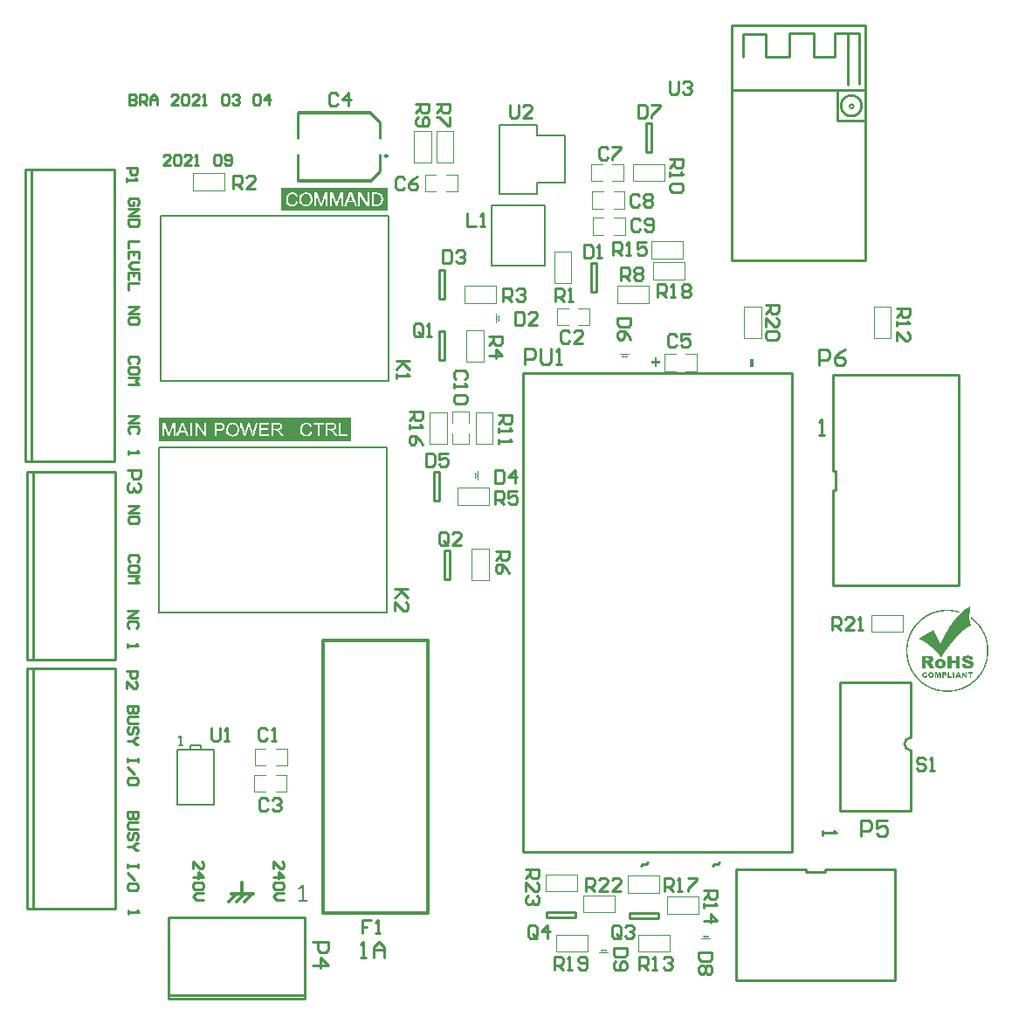
<source format=gto>
G04*
G04 #@! TF.GenerationSoftware,Altium Limited,Altium Designer,21.0.8 (223)*
G04*
G04 Layer_Color=65535*
%FSLAX24Y24*%
%MOIN*%
G70*
G04*
G04 #@! TF.SameCoordinates,C0C2F11B-7DCF-4775-9714-D77671BE90CB*
G04*
G04*
G04 #@! TF.FilePolarity,Positive*
G04*
G01*
G75*
%ADD10C,0.0098*%
%ADD11C,0.0079*%
%ADD12C,0.0100*%
%ADD13C,0.0079*%
%ADD14C,0.0050*%
%ADD15C,0.0039*%
%ADD16C,0.0005*%
%ADD17C,0.0119*%
%ADD18C,0.0030*%
G36*
X35507Y15015D02*
X35617D01*
Y15007D01*
X35685D01*
Y14998D01*
X35736D01*
Y14990D01*
X35786D01*
Y14981D01*
X35820D01*
Y14973D01*
X35846D01*
Y14964D01*
X35880D01*
Y14956D01*
X35905D01*
Y14948D01*
X35922D01*
Y14939D01*
X35914D01*
Y14931D01*
X35905D01*
Y14922D01*
X35897D01*
Y14914D01*
X35888D01*
Y14905D01*
X35871D01*
Y14914D01*
X35837D01*
Y14922D01*
X35803D01*
Y14931D01*
X35770D01*
Y14939D01*
X35736D01*
Y14948D01*
X35693D01*
Y14956D01*
X35642D01*
Y14964D01*
X35558D01*
Y14973D01*
X35303D01*
Y14964D01*
X35227D01*
Y14956D01*
X35176D01*
Y14948D01*
X35125D01*
Y14939D01*
X35092D01*
Y14931D01*
X35058D01*
Y14922D01*
X35024D01*
Y14914D01*
X34998D01*
Y14905D01*
X34964D01*
Y14897D01*
X34939D01*
Y14888D01*
X34914D01*
Y14880D01*
X34897D01*
Y14871D01*
X34871D01*
Y14863D01*
X34854D01*
Y14854D01*
X34829D01*
Y14846D01*
X34812D01*
Y14837D01*
X34795D01*
Y14829D01*
X34778D01*
Y14820D01*
X34761D01*
Y14812D01*
X34744D01*
Y14803D01*
X34727D01*
Y14795D01*
X34710D01*
Y14787D01*
X34693D01*
Y14778D01*
X34676D01*
Y14770D01*
X34659D01*
Y14761D01*
X34651D01*
Y14753D01*
X34634D01*
Y14744D01*
X34617D01*
Y14736D01*
X34608D01*
Y14727D01*
X34591D01*
Y14719D01*
X34583D01*
Y14710D01*
X34566D01*
Y14702D01*
X34558D01*
Y14693D01*
X34541D01*
Y14685D01*
X34532D01*
Y14676D01*
X34524D01*
Y14668D01*
X34515D01*
Y14659D01*
X34498D01*
Y14651D01*
X34490D01*
Y14642D01*
X34481D01*
Y14634D01*
X34464D01*
Y14626D01*
X34456D01*
Y14617D01*
X34447D01*
Y14609D01*
X34439D01*
Y14600D01*
X34430D01*
Y14592D01*
X34422D01*
Y14583D01*
X34405D01*
Y14575D01*
X34397D01*
Y14566D01*
X34388D01*
Y14558D01*
X34380D01*
Y14549D01*
X34371D01*
Y14541D01*
X34363D01*
Y14532D01*
X34354D01*
Y14524D01*
X34346D01*
Y14515D01*
X34337D01*
Y14507D01*
X34329D01*
Y14498D01*
X34320D01*
Y14490D01*
X34312D01*
Y14481D01*
X34303D01*
Y14473D01*
Y14464D01*
X34295D01*
Y14456D01*
X34286D01*
Y14448D01*
X34278D01*
Y14439D01*
X34269D01*
Y14431D01*
X34261D01*
Y14422D01*
X34252D01*
Y14414D01*
Y14405D01*
X34244D01*
Y14397D01*
X34236D01*
Y14388D01*
X34227D01*
Y14380D01*
X34219D01*
Y14371D01*
Y14363D01*
X34210D01*
Y14354D01*
X34202D01*
Y14346D01*
X34193D01*
Y14337D01*
Y14329D01*
X34185D01*
Y14320D01*
X34176D01*
Y14312D01*
Y14303D01*
X34168D01*
Y14295D01*
X34159D01*
Y14287D01*
Y14278D01*
X34151D01*
Y14270D01*
X34142D01*
Y14261D01*
Y14253D01*
X34134D01*
Y14244D01*
Y14236D01*
X34125D01*
Y14227D01*
X34117D01*
Y14219D01*
Y14210D01*
X34108D01*
Y14202D01*
Y14193D01*
X34100D01*
Y14185D01*
X34091D01*
Y14176D01*
Y14168D01*
X34083D01*
Y14159D01*
Y14151D01*
X34074D01*
Y14142D01*
Y14134D01*
X34066D01*
Y14125D01*
Y14117D01*
X34058D01*
Y14109D01*
Y14100D01*
X34049D01*
Y14092D01*
Y14083D01*
X34041D01*
Y14075D01*
Y14066D01*
Y14058D01*
X34032D01*
Y14049D01*
Y14041D01*
X34024D01*
Y14032D01*
Y14024D01*
Y14015D01*
X34015D01*
Y14007D01*
Y13998D01*
X34007D01*
Y13990D01*
Y13981D01*
Y13973D01*
X33998D01*
Y13964D01*
Y13956D01*
Y13947D01*
X33990D01*
Y13939D01*
Y13931D01*
Y13922D01*
X33981D01*
Y13914D01*
Y13905D01*
Y13897D01*
X33973D01*
Y13888D01*
Y13880D01*
Y13871D01*
Y13863D01*
X33964D01*
Y13854D01*
Y13846D01*
Y13837D01*
X33956D01*
Y13829D01*
Y13820D01*
Y13812D01*
Y13803D01*
X33947D01*
Y13795D01*
Y13786D01*
Y13778D01*
Y13770D01*
Y13761D01*
X33939D01*
Y13753D01*
Y13744D01*
Y13736D01*
Y13727D01*
Y13719D01*
X33930D01*
Y13710D01*
Y13702D01*
Y13693D01*
Y13685D01*
Y13676D01*
Y13668D01*
X33922D01*
Y13659D01*
Y13651D01*
Y13642D01*
Y13634D01*
Y13625D01*
Y13617D01*
Y13608D01*
Y13600D01*
Y13592D01*
X33913D01*
Y13583D01*
Y13575D01*
Y13566D01*
Y13558D01*
Y13549D01*
Y13541D01*
Y13532D01*
Y13524D01*
Y13515D01*
Y13507D01*
Y13498D01*
Y13490D01*
Y13481D01*
Y13473D01*
Y13464D01*
Y13456D01*
Y13447D01*
Y13439D01*
Y13431D01*
Y13422D01*
Y13414D01*
Y13405D01*
Y13397D01*
Y13388D01*
Y13380D01*
Y13371D01*
Y13363D01*
Y13354D01*
Y13346D01*
Y13337D01*
Y13329D01*
X33922D01*
Y13320D01*
Y13312D01*
Y13303D01*
Y13295D01*
Y13286D01*
Y13278D01*
Y13269D01*
Y13261D01*
Y13253D01*
Y13244D01*
X33930D01*
Y13236D01*
Y13227D01*
Y13219D01*
Y13210D01*
Y13202D01*
Y13193D01*
X33939D01*
Y13185D01*
Y13176D01*
Y13168D01*
Y13159D01*
Y13151D01*
X33947D01*
Y13142D01*
Y13134D01*
Y13125D01*
Y13117D01*
X33956D01*
Y13108D01*
Y13100D01*
Y13092D01*
Y13083D01*
Y13075D01*
X33964D01*
Y13066D01*
Y13058D01*
Y13049D01*
X33973D01*
Y13041D01*
Y13032D01*
Y13024D01*
Y13015D01*
X33981D01*
Y13007D01*
Y12998D01*
Y12990D01*
X33990D01*
Y12981D01*
Y12973D01*
Y12964D01*
X33998D01*
Y12956D01*
Y12947D01*
Y12939D01*
X34007D01*
Y12931D01*
Y12922D01*
Y12914D01*
X34015D01*
Y12905D01*
Y12897D01*
X34024D01*
Y12888D01*
Y12880D01*
Y12871D01*
X34032D01*
Y12863D01*
Y12854D01*
X34041D01*
Y12846D01*
Y12837D01*
X34049D01*
Y12829D01*
Y12820D01*
X34058D01*
Y12812D01*
Y12803D01*
X34066D01*
Y12795D01*
Y12786D01*
X34074D01*
Y12778D01*
Y12769D01*
Y12761D01*
X34083D01*
Y12753D01*
X34091D01*
Y12744D01*
Y12736D01*
X34100D01*
Y12727D01*
Y12719D01*
X34108D01*
Y12710D01*
Y12702D01*
X34117D01*
Y12693D01*
Y12685D01*
X34125D01*
Y12676D01*
X34134D01*
Y12668D01*
Y12659D01*
X34142D01*
Y12651D01*
Y12642D01*
X34151D01*
Y12634D01*
X34159D01*
Y12625D01*
Y12617D01*
X34168D01*
Y12608D01*
X34176D01*
Y12600D01*
X34185D01*
Y12592D01*
Y12583D01*
X34193D01*
Y12575D01*
X34202D01*
Y12566D01*
Y12558D01*
X34210D01*
Y12549D01*
X34219D01*
Y12541D01*
Y12532D01*
X34227D01*
Y12524D01*
X34236D01*
Y12515D01*
X34244D01*
Y12507D01*
X34252D01*
Y12498D01*
Y12490D01*
X34261D01*
Y12481D01*
X34269D01*
Y12473D01*
X34278D01*
Y12464D01*
X34286D01*
Y12456D01*
X34295D01*
Y12447D01*
X34303D01*
Y12439D01*
X34312D01*
Y12430D01*
Y12422D01*
X34329D01*
Y12414D01*
Y12405D01*
X34337D01*
Y12397D01*
X34354D01*
Y12388D01*
Y12380D01*
X34363D01*
Y12371D01*
X34371D01*
Y12363D01*
X34380D01*
Y12354D01*
X34397D01*
Y12346D01*
X34405D01*
Y12337D01*
X34413D01*
Y12329D01*
X34422D01*
Y12320D01*
X34430D01*
Y12312D01*
X34439D01*
Y12303D01*
X34447D01*
Y12295D01*
X34456D01*
Y12286D01*
X34473D01*
Y12278D01*
X34481D01*
Y12269D01*
X34490D01*
Y12261D01*
X34498D01*
Y12253D01*
X34515D01*
Y12244D01*
X34524D01*
Y12236D01*
X34532D01*
Y12227D01*
X34549D01*
Y12219D01*
X34558D01*
Y12210D01*
X34575D01*
Y12202D01*
X34583D01*
Y12193D01*
X34600D01*
Y12185D01*
X34608D01*
Y12176D01*
X34625D01*
Y12168D01*
X34634D01*
Y12159D01*
X34651D01*
Y12151D01*
X34668D01*
Y12142D01*
X34676D01*
Y12134D01*
X34693D01*
Y12125D01*
X34710D01*
Y12117D01*
X34727D01*
Y12108D01*
X34744D01*
Y12100D01*
X34761D01*
Y12091D01*
X34778D01*
Y12083D01*
X34795D01*
Y12075D01*
X34812D01*
Y12066D01*
X34829D01*
Y12058D01*
X34854D01*
Y12049D01*
X34880D01*
Y12041D01*
X34897D01*
Y12032D01*
X34922D01*
Y12024D01*
X34947D01*
Y12015D01*
X34973D01*
Y12007D01*
X34998D01*
Y11998D01*
X35032D01*
Y11990D01*
X35058D01*
Y11981D01*
X35100D01*
Y11973D01*
X35134D01*
Y11964D01*
X35185D01*
Y11956D01*
X35236D01*
Y11947D01*
X35329D01*
Y11939D01*
X35532D01*
Y11947D01*
X35625D01*
Y11956D01*
X35676D01*
Y11964D01*
X35727D01*
Y11973D01*
X35770D01*
Y11981D01*
X35803D01*
Y11990D01*
X35829D01*
Y11998D01*
X35863D01*
Y12007D01*
X35888D01*
Y12015D01*
X35922D01*
Y12024D01*
X35939D01*
Y12032D01*
X35964D01*
Y12041D01*
X35990D01*
Y12049D01*
X36007D01*
Y12058D01*
X36032D01*
Y12066D01*
X36049D01*
Y12075D01*
X36066D01*
Y12083D01*
X36092D01*
Y12091D01*
X36100D01*
Y12100D01*
X36117D01*
Y12108D01*
X36134D01*
Y12117D01*
X36151D01*
Y12125D01*
X36168D01*
Y12134D01*
X36185D01*
Y12142D01*
X36202D01*
Y12151D01*
X36210D01*
Y12159D01*
X36227D01*
Y12168D01*
X36244D01*
Y12176D01*
X36253D01*
Y12185D01*
X36270D01*
Y12193D01*
X36278D01*
Y12202D01*
X36295D01*
Y12210D01*
X36303D01*
Y12219D01*
X36320D01*
Y12227D01*
X36329D01*
Y12236D01*
X36337D01*
Y12244D01*
X36354D01*
Y12253D01*
X36363D01*
Y12261D01*
X36371D01*
Y12269D01*
X36380D01*
Y12278D01*
X36397D01*
Y12286D01*
X36405D01*
Y12295D01*
X36414D01*
Y12303D01*
X36422D01*
Y12312D01*
X36431D01*
Y12320D01*
X36448D01*
Y12329D01*
X36456D01*
Y12337D01*
X36464D01*
Y12346D01*
X36473D01*
Y12354D01*
X36481D01*
Y12363D01*
X36490D01*
Y12371D01*
X36498D01*
Y12380D01*
X36507D01*
Y12388D01*
X36515D01*
Y12397D01*
X36524D01*
Y12405D01*
X36532D01*
Y12414D01*
X36541D01*
Y12422D01*
X36549D01*
Y12430D01*
X36558D01*
Y12439D01*
X36566D01*
Y12447D01*
X36575D01*
Y12456D01*
X36583D01*
Y12464D01*
Y12473D01*
X36592D01*
Y12481D01*
X36600D01*
Y12490D01*
X36609D01*
Y12498D01*
X36617D01*
Y12507D01*
Y12515D01*
X36625D01*
Y12524D01*
X36634D01*
Y12532D01*
X36642D01*
Y12541D01*
X36651D01*
Y12549D01*
Y12558D01*
X36659D01*
Y12566D01*
X36668D01*
Y12575D01*
X36676D01*
Y12583D01*
Y12592D01*
X36685D01*
Y12600D01*
X36693D01*
Y12608D01*
Y12617D01*
X36702D01*
Y12625D01*
X36710D01*
Y12634D01*
Y12642D01*
X36719D01*
Y12651D01*
X36727D01*
Y12659D01*
Y12668D01*
X36736D01*
Y12676D01*
Y12685D01*
X36744D01*
Y12693D01*
X36753D01*
Y12702D01*
Y12710D01*
X36761D01*
Y12719D01*
Y12727D01*
X36770D01*
Y12736D01*
Y12744D01*
X36778D01*
Y12753D01*
Y12761D01*
X36786D01*
Y12769D01*
Y12778D01*
X36795D01*
Y12786D01*
Y12795D01*
X36803D01*
Y12803D01*
Y12812D01*
X36812D01*
Y12820D01*
Y12829D01*
X36820D01*
Y12837D01*
Y12846D01*
X36829D01*
Y12854D01*
Y12863D01*
Y12871D01*
X36837D01*
Y12880D01*
Y12888D01*
X36846D01*
Y12897D01*
Y12905D01*
X36854D01*
Y12914D01*
Y12922D01*
Y12931D01*
X36863D01*
Y12939D01*
Y12947D01*
Y12956D01*
X36871D01*
Y12964D01*
Y12973D01*
Y12981D01*
X36880D01*
Y12990D01*
Y12998D01*
Y13007D01*
X36888D01*
Y13015D01*
Y13024D01*
Y13032D01*
X36897D01*
Y13041D01*
Y13049D01*
Y13058D01*
Y13066D01*
X36905D01*
Y13075D01*
Y13083D01*
Y13092D01*
Y13100D01*
X36914D01*
Y13108D01*
Y13117D01*
Y13125D01*
Y13134D01*
X36922D01*
Y13142D01*
Y13151D01*
Y13159D01*
Y13168D01*
Y13176D01*
X36931D01*
Y13185D01*
Y13193D01*
Y13202D01*
Y13210D01*
Y13219D01*
Y13227D01*
X36939D01*
Y13236D01*
Y13244D01*
Y13253D01*
Y13261D01*
Y13269D01*
Y13278D01*
Y13286D01*
Y13295D01*
Y13303D01*
X36948D01*
Y13312D01*
Y13320D01*
Y13329D01*
Y13337D01*
Y13346D01*
Y13354D01*
Y13363D01*
Y13371D01*
Y13380D01*
Y13388D01*
Y13397D01*
Y13405D01*
Y13414D01*
Y13422D01*
Y13431D01*
Y13439D01*
X36956D01*
Y13447D01*
Y13456D01*
Y13464D01*
X36948D01*
Y13473D01*
Y13481D01*
Y13490D01*
Y13498D01*
Y13507D01*
Y13515D01*
Y13524D01*
Y13532D01*
Y13541D01*
Y13549D01*
Y13558D01*
Y13566D01*
Y13575D01*
Y13583D01*
Y13592D01*
Y13600D01*
Y13608D01*
Y13617D01*
X36939D01*
Y13625D01*
Y13634D01*
Y13642D01*
Y13651D01*
Y13659D01*
Y13668D01*
Y13676D01*
Y13685D01*
X36931D01*
Y13693D01*
Y13702D01*
Y13710D01*
Y13719D01*
Y13727D01*
Y13736D01*
X36922D01*
Y13744D01*
Y13753D01*
Y13761D01*
Y13770D01*
Y13778D01*
X36914D01*
Y13786D01*
Y13795D01*
Y13803D01*
Y13812D01*
X36905D01*
Y13820D01*
Y13829D01*
Y13837D01*
Y13846D01*
X36897D01*
Y13854D01*
Y13863D01*
Y13871D01*
Y13880D01*
X36888D01*
Y13888D01*
Y13897D01*
Y13905D01*
X36880D01*
Y13914D01*
Y13922D01*
Y13931D01*
X36871D01*
Y13939D01*
Y13947D01*
Y13956D01*
X36863D01*
Y13964D01*
Y13973D01*
Y13981D01*
X36854D01*
Y13990D01*
Y13998D01*
Y14007D01*
X36846D01*
Y14015D01*
Y14024D01*
X36837D01*
Y14032D01*
Y14041D01*
Y14049D01*
X36829D01*
Y14058D01*
Y14066D01*
X36820D01*
Y14075D01*
Y14083D01*
X36812D01*
Y14092D01*
Y14100D01*
X36803D01*
Y14109D01*
Y14117D01*
Y14125D01*
X36795D01*
Y14134D01*
X36786D01*
Y14142D01*
Y14151D01*
X36778D01*
Y14159D01*
Y14168D01*
X36770D01*
Y14176D01*
Y14185D01*
X36761D01*
Y14193D01*
Y14202D01*
X36753D01*
Y14210D01*
Y14219D01*
X36744D01*
Y14227D01*
X36736D01*
Y14236D01*
Y14244D01*
X36727D01*
Y14253D01*
Y14261D01*
X36719D01*
Y14270D01*
X36710D01*
Y14278D01*
Y14287D01*
X36702D01*
Y14295D01*
X36693D01*
Y14303D01*
Y14312D01*
X36685D01*
Y14320D01*
X36676D01*
Y14329D01*
Y14337D01*
X36668D01*
Y14346D01*
X36659D01*
Y14354D01*
Y14363D01*
X36651D01*
Y14371D01*
X36642D01*
Y14380D01*
X36634D01*
Y14388D01*
X36625D01*
Y14397D01*
Y14405D01*
X36617D01*
Y14414D01*
X36609D01*
Y14422D01*
X36600D01*
Y14431D01*
X36592D01*
Y14439D01*
Y14448D01*
X36583D01*
Y14456D01*
X36575D01*
Y14464D01*
X36566D01*
Y14473D01*
X36558D01*
Y14481D01*
X36549D01*
Y14490D01*
X36541D01*
Y14498D01*
X36532D01*
Y14507D01*
X36524D01*
Y14515D01*
X36515D01*
Y14524D01*
X36507D01*
Y14532D01*
X36498D01*
Y14541D01*
X36490D01*
Y14549D01*
X36481D01*
Y14558D01*
X36473D01*
Y14566D01*
X36464D01*
Y14575D01*
X36456D01*
Y14583D01*
X36448D01*
Y14592D01*
X36439D01*
Y14600D01*
X36422D01*
Y14609D01*
X36414D01*
Y14617D01*
X36405D01*
Y14626D01*
X36397D01*
Y14634D01*
X36388D01*
Y14642D01*
X36371D01*
Y14651D01*
X36363D01*
Y14659D01*
X36354D01*
Y14668D01*
X36346D01*
Y14676D01*
X36337D01*
Y14685D01*
X36329D01*
Y14693D01*
Y14702D01*
Y14710D01*
Y14719D01*
Y14727D01*
Y14736D01*
Y14744D01*
X36337D01*
Y14736D01*
X36354D01*
Y14727D01*
X36363D01*
Y14719D01*
X36371D01*
Y14710D01*
X36388D01*
Y14702D01*
X36397D01*
Y14693D01*
X36405D01*
Y14685D01*
X36414D01*
Y14676D01*
X36431D01*
Y14668D01*
X36439D01*
Y14659D01*
X36448D01*
Y14651D01*
X36456D01*
Y14642D01*
X36464D01*
Y14634D01*
X36473D01*
Y14626D01*
X36490D01*
Y14617D01*
X36498D01*
Y14609D01*
X36507D01*
Y14600D01*
X36515D01*
Y14592D01*
X36524D01*
Y14583D01*
X36532D01*
Y14575D01*
X36541D01*
Y14566D01*
X36549D01*
Y14558D01*
X36558D01*
Y14549D01*
X36566D01*
Y14541D01*
X36575D01*
Y14532D01*
X36583D01*
Y14524D01*
X36592D01*
Y14515D01*
X36600D01*
Y14507D01*
X36609D01*
Y14498D01*
Y14490D01*
X36617D01*
Y14481D01*
X36625D01*
Y14473D01*
X36634D01*
Y14464D01*
X36642D01*
Y14456D01*
X36651D01*
Y14448D01*
X36659D01*
Y14439D01*
Y14431D01*
X36668D01*
Y14422D01*
X36676D01*
Y14414D01*
X36685D01*
Y14405D01*
X36693D01*
Y14397D01*
Y14388D01*
X36702D01*
Y14380D01*
X36710D01*
Y14371D01*
X36719D01*
Y14363D01*
Y14354D01*
X36727D01*
Y14346D01*
X36736D01*
Y14337D01*
Y14329D01*
X36744D01*
Y14320D01*
X36753D01*
Y14312D01*
Y14303D01*
X36761D01*
Y14295D01*
Y14287D01*
X36770D01*
Y14278D01*
X36778D01*
Y14270D01*
Y14261D01*
X36786D01*
Y14253D01*
X36795D01*
Y14244D01*
Y14236D01*
X36803D01*
Y14227D01*
Y14219D01*
X36812D01*
Y14210D01*
Y14202D01*
X36820D01*
Y14193D01*
Y14185D01*
X36829D01*
Y14176D01*
Y14168D01*
X36837D01*
Y14159D01*
Y14151D01*
X36846D01*
Y14142D01*
X36854D01*
Y14134D01*
Y14125D01*
Y14117D01*
X36863D01*
Y14109D01*
Y14100D01*
X36871D01*
Y14092D01*
Y14083D01*
X36880D01*
Y14075D01*
Y14066D01*
X36888D01*
Y14058D01*
Y14049D01*
Y14041D01*
X36897D01*
Y14032D01*
Y14024D01*
X36905D01*
Y14015D01*
Y14007D01*
Y13998D01*
X36914D01*
Y13990D01*
Y13981D01*
Y13973D01*
X36922D01*
Y13964D01*
Y13956D01*
Y13947D01*
X36931D01*
Y13939D01*
Y13931D01*
Y13922D01*
Y13914D01*
X36939D01*
Y13905D01*
Y13897D01*
Y13888D01*
X36948D01*
Y13880D01*
Y13871D01*
Y13863D01*
X36956D01*
Y13854D01*
Y13846D01*
Y13837D01*
Y13829D01*
Y13820D01*
X36964D01*
Y13812D01*
Y13803D01*
Y13795D01*
Y13786D01*
Y13778D01*
X36973D01*
Y13770D01*
Y13761D01*
Y13753D01*
Y13744D01*
Y13736D01*
X36981D01*
Y13727D01*
Y13719D01*
Y13710D01*
Y13702D01*
Y13693D01*
Y13685D01*
Y13676D01*
X36990D01*
Y13668D01*
Y13659D01*
Y13651D01*
Y13642D01*
Y13634D01*
Y13625D01*
Y13617D01*
Y13608D01*
Y13600D01*
Y13592D01*
X36998D01*
Y13583D01*
Y13575D01*
Y13566D01*
Y13558D01*
Y13549D01*
Y13541D01*
Y13532D01*
Y13524D01*
Y13515D01*
Y13507D01*
Y13498D01*
Y13490D01*
Y13481D01*
Y13473D01*
Y13464D01*
Y13456D01*
Y13447D01*
Y13439D01*
Y13431D01*
Y13422D01*
Y13414D01*
Y13405D01*
Y13397D01*
Y13388D01*
Y13380D01*
Y13371D01*
Y13363D01*
Y13354D01*
Y13346D01*
Y13337D01*
Y13329D01*
Y13320D01*
X36990D01*
Y13312D01*
Y13303D01*
Y13295D01*
Y13286D01*
Y13278D01*
Y13269D01*
Y13261D01*
Y13253D01*
Y13244D01*
Y13236D01*
X36981D01*
Y13227D01*
Y13219D01*
Y13210D01*
Y13202D01*
Y13193D01*
Y13185D01*
Y13176D01*
X36973D01*
Y13168D01*
Y13159D01*
Y13151D01*
Y13142D01*
Y13134D01*
X36964D01*
Y13125D01*
Y13117D01*
Y13108D01*
Y13100D01*
Y13092D01*
X36956D01*
Y13083D01*
Y13075D01*
Y13066D01*
Y13058D01*
X36948D01*
Y13049D01*
Y13041D01*
Y13032D01*
X36939D01*
Y13024D01*
Y13015D01*
Y13007D01*
Y12998D01*
Y12990D01*
X36931D01*
Y12981D01*
Y12973D01*
Y12964D01*
X36922D01*
Y12956D01*
Y12947D01*
Y12939D01*
X36914D01*
Y12931D01*
Y12922D01*
X36905D01*
Y12914D01*
Y12905D01*
Y12897D01*
X36897D01*
Y12888D01*
Y12880D01*
Y12871D01*
X36888D01*
Y12863D01*
Y12854D01*
X36880D01*
Y12846D01*
Y12837D01*
Y12829D01*
X36871D01*
Y12820D01*
Y12812D01*
X36863D01*
Y12803D01*
Y12795D01*
X36854D01*
Y12786D01*
Y12778D01*
X36846D01*
Y12769D01*
Y12761D01*
X36837D01*
Y12753D01*
Y12744D01*
X36829D01*
Y12736D01*
Y12727D01*
X36820D01*
Y12719D01*
Y12710D01*
X36812D01*
Y12702D01*
Y12693D01*
X36803D01*
Y12685D01*
Y12676D01*
X36795D01*
Y12668D01*
X36786D01*
Y12659D01*
Y12651D01*
X36778D01*
Y12642D01*
Y12634D01*
X36770D01*
Y12625D01*
X36761D01*
Y12617D01*
Y12608D01*
X36753D01*
Y12600D01*
Y12592D01*
X36744D01*
Y12583D01*
X36736D01*
Y12575D01*
X36727D01*
Y12566D01*
Y12558D01*
X36719D01*
Y12549D01*
X36710D01*
Y12541D01*
Y12532D01*
X36702D01*
Y12524D01*
X36693D01*
Y12515D01*
X36685D01*
Y12507D01*
Y12498D01*
X36676D01*
Y12490D01*
X36668D01*
Y12481D01*
X36659D01*
Y12473D01*
Y12464D01*
X36651D01*
Y12456D01*
X36642D01*
Y12447D01*
X36634D01*
Y12439D01*
X36625D01*
Y12430D01*
X36617D01*
Y12422D01*
X36609D01*
Y12414D01*
X36600D01*
Y12405D01*
X36592D01*
Y12397D01*
Y12388D01*
X36583D01*
Y12380D01*
X36575D01*
Y12371D01*
X36566D01*
Y12363D01*
X36558D01*
Y12354D01*
X36549D01*
Y12346D01*
X36541D01*
Y12337D01*
X36532D01*
Y12329D01*
X36524D01*
Y12320D01*
X36515D01*
Y12312D01*
X36507D01*
Y12303D01*
X36498D01*
Y12295D01*
X36481D01*
Y12286D01*
X36473D01*
Y12278D01*
X36464D01*
Y12269D01*
X36456D01*
Y12261D01*
X36448D01*
Y12253D01*
X36439D01*
Y12244D01*
X36422D01*
Y12236D01*
X36414D01*
Y12227D01*
X36405D01*
Y12219D01*
X36397D01*
Y12210D01*
X36380D01*
Y12202D01*
X36371D01*
Y12193D01*
X36363D01*
Y12185D01*
X36346D01*
Y12176D01*
X36337D01*
Y12168D01*
X36329D01*
Y12159D01*
X36312D01*
Y12151D01*
X36303D01*
Y12142D01*
X36286D01*
Y12134D01*
X36278D01*
Y12125D01*
X36261D01*
Y12117D01*
X36244D01*
Y12108D01*
X36236D01*
Y12100D01*
X36219D01*
Y12091D01*
X36202D01*
Y12083D01*
X36185D01*
Y12075D01*
X36168D01*
Y12066D01*
X36159D01*
Y12058D01*
X36142D01*
Y12049D01*
X36117D01*
Y12041D01*
X36100D01*
Y12032D01*
X36083D01*
Y12024D01*
X36066D01*
Y12015D01*
X36049D01*
Y12007D01*
X36024D01*
Y11998D01*
X36007D01*
Y11990D01*
X35981D01*
Y11981D01*
X35956D01*
Y11973D01*
X35931D01*
Y11964D01*
X35905D01*
Y11956D01*
X35880D01*
Y11947D01*
X35846D01*
Y11939D01*
X35812D01*
Y11930D01*
X35770D01*
Y11922D01*
X35727D01*
Y11913D01*
X35676D01*
Y11905D01*
X35600D01*
Y11897D01*
X35269D01*
Y11905D01*
X35193D01*
Y11913D01*
X35134D01*
Y11922D01*
X35092D01*
Y11930D01*
X35049D01*
Y11939D01*
X35015D01*
Y11947D01*
X34990D01*
Y11956D01*
X34964D01*
Y11964D01*
X34930D01*
Y11973D01*
X34905D01*
Y11981D01*
X34880D01*
Y11990D01*
X34863D01*
Y11998D01*
X34837D01*
Y12007D01*
X34820D01*
Y12015D01*
X34795D01*
Y12024D01*
X34778D01*
Y12032D01*
X34761D01*
Y12041D01*
X34744D01*
Y12049D01*
X34727D01*
Y12058D01*
X34710D01*
Y12066D01*
X34693D01*
Y12075D01*
X34676D01*
Y12083D01*
X34659D01*
Y12091D01*
X34642D01*
Y12100D01*
X34634D01*
Y12108D01*
X34617D01*
Y12117D01*
X34600D01*
Y12125D01*
X34591D01*
Y12134D01*
X34575D01*
Y12142D01*
X34566D01*
Y12151D01*
X34549D01*
Y12159D01*
X34541D01*
Y12168D01*
X34524D01*
Y12176D01*
X34515D01*
Y12185D01*
X34507D01*
Y12193D01*
X34490D01*
Y12202D01*
X34481D01*
Y12210D01*
X34473D01*
Y12219D01*
X34456D01*
Y12227D01*
X34447D01*
Y12236D01*
X34439D01*
Y12244D01*
X34430D01*
Y12253D01*
X34422D01*
Y12261D01*
X34405D01*
Y12269D01*
X34397D01*
Y12278D01*
X34388D01*
Y12286D01*
X34380D01*
Y12295D01*
X34371D01*
Y12303D01*
X34363D01*
Y12312D01*
X34354D01*
Y12320D01*
X34346D01*
Y12329D01*
X34337D01*
Y12337D01*
X34329D01*
Y12346D01*
X34320D01*
Y12354D01*
X34312D01*
Y12363D01*
X34303D01*
Y12371D01*
X34295D01*
Y12380D01*
X34286D01*
Y12388D01*
X34278D01*
Y12397D01*
X34269D01*
Y12405D01*
X34261D01*
Y12414D01*
X34252D01*
Y12422D01*
X34244D01*
Y12430D01*
X34236D01*
Y12439D01*
X34227D01*
Y12447D01*
X34219D01*
Y12456D01*
Y12464D01*
X34210D01*
Y12473D01*
X34202D01*
Y12481D01*
X34193D01*
Y12490D01*
X34185D01*
Y12498D01*
Y12507D01*
X34176D01*
Y12515D01*
X34168D01*
Y12524D01*
X34159D01*
Y12532D01*
Y12541D01*
X34151D01*
Y12549D01*
X34142D01*
Y12558D01*
X34134D01*
Y12566D01*
Y12575D01*
X34125D01*
Y12583D01*
Y12592D01*
X34117D01*
Y12600D01*
X34108D01*
Y12608D01*
Y12617D01*
X34100D01*
Y12625D01*
X34091D01*
Y12634D01*
Y12642D01*
X34083D01*
Y12651D01*
Y12659D01*
X34074D01*
Y12668D01*
X34066D01*
Y12676D01*
Y12685D01*
X34058D01*
Y12693D01*
Y12702D01*
X34049D01*
Y12710D01*
X34041D01*
Y12719D01*
Y12727D01*
X34032D01*
Y12736D01*
Y12744D01*
X34024D01*
Y12753D01*
Y12761D01*
X34015D01*
Y12769D01*
Y12778D01*
Y12786D01*
X34007D01*
Y12795D01*
Y12803D01*
X33998D01*
Y12812D01*
Y12820D01*
X33990D01*
Y12829D01*
Y12837D01*
X33981D01*
Y12846D01*
Y12854D01*
Y12863D01*
X33973D01*
Y12871D01*
Y12880D01*
X33964D01*
Y12888D01*
Y12897D01*
Y12905D01*
X33956D01*
Y12914D01*
Y12922D01*
Y12931D01*
X33947D01*
Y12939D01*
Y12947D01*
X33939D01*
Y12956D01*
Y12964D01*
Y12973D01*
Y12981D01*
X33930D01*
Y12990D01*
Y12998D01*
Y13007D01*
X33922D01*
Y13015D01*
Y13024D01*
Y13032D01*
X33913D01*
Y13041D01*
Y13049D01*
Y13058D01*
Y13066D01*
X33905D01*
Y13075D01*
Y13083D01*
Y13092D01*
Y13100D01*
X33897D01*
Y13108D01*
Y13117D01*
Y13125D01*
Y13134D01*
Y13142D01*
Y13151D01*
X33888D01*
Y13159D01*
Y13168D01*
Y13176D01*
Y13185D01*
Y13193D01*
X33880D01*
Y13202D01*
Y13210D01*
Y13219D01*
Y13227D01*
Y13236D01*
Y13244D01*
Y13253D01*
Y13261D01*
X33871D01*
Y13269D01*
Y13278D01*
Y13286D01*
Y13295D01*
Y13303D01*
Y13312D01*
Y13320D01*
Y13329D01*
Y13337D01*
Y13346D01*
Y13354D01*
Y13363D01*
X33863D01*
Y13371D01*
Y13380D01*
Y13388D01*
Y13397D01*
Y13405D01*
Y13414D01*
Y13422D01*
Y13431D01*
Y13439D01*
Y13447D01*
Y13456D01*
Y13464D01*
Y13473D01*
Y13481D01*
Y13490D01*
Y13498D01*
Y13507D01*
Y13515D01*
Y13524D01*
Y13532D01*
Y13541D01*
Y13549D01*
X33871D01*
Y13558D01*
Y13566D01*
Y13575D01*
Y13583D01*
Y13592D01*
Y13600D01*
Y13608D01*
Y13617D01*
Y13625D01*
Y13634D01*
Y13642D01*
Y13651D01*
Y13659D01*
X33880D01*
Y13668D01*
Y13676D01*
Y13685D01*
Y13693D01*
Y13702D01*
Y13710D01*
Y13719D01*
X33888D01*
Y13727D01*
Y13736D01*
Y13744D01*
Y13753D01*
Y13761D01*
X33897D01*
Y13770D01*
Y13778D01*
Y13786D01*
Y13795D01*
Y13803D01*
X33905D01*
Y13812D01*
Y13820D01*
Y13829D01*
Y13837D01*
Y13846D01*
X33913D01*
Y13854D01*
Y13863D01*
Y13871D01*
Y13880D01*
X33922D01*
Y13888D01*
Y13897D01*
Y13905D01*
Y13914D01*
X33930D01*
Y13922D01*
Y13931D01*
Y13939D01*
X33939D01*
Y13947D01*
Y13956D01*
Y13964D01*
X33947D01*
Y13973D01*
Y13981D01*
X33956D01*
Y13990D01*
Y13998D01*
Y14007D01*
X33964D01*
Y14015D01*
Y14024D01*
Y14032D01*
X33973D01*
Y14041D01*
Y14049D01*
X33981D01*
Y14058D01*
Y14066D01*
Y14075D01*
X33990D01*
Y14083D01*
Y14092D01*
X33998D01*
Y14100D01*
Y14109D01*
X34007D01*
Y14117D01*
Y14125D01*
Y14134D01*
X34015D01*
Y14142D01*
Y14151D01*
X34024D01*
Y14159D01*
Y14168D01*
X34032D01*
Y14176D01*
Y14185D01*
X34041D01*
Y14193D01*
Y14202D01*
X34049D01*
Y14210D01*
Y14219D01*
X34058D01*
Y14227D01*
X34066D01*
Y14236D01*
Y14244D01*
X34074D01*
Y14253D01*
Y14261D01*
X34083D01*
Y14270D01*
X34091D01*
Y14278D01*
Y14287D01*
X34100D01*
Y14295D01*
Y14303D01*
X34108D01*
Y14312D01*
X34117D01*
Y14320D01*
Y14329D01*
X34125D01*
Y14337D01*
X34134D01*
Y14346D01*
Y14354D01*
X34142D01*
Y14363D01*
X34151D01*
Y14371D01*
X34159D01*
Y14380D01*
Y14388D01*
X34168D01*
Y14397D01*
X34176D01*
Y14405D01*
X34185D01*
Y14414D01*
Y14422D01*
X34193D01*
Y14431D01*
X34202D01*
Y14439D01*
X34210D01*
Y14448D01*
X34219D01*
Y14456D01*
Y14464D01*
X34227D01*
Y14473D01*
X34236D01*
Y14481D01*
X34244D01*
Y14490D01*
X34252D01*
Y14498D01*
X34261D01*
Y14507D01*
X34269D01*
Y14515D01*
X34278D01*
Y14524D01*
X34286D01*
Y14532D01*
Y14541D01*
X34303D01*
Y14549D01*
X34312D01*
Y14558D01*
Y14566D01*
X34329D01*
Y14575D01*
X34337D01*
Y14583D01*
X34346D01*
Y14592D01*
X34354D01*
Y14600D01*
Y14609D01*
X34371D01*
Y14617D01*
X34380D01*
Y14626D01*
X34388D01*
Y14634D01*
X34397D01*
Y14642D01*
X34405D01*
Y14651D01*
X34413D01*
Y14659D01*
X34430D01*
Y14668D01*
X34439D01*
Y14676D01*
X34447D01*
Y14685D01*
X34456D01*
Y14693D01*
X34464D01*
Y14702D01*
X34481D01*
Y14710D01*
X34490D01*
Y14719D01*
X34498D01*
Y14727D01*
X34515D01*
Y14736D01*
X34524D01*
Y14744D01*
X34532D01*
Y14753D01*
X34549D01*
Y14761D01*
X34558D01*
Y14770D01*
X34575D01*
Y14778D01*
X34591D01*
Y14787D01*
X34600D01*
Y14795D01*
X34617D01*
Y14803D01*
X34634D01*
Y14812D01*
X34642D01*
Y14820D01*
X34659D01*
Y14829D01*
X34676D01*
Y14837D01*
X34693D01*
Y14846D01*
X34710D01*
Y14854D01*
X34719D01*
Y14863D01*
X34736D01*
Y14871D01*
X34761D01*
Y14880D01*
X34778D01*
Y14888D01*
X34795D01*
Y14897D01*
X34812D01*
Y14905D01*
X34829D01*
Y14914D01*
X34854D01*
Y14922D01*
X34880D01*
Y14931D01*
X34905D01*
Y14939D01*
X34930D01*
Y14948D01*
X34956D01*
Y14956D01*
X34981D01*
Y14964D01*
X35015D01*
Y14973D01*
X35049D01*
Y14981D01*
X35083D01*
Y14990D01*
X35125D01*
Y14998D01*
X35176D01*
Y15007D01*
X35253D01*
Y15015D01*
X35354D01*
Y15024D01*
X35507D01*
Y15015D01*
D02*
G37*
G36*
X36303Y15142D02*
Y15134D01*
Y15126D01*
Y15117D01*
Y15109D01*
Y15100D01*
Y15092D01*
Y15083D01*
Y15075D01*
Y15066D01*
Y15058D01*
X36295D01*
Y15049D01*
Y15041D01*
Y15032D01*
Y15024D01*
Y15015D01*
Y15007D01*
Y14998D01*
Y14990D01*
Y14981D01*
Y14973D01*
Y14964D01*
X36286D01*
Y14956D01*
Y14948D01*
Y14939D01*
Y14931D01*
Y14922D01*
Y14914D01*
Y14905D01*
Y14897D01*
X36278D01*
Y14888D01*
Y14880D01*
Y14871D01*
Y14863D01*
Y14854D01*
Y14846D01*
Y14837D01*
Y14829D01*
Y14820D01*
Y14812D01*
Y14803D01*
Y14795D01*
Y14787D01*
Y14778D01*
Y14770D01*
Y14761D01*
Y14753D01*
Y14744D01*
Y14736D01*
Y14727D01*
Y14719D01*
Y14710D01*
Y14702D01*
Y14693D01*
Y14685D01*
Y14676D01*
Y14668D01*
Y14659D01*
Y14651D01*
Y14642D01*
Y14634D01*
X36286D01*
Y14626D01*
Y14617D01*
Y14609D01*
Y14600D01*
Y14592D01*
Y14583D01*
Y14575D01*
X36295D01*
Y14566D01*
Y14558D01*
Y14549D01*
Y14541D01*
X36303D01*
Y14532D01*
Y14524D01*
Y14515D01*
Y14507D01*
X36312D01*
Y14498D01*
Y14490D01*
Y14481D01*
Y14473D01*
X36320D01*
Y14464D01*
Y14456D01*
Y14448D01*
X36329D01*
Y14439D01*
Y14431D01*
X36337D01*
Y14422D01*
Y14414D01*
Y14405D01*
X36303D01*
Y14397D01*
X36286D01*
Y14388D01*
X36270D01*
Y14380D01*
X36253D01*
Y14371D01*
X36236D01*
Y14363D01*
X36219D01*
Y14354D01*
X36202D01*
Y14346D01*
X36193D01*
Y14337D01*
X36176D01*
Y14329D01*
X36168D01*
Y14320D01*
X36151D01*
Y14312D01*
X36142D01*
Y14303D01*
X36134D01*
Y14295D01*
X36125D01*
Y14287D01*
X36109D01*
Y14278D01*
X36100D01*
Y14270D01*
X36092D01*
Y14261D01*
X36075D01*
Y14253D01*
X36066D01*
Y14244D01*
X36058D01*
Y14236D01*
X36049D01*
Y14227D01*
X36041D01*
Y14219D01*
X36024D01*
Y14210D01*
X36015D01*
Y14202D01*
X36007D01*
Y14193D01*
X35998D01*
Y14185D01*
X35990D01*
Y14176D01*
X35981D01*
Y14168D01*
X35973D01*
Y14159D01*
X35964D01*
Y14151D01*
X35956D01*
Y14142D01*
X35939D01*
Y14134D01*
X35931D01*
Y14125D01*
X35922D01*
Y14117D01*
X35914D01*
Y14109D01*
X35905D01*
Y14100D01*
X35897D01*
Y14092D01*
X35888D01*
Y14083D01*
X35880D01*
Y14075D01*
X35871D01*
Y14066D01*
X35863D01*
Y14058D01*
X35854D01*
Y14049D01*
X35846D01*
Y14041D01*
X35837D01*
Y14032D01*
X35829D01*
Y14024D01*
X35820D01*
Y14015D01*
X35812D01*
Y14007D01*
X35803D01*
Y13998D01*
Y13990D01*
X35795D01*
Y13981D01*
X35786D01*
Y13973D01*
X35778D01*
Y13964D01*
X35770D01*
Y13956D01*
X35761D01*
Y13947D01*
X35753D01*
Y13939D01*
X35744D01*
Y13931D01*
X35736D01*
Y13922D01*
X35727D01*
Y13914D01*
X35719D01*
Y13905D01*
Y13897D01*
X35710D01*
Y13888D01*
X35702D01*
Y13880D01*
X35693D01*
Y13871D01*
X35685D01*
Y13863D01*
X35676D01*
Y13854D01*
Y13846D01*
X35659D01*
Y13837D01*
Y13829D01*
X35651D01*
Y13820D01*
X35642D01*
Y13812D01*
X35634D01*
Y13803D01*
X35625D01*
Y13795D01*
X35617D01*
Y13786D01*
Y13778D01*
X35608D01*
Y13770D01*
X35600D01*
Y13761D01*
X35592D01*
Y13753D01*
X35583D01*
Y13744D01*
X35575D01*
Y13736D01*
Y13727D01*
X35566D01*
Y13719D01*
X35558D01*
Y13710D01*
X35549D01*
Y13702D01*
X35541D01*
Y13693D01*
Y13685D01*
X35532D01*
Y13676D01*
X35524D01*
Y13668D01*
X35515D01*
Y13659D01*
X35507D01*
Y13651D01*
Y13642D01*
X35498D01*
Y13634D01*
X35490D01*
Y13625D01*
X35481D01*
Y13617D01*
X35473D01*
Y13608D01*
Y13600D01*
X35464D01*
Y13592D01*
X35456D01*
Y13583D01*
X35447D01*
Y13575D01*
Y13566D01*
X35439D01*
Y13558D01*
X35431D01*
Y13549D01*
Y13541D01*
X35422D01*
Y13532D01*
X35414D01*
Y13524D01*
X35405D01*
Y13515D01*
Y13507D01*
X35397D01*
Y13498D01*
X35388D01*
Y13490D01*
X35380D01*
Y13481D01*
Y13473D01*
X35371D01*
Y13464D01*
X35363D01*
Y13456D01*
X35354D01*
Y13447D01*
Y13439D01*
X35346D01*
Y13431D01*
Y13422D01*
X35337D01*
Y13414D01*
X35329D01*
Y13405D01*
X35320D01*
Y13397D01*
Y13388D01*
X35312D01*
Y13380D01*
X35303D01*
Y13371D01*
Y13363D01*
X35295D01*
Y13354D01*
X35286D01*
Y13346D01*
Y13337D01*
X35278D01*
Y13329D01*
Y13320D01*
X35269D01*
Y13312D01*
X35261D01*
Y13303D01*
Y13295D01*
X35253D01*
Y13286D01*
X35244D01*
Y13278D01*
Y13269D01*
X35236D01*
Y13261D01*
Y13253D01*
X35227D01*
Y13244D01*
Y13236D01*
X35219D01*
Y13227D01*
X35210D01*
Y13219D01*
Y13210D01*
X35193D01*
Y13219D01*
Y13227D01*
X35185D01*
Y13236D01*
X35176D01*
Y13244D01*
X35168D01*
Y13253D01*
X35159D01*
Y13261D01*
X35151D01*
Y13269D01*
X35142D01*
Y13278D01*
Y13286D01*
X35134D01*
Y13295D01*
X35125D01*
Y13303D01*
X35117D01*
Y13312D01*
X35108D01*
Y13320D01*
X35100D01*
Y13329D01*
X35092D01*
Y13337D01*
X35083D01*
Y13346D01*
Y13354D01*
X35075D01*
Y13363D01*
X35066D01*
Y13371D01*
X35058D01*
Y13380D01*
X35049D01*
Y13388D01*
X35041D01*
Y13397D01*
X35032D01*
Y13405D01*
X35024D01*
Y13414D01*
X35015D01*
Y13422D01*
X35007D01*
Y13431D01*
X34998D01*
Y13439D01*
X34990D01*
Y13447D01*
X34981D01*
Y13456D01*
X34973D01*
Y13464D01*
X34964D01*
Y13473D01*
X34956D01*
Y13481D01*
X34947D01*
Y13490D01*
X34939D01*
Y13498D01*
X34930D01*
Y13507D01*
X34922D01*
Y13515D01*
X34914D01*
Y13524D01*
X34905D01*
Y13532D01*
X34897D01*
Y13541D01*
X34888D01*
Y13549D01*
X34880D01*
Y13558D01*
X34871D01*
Y13566D01*
X34863D01*
Y13575D01*
X34854D01*
Y13583D01*
X34837D01*
Y13592D01*
X34829D01*
Y13600D01*
X34820D01*
Y13608D01*
X34812D01*
Y13617D01*
X34803D01*
Y13625D01*
X34795D01*
Y13634D01*
X34778D01*
Y13642D01*
X34769D01*
Y13651D01*
X34761D01*
Y13659D01*
X34753D01*
Y13668D01*
X34744D01*
Y13676D01*
X34736D01*
Y13685D01*
X34719D01*
Y13693D01*
X34710D01*
Y13702D01*
X34693D01*
Y13710D01*
X34685D01*
Y13719D01*
X34676D01*
Y13727D01*
X34659D01*
Y13736D01*
X34651D01*
Y13744D01*
X34642D01*
Y13753D01*
X34625D01*
Y13761D01*
X34617D01*
Y13770D01*
X34600D01*
Y13778D01*
X34591D01*
Y13786D01*
X34583D01*
Y13795D01*
X34566D01*
Y13803D01*
X34558D01*
Y13812D01*
X34541D01*
Y13820D01*
X34524D01*
Y13829D01*
X34515D01*
Y13837D01*
X34498D01*
Y13846D01*
X34481D01*
Y13854D01*
X34473D01*
Y13863D01*
X34447D01*
Y13871D01*
X34439D01*
Y13880D01*
X34422D01*
Y13888D01*
X34397D01*
Y13897D01*
X34371D01*
Y13905D01*
X34354D01*
Y13914D01*
X34346D01*
Y13922D01*
X34354D01*
Y13931D01*
X34371D01*
Y13939D01*
X34388D01*
Y13947D01*
X34397D01*
Y13956D01*
X34413D01*
Y13964D01*
X34422D01*
Y13973D01*
X34439D01*
Y13981D01*
X34456D01*
Y13990D01*
X34473D01*
Y13998D01*
X34481D01*
Y14007D01*
X34498D01*
Y14015D01*
X34507D01*
Y14024D01*
X34524D01*
Y14032D01*
X34541D01*
Y14041D01*
X34549D01*
Y14049D01*
X34566D01*
Y14058D01*
X34583D01*
Y14066D01*
X34591D01*
Y14075D01*
X34608D01*
Y14083D01*
X34617D01*
Y14092D01*
X34634D01*
Y14100D01*
X34651D01*
Y14109D01*
X34668D01*
Y14117D01*
X34676D01*
Y14125D01*
X34693D01*
Y14134D01*
X34710D01*
Y14142D01*
X34719D01*
Y14151D01*
X34736D01*
Y14159D01*
X34753D01*
Y14168D01*
X34761D01*
Y14176D01*
X34778D01*
Y14185D01*
X34786D01*
Y14193D01*
X34803D01*
Y14202D01*
X34820D01*
Y14210D01*
X34829D01*
Y14219D01*
X34846D01*
Y14227D01*
X34863D01*
Y14236D01*
X34880D01*
Y14244D01*
X34888D01*
Y14253D01*
X34897D01*
Y14244D01*
X34905D01*
Y14236D01*
Y14227D01*
X34914D01*
Y14219D01*
Y14210D01*
X34922D01*
Y14202D01*
Y14193D01*
X34930D01*
Y14185D01*
Y14176D01*
X34939D01*
Y14168D01*
Y14159D01*
X34947D01*
Y14151D01*
Y14142D01*
X34956D01*
Y14134D01*
Y14125D01*
X34964D01*
Y14117D01*
X34973D01*
Y14109D01*
Y14100D01*
X34981D01*
Y14092D01*
Y14083D01*
X34990D01*
Y14075D01*
Y14066D01*
X34998D01*
Y14058D01*
Y14049D01*
X35007D01*
Y14041D01*
Y14032D01*
X35015D01*
Y14024D01*
Y14015D01*
X35024D01*
Y14007D01*
Y13998D01*
X35032D01*
Y13990D01*
Y13981D01*
X35041D01*
Y13973D01*
Y13964D01*
X35049D01*
Y13956D01*
Y13947D01*
X35058D01*
Y13939D01*
Y13931D01*
X35066D01*
Y13922D01*
Y13914D01*
X35075D01*
Y13905D01*
Y13897D01*
X35083D01*
Y13888D01*
Y13880D01*
X35092D01*
Y13871D01*
X35100D01*
Y13863D01*
Y13854D01*
X35108D01*
Y13846D01*
Y13837D01*
Y13829D01*
X35117D01*
Y13820D01*
X35125D01*
Y13812D01*
Y13803D01*
X35134D01*
Y13795D01*
Y13786D01*
X35142D01*
Y13778D01*
Y13770D01*
X35151D01*
Y13761D01*
Y13753D01*
X35159D01*
Y13744D01*
Y13736D01*
X35176D01*
Y13744D01*
Y13753D01*
X35185D01*
Y13761D01*
X35193D01*
Y13770D01*
Y13778D01*
Y13786D01*
X35202D01*
Y13795D01*
Y13803D01*
X35210D01*
Y13812D01*
Y13820D01*
X35219D01*
Y13829D01*
Y13837D01*
X35227D01*
Y13846D01*
Y13854D01*
Y13863D01*
X35236D01*
Y13871D01*
X35244D01*
Y13880D01*
Y13888D01*
Y13897D01*
X35253D01*
Y13905D01*
Y13914D01*
X35261D01*
Y13922D01*
Y13931D01*
X35269D01*
Y13939D01*
Y13947D01*
X35278D01*
Y13956D01*
X35286D01*
Y13964D01*
Y13973D01*
X35295D01*
Y13981D01*
Y13990D01*
X35303D01*
Y13998D01*
Y14007D01*
X35312D01*
Y14015D01*
Y14024D01*
X35320D01*
Y14032D01*
Y14041D01*
X35329D01*
Y14049D01*
Y14058D01*
X35337D01*
Y14066D01*
Y14075D01*
X35346D01*
Y14083D01*
X35354D01*
Y14092D01*
Y14100D01*
X35363D01*
Y14109D01*
Y14117D01*
X35371D01*
Y14125D01*
Y14134D01*
X35380D01*
Y14142D01*
X35388D01*
Y14151D01*
Y14159D01*
X35397D01*
Y14168D01*
Y14176D01*
X35405D01*
Y14185D01*
Y14193D01*
X35414D01*
Y14202D01*
X35422D01*
Y14210D01*
Y14219D01*
X35431D01*
Y14227D01*
Y14236D01*
X35439D01*
Y14244D01*
Y14253D01*
X35447D01*
Y14261D01*
X35456D01*
Y14270D01*
X35464D01*
Y14278D01*
Y14287D01*
X35473D01*
Y14295D01*
Y14303D01*
X35481D01*
Y14312D01*
Y14320D01*
X35490D01*
Y14329D01*
X35498D01*
Y14337D01*
Y14346D01*
X35507D01*
Y14354D01*
X35515D01*
Y14363D01*
Y14371D01*
X35524D01*
Y14380D01*
X35532D01*
Y14388D01*
Y14397D01*
X35541D01*
Y14405D01*
X35549D01*
Y14414D01*
Y14422D01*
X35558D01*
Y14431D01*
X35566D01*
Y14439D01*
X35575D01*
Y14448D01*
Y14456D01*
X35583D01*
Y14464D01*
X35592D01*
Y14473D01*
Y14481D01*
X35600D01*
Y14490D01*
X35608D01*
Y14498D01*
X35617D01*
Y14507D01*
Y14515D01*
X35625D01*
Y14524D01*
X35634D01*
Y14532D01*
Y14541D01*
X35642D01*
Y14549D01*
X35651D01*
Y14558D01*
X35659D01*
Y14566D01*
Y14575D01*
X35668D01*
Y14583D01*
X35676D01*
Y14592D01*
X35685D01*
Y14600D01*
Y14609D01*
X35693D01*
Y14617D01*
X35702D01*
Y14626D01*
X35710D01*
Y14634D01*
X35719D01*
Y14642D01*
X35727D01*
Y14651D01*
Y14659D01*
X35736D01*
Y14668D01*
X35744D01*
Y14676D01*
X35753D01*
Y14685D01*
X35761D01*
Y14693D01*
Y14702D01*
X35770D01*
Y14710D01*
X35778D01*
Y14719D01*
X35786D01*
Y14727D01*
X35795D01*
Y14736D01*
X35803D01*
Y14744D01*
X35812D01*
Y14753D01*
X35820D01*
Y14761D01*
X35829D01*
Y14770D01*
Y14778D01*
X35837D01*
Y14787D01*
X35846D01*
Y14795D01*
X35854D01*
Y14803D01*
X35863D01*
Y14812D01*
X35871D01*
Y14820D01*
X35880D01*
Y14829D01*
X35888D01*
Y14837D01*
X35897D01*
Y14846D01*
X35905D01*
Y14854D01*
X35914D01*
Y14863D01*
X35922D01*
Y14871D01*
X35931D01*
Y14880D01*
X35939D01*
Y14888D01*
X35947D01*
Y14897D01*
X35956D01*
Y14905D01*
X35973D01*
Y14914D01*
X35981D01*
Y14922D01*
X35990D01*
Y14931D01*
X35998D01*
Y14939D01*
X36007D01*
Y14948D01*
X36015D01*
Y14956D01*
X36024D01*
Y14964D01*
X36041D01*
Y14973D01*
X36049D01*
Y14981D01*
X36058D01*
Y14990D01*
X36066D01*
Y14998D01*
X36075D01*
Y15007D01*
X36092D01*
Y15015D01*
X36100D01*
Y15024D01*
X36109D01*
Y15032D01*
X36117D01*
Y15041D01*
X36134D01*
Y15049D01*
X36142D01*
Y15058D01*
X36159D01*
Y15066D01*
X36168D01*
Y15075D01*
X36185D01*
Y15083D01*
X36193D01*
Y15092D01*
X36210D01*
Y15100D01*
X36219D01*
Y15109D01*
X36236D01*
Y15117D01*
X36253D01*
Y15126D01*
X36261D01*
Y15134D01*
X36278D01*
Y15142D01*
X36295D01*
Y15151D01*
X36303D01*
Y15142D01*
D02*
G37*
G36*
X36270Y13269D02*
X36303D01*
Y13261D01*
X36329D01*
Y13253D01*
X36346D01*
Y13244D01*
X36363D01*
Y13236D01*
X36371D01*
Y13227D01*
X36380D01*
Y13219D01*
X36388D01*
Y13210D01*
Y13202D01*
X36397D01*
Y13193D01*
Y13185D01*
X36405D01*
Y13176D01*
Y13168D01*
X36414D01*
Y13159D01*
Y13151D01*
Y13142D01*
Y13134D01*
X36337D01*
Y13125D01*
X36278D01*
Y13134D01*
X36270D01*
Y13142D01*
Y13151D01*
Y13159D01*
X36261D01*
Y13168D01*
X36253D01*
Y13176D01*
X36236D01*
Y13185D01*
X36210D01*
Y13193D01*
X36185D01*
Y13185D01*
X36168D01*
Y13176D01*
X36159D01*
Y13168D01*
X36151D01*
Y13159D01*
X36142D01*
Y13151D01*
Y13142D01*
X36151D01*
Y13134D01*
X36159D01*
Y13125D01*
X36168D01*
Y13117D01*
X36193D01*
Y13108D01*
X36236D01*
Y13100D01*
X36261D01*
Y13092D01*
X36295D01*
Y13083D01*
X36320D01*
Y13075D01*
X36346D01*
Y13066D01*
X36363D01*
Y13058D01*
X36371D01*
Y13049D01*
X36388D01*
Y13041D01*
X36397D01*
Y13032D01*
X36405D01*
Y13024D01*
Y13015D01*
X36414D01*
Y13007D01*
X36422D01*
Y12998D01*
Y12990D01*
Y12981D01*
X36431D01*
Y12973D01*
Y12964D01*
Y12956D01*
Y12947D01*
Y12939D01*
Y12931D01*
Y12922D01*
Y12914D01*
Y12905D01*
Y12897D01*
X36422D01*
Y12888D01*
Y12880D01*
X36414D01*
Y12871D01*
Y12863D01*
X36405D01*
Y12854D01*
Y12846D01*
X36397D01*
Y12837D01*
X36388D01*
Y12829D01*
X36380D01*
Y12820D01*
X36371D01*
Y12812D01*
X36354D01*
Y12803D01*
X36337D01*
Y12795D01*
X36320D01*
Y12786D01*
X36286D01*
Y12778D01*
X36134D01*
Y12786D01*
X36100D01*
Y12795D01*
X36083D01*
Y12803D01*
X36066D01*
Y12812D01*
X36049D01*
Y12820D01*
X36041D01*
Y12829D01*
X36032D01*
Y12837D01*
Y12846D01*
X36024D01*
Y12854D01*
X36015D01*
Y12863D01*
Y12871D01*
X36007D01*
Y12880D01*
X35998D01*
Y12888D01*
Y12897D01*
Y12905D01*
Y12914D01*
X35990D01*
Y12922D01*
Y12931D01*
Y12939D01*
X35998D01*
Y12947D01*
X36134D01*
Y12939D01*
Y12931D01*
Y12922D01*
X36142D01*
Y12914D01*
Y12905D01*
X36151D01*
Y12897D01*
X36159D01*
Y12888D01*
X36168D01*
Y12880D01*
X36185D01*
Y12871D01*
X36253D01*
Y12880D01*
X36270D01*
Y12888D01*
X36278D01*
Y12897D01*
X36286D01*
Y12905D01*
Y12914D01*
Y12922D01*
Y12931D01*
Y12939D01*
X36278D01*
Y12947D01*
Y12956D01*
X36261D01*
Y12964D01*
X36244D01*
Y12973D01*
X36219D01*
Y12981D01*
X36185D01*
Y12990D01*
X36151D01*
Y12998D01*
X36125D01*
Y13007D01*
X36109D01*
Y13015D01*
X36083D01*
Y13024D01*
X36075D01*
Y13032D01*
X36058D01*
Y13041D01*
X36049D01*
Y13049D01*
X36041D01*
Y13058D01*
X36032D01*
Y13066D01*
X36024D01*
Y13075D01*
Y13083D01*
X36015D01*
Y13092D01*
Y13100D01*
Y13108D01*
Y13117D01*
X36007D01*
Y13125D01*
Y13134D01*
Y13142D01*
Y13151D01*
X36015D01*
Y13159D01*
Y13168D01*
Y13176D01*
Y13185D01*
X36024D01*
Y13193D01*
Y13202D01*
X36032D01*
Y13210D01*
Y13219D01*
X36041D01*
Y13227D01*
X36049D01*
Y13236D01*
X36066D01*
Y13244D01*
X36075D01*
Y13253D01*
X36092D01*
Y13261D01*
X36117D01*
Y13269D01*
X36168D01*
Y13278D01*
X36270D01*
Y13269D01*
D02*
G37*
G36*
X35914Y13261D02*
Y13253D01*
Y13244D01*
Y13236D01*
Y13227D01*
Y13219D01*
Y13210D01*
Y13202D01*
Y13193D01*
Y13185D01*
Y13176D01*
Y13168D01*
Y13159D01*
Y13151D01*
Y13142D01*
Y13134D01*
Y13125D01*
Y13117D01*
Y13108D01*
Y13100D01*
Y13092D01*
Y13083D01*
Y13075D01*
Y13066D01*
Y13058D01*
Y13049D01*
Y13041D01*
Y13032D01*
Y13024D01*
Y13015D01*
Y13007D01*
Y12998D01*
Y12990D01*
Y12981D01*
Y12973D01*
Y12964D01*
Y12956D01*
Y12947D01*
Y12939D01*
Y12931D01*
Y12922D01*
Y12914D01*
Y12905D01*
Y12897D01*
Y12888D01*
Y12880D01*
Y12871D01*
Y12863D01*
Y12854D01*
Y12846D01*
Y12837D01*
Y12829D01*
Y12820D01*
Y12812D01*
Y12803D01*
Y12795D01*
Y12786D01*
X35761D01*
Y12795D01*
Y12803D01*
Y12812D01*
Y12820D01*
Y12829D01*
Y12837D01*
Y12846D01*
Y12854D01*
Y12863D01*
Y12871D01*
Y12880D01*
Y12888D01*
Y12897D01*
Y12905D01*
Y12914D01*
Y12922D01*
Y12931D01*
Y12939D01*
Y12947D01*
Y12956D01*
Y12964D01*
Y12973D01*
Y12981D01*
X35600D01*
Y12973D01*
Y12964D01*
Y12956D01*
Y12947D01*
Y12939D01*
Y12931D01*
Y12922D01*
Y12914D01*
Y12905D01*
Y12897D01*
Y12888D01*
Y12880D01*
Y12871D01*
Y12863D01*
Y12854D01*
Y12846D01*
Y12837D01*
Y12829D01*
Y12820D01*
Y12812D01*
Y12803D01*
Y12795D01*
Y12786D01*
X35447D01*
Y12795D01*
Y12803D01*
Y12812D01*
Y12820D01*
Y12829D01*
Y12837D01*
Y12846D01*
Y12854D01*
Y12863D01*
Y12871D01*
Y12880D01*
Y12888D01*
Y12897D01*
Y12905D01*
Y12914D01*
Y12922D01*
Y12931D01*
Y12939D01*
Y12947D01*
Y12956D01*
Y12964D01*
Y12973D01*
Y12981D01*
Y12990D01*
Y12998D01*
Y13007D01*
Y13015D01*
Y13024D01*
Y13032D01*
Y13041D01*
Y13049D01*
Y13058D01*
Y13066D01*
Y13075D01*
Y13083D01*
Y13092D01*
Y13100D01*
Y13108D01*
Y13117D01*
Y13125D01*
Y13134D01*
Y13142D01*
Y13151D01*
Y13159D01*
Y13168D01*
Y13176D01*
Y13185D01*
Y13193D01*
Y13202D01*
Y13210D01*
Y13219D01*
Y13227D01*
Y13236D01*
Y13244D01*
Y13253D01*
Y13261D01*
Y13269D01*
X35600D01*
Y13261D01*
Y13253D01*
Y13244D01*
Y13236D01*
Y13227D01*
Y13219D01*
Y13210D01*
Y13202D01*
Y13193D01*
Y13185D01*
Y13176D01*
Y13168D01*
Y13159D01*
Y13151D01*
Y13142D01*
Y13134D01*
Y13125D01*
Y13117D01*
Y13108D01*
Y13100D01*
X35761D01*
Y13108D01*
Y13117D01*
Y13125D01*
Y13134D01*
Y13142D01*
Y13151D01*
Y13159D01*
Y13168D01*
Y13176D01*
Y13185D01*
Y13193D01*
Y13202D01*
Y13210D01*
Y13219D01*
Y13227D01*
Y13236D01*
Y13244D01*
X35770D01*
Y13253D01*
X35761D01*
Y13261D01*
X35770D01*
Y13269D01*
X35914D01*
Y13261D01*
D02*
G37*
G36*
X34778D02*
X34820D01*
Y13253D01*
X34837D01*
Y13244D01*
X34846D01*
Y13236D01*
X34863D01*
Y13227D01*
Y13219D01*
X34871D01*
Y13210D01*
X34880D01*
Y13202D01*
Y13193D01*
X34888D01*
Y13185D01*
Y13176D01*
X34897D01*
Y13168D01*
Y13159D01*
Y13151D01*
Y13142D01*
Y13134D01*
Y13125D01*
Y13117D01*
Y13108D01*
Y13100D01*
Y13092D01*
X34888D01*
Y13083D01*
Y13075D01*
X34880D01*
Y13066D01*
Y13058D01*
X34871D01*
Y13049D01*
X34863D01*
Y13041D01*
X34854D01*
Y13032D01*
X34846D01*
Y13024D01*
X34837D01*
Y13015D01*
X34820D01*
Y13007D01*
X34795D01*
Y12998D01*
Y12990D01*
X34803D01*
Y12981D01*
X34820D01*
Y12973D01*
X34829D01*
Y12964D01*
X34837D01*
Y12956D01*
X34846D01*
Y12947D01*
Y12939D01*
X34854D01*
Y12931D01*
X34863D01*
Y12922D01*
Y12914D01*
X34871D01*
Y12905D01*
Y12897D01*
X34880D01*
Y12888D01*
Y12880D01*
X34888D01*
Y12871D01*
Y12863D01*
X34897D01*
Y12854D01*
Y12846D01*
X34905D01*
Y12837D01*
X34914D01*
Y12829D01*
Y12820D01*
X34922D01*
Y12812D01*
Y12803D01*
X34930D01*
Y12795D01*
Y12786D01*
X34761D01*
Y12795D01*
Y12803D01*
X34753D01*
Y12812D01*
Y12820D01*
X34744D01*
Y12829D01*
X34736D01*
Y12837D01*
Y12846D01*
X34727D01*
Y12854D01*
Y12863D01*
X34719D01*
Y12871D01*
Y12880D01*
X34710D01*
Y12888D01*
Y12897D01*
X34702D01*
Y12905D01*
Y12914D01*
X34693D01*
Y12922D01*
X34685D01*
Y12931D01*
Y12939D01*
X34676D01*
Y12947D01*
Y12956D01*
X34668D01*
Y12964D01*
X34659D01*
Y12973D01*
X34642D01*
Y12981D01*
X34608D01*
Y12973D01*
Y12964D01*
Y12956D01*
Y12947D01*
Y12939D01*
Y12931D01*
Y12922D01*
Y12914D01*
Y12905D01*
Y12897D01*
Y12888D01*
Y12880D01*
Y12871D01*
Y12863D01*
Y12854D01*
Y12846D01*
Y12837D01*
Y12829D01*
Y12820D01*
Y12812D01*
Y12803D01*
Y12795D01*
Y12786D01*
X34456D01*
Y12795D01*
Y12803D01*
Y12812D01*
Y12820D01*
Y12829D01*
Y12837D01*
Y12846D01*
Y12854D01*
Y12863D01*
Y12871D01*
Y12880D01*
Y12888D01*
Y12897D01*
Y12905D01*
Y12914D01*
Y12922D01*
Y12931D01*
Y12939D01*
Y12947D01*
Y12956D01*
Y12964D01*
Y12973D01*
Y12981D01*
Y12990D01*
Y12998D01*
Y13007D01*
Y13015D01*
Y13024D01*
Y13032D01*
Y13041D01*
Y13049D01*
Y13058D01*
Y13066D01*
Y13075D01*
Y13083D01*
Y13092D01*
Y13100D01*
Y13108D01*
Y13117D01*
Y13125D01*
Y13134D01*
Y13142D01*
Y13151D01*
Y13159D01*
Y13168D01*
Y13176D01*
Y13185D01*
Y13193D01*
Y13202D01*
Y13210D01*
Y13219D01*
Y13227D01*
Y13236D01*
Y13244D01*
Y13253D01*
Y13261D01*
Y13269D01*
X34778D01*
Y13261D01*
D02*
G37*
G36*
X35219Y13134D02*
X35253D01*
Y13125D01*
X35278D01*
Y13117D01*
X35286D01*
Y13108D01*
X35303D01*
Y13100D01*
X35312D01*
Y13092D01*
X35320D01*
Y13083D01*
X35329D01*
Y13075D01*
X35337D01*
Y13066D01*
Y13058D01*
X35346D01*
Y13049D01*
X35354D01*
Y13041D01*
Y13032D01*
Y13024D01*
X35363D01*
Y13015D01*
Y13007D01*
Y12998D01*
Y12990D01*
X35371D01*
Y12981D01*
Y12973D01*
Y12964D01*
Y12956D01*
Y12947D01*
Y12939D01*
Y12931D01*
Y12922D01*
X35363D01*
Y12914D01*
Y12905D01*
Y12897D01*
Y12888D01*
X35354D01*
Y12880D01*
Y12871D01*
X35346D01*
Y12863D01*
X35337D01*
Y12854D01*
Y12846D01*
X35329D01*
Y12837D01*
X35320D01*
Y12829D01*
X35312D01*
Y12820D01*
X35303D01*
Y12812D01*
X35286D01*
Y12803D01*
X35269D01*
Y12795D01*
X35253D01*
Y12786D01*
X35227D01*
Y12778D01*
X35108D01*
Y12786D01*
X35075D01*
Y12795D01*
X35058D01*
Y12803D01*
X35041D01*
Y12812D01*
X35032D01*
Y12820D01*
X35024D01*
Y12829D01*
X35015D01*
Y12837D01*
X35007D01*
Y12846D01*
X34998D01*
Y12854D01*
X34990D01*
Y12863D01*
X34981D01*
Y12871D01*
Y12880D01*
Y12888D01*
X34973D01*
Y12897D01*
Y12905D01*
Y12914D01*
X34964D01*
Y12922D01*
Y12931D01*
Y12939D01*
Y12947D01*
Y12956D01*
Y12964D01*
Y12973D01*
Y12981D01*
Y12990D01*
Y12998D01*
Y13007D01*
X34973D01*
Y13015D01*
Y13024D01*
Y13032D01*
X34981D01*
Y13041D01*
Y13049D01*
X34990D01*
Y13058D01*
Y13066D01*
X34998D01*
Y13075D01*
X35007D01*
Y13083D01*
X35015D01*
Y13092D01*
X35024D01*
Y13100D01*
X35032D01*
Y13108D01*
X35049D01*
Y13117D01*
X35058D01*
Y13125D01*
X35083D01*
Y13134D01*
X35117D01*
Y13142D01*
X35219D01*
Y13134D01*
D02*
G37*
G36*
X36405Y12634D02*
X36414D01*
Y12625D01*
Y12617D01*
Y12608D01*
Y12600D01*
Y12592D01*
X36346D01*
Y12583D01*
Y12575D01*
Y12566D01*
Y12558D01*
Y12549D01*
Y12541D01*
Y12532D01*
Y12524D01*
Y12515D01*
Y12507D01*
Y12498D01*
Y12490D01*
Y12481D01*
Y12473D01*
Y12464D01*
Y12456D01*
Y12447D01*
Y12439D01*
Y12430D01*
X36286D01*
Y12439D01*
Y12447D01*
Y12456D01*
Y12464D01*
Y12473D01*
Y12481D01*
Y12490D01*
Y12498D01*
Y12507D01*
Y12515D01*
Y12524D01*
Y12532D01*
Y12541D01*
Y12549D01*
Y12558D01*
Y12566D01*
Y12575D01*
Y12583D01*
X36278D01*
Y12592D01*
X36219D01*
Y12600D01*
Y12608D01*
Y12617D01*
Y12625D01*
Y12634D01*
Y12642D01*
X36236D01*
Y12634D01*
X36244D01*
Y12642D01*
X36405D01*
Y12634D01*
D02*
G37*
G36*
X36185D02*
Y12625D01*
Y12617D01*
Y12608D01*
Y12600D01*
Y12592D01*
Y12583D01*
Y12575D01*
Y12566D01*
Y12558D01*
Y12549D01*
Y12541D01*
Y12532D01*
Y12524D01*
Y12515D01*
Y12507D01*
Y12498D01*
Y12490D01*
Y12481D01*
Y12473D01*
Y12464D01*
Y12456D01*
Y12447D01*
Y12439D01*
Y12430D01*
X36125D01*
Y12439D01*
X36117D01*
Y12447D01*
X36109D01*
Y12456D01*
Y12464D01*
X36100D01*
Y12473D01*
X36092D01*
Y12481D01*
Y12490D01*
X36083D01*
Y12498D01*
X36075D01*
Y12507D01*
Y12515D01*
X36066D01*
Y12524D01*
X36058D01*
Y12532D01*
X36049D01*
Y12524D01*
Y12515D01*
Y12507D01*
Y12498D01*
Y12490D01*
Y12481D01*
Y12473D01*
Y12464D01*
Y12456D01*
Y12447D01*
Y12439D01*
Y12430D01*
X35990D01*
Y12439D01*
Y12447D01*
Y12456D01*
Y12464D01*
Y12473D01*
Y12481D01*
Y12490D01*
Y12498D01*
Y12507D01*
Y12515D01*
Y12524D01*
Y12532D01*
Y12541D01*
Y12549D01*
Y12558D01*
Y12566D01*
Y12575D01*
Y12583D01*
Y12592D01*
Y12600D01*
Y12608D01*
Y12617D01*
Y12625D01*
Y12634D01*
X35998D01*
Y12642D01*
X36015D01*
Y12634D01*
X36024D01*
Y12642D01*
X36041D01*
Y12634D01*
X36049D01*
Y12625D01*
X36058D01*
Y12617D01*
X36066D01*
Y12608D01*
Y12600D01*
X36075D01*
Y12592D01*
X36083D01*
Y12583D01*
Y12575D01*
X36092D01*
Y12566D01*
X36100D01*
Y12558D01*
X36109D01*
Y12549D01*
Y12541D01*
X36117D01*
Y12532D01*
X36125D01*
Y12541D01*
Y12549D01*
Y12558D01*
Y12566D01*
Y12575D01*
Y12583D01*
Y12592D01*
Y12600D01*
Y12608D01*
Y12617D01*
Y12625D01*
Y12634D01*
X36134D01*
Y12642D01*
X36168D01*
Y12634D01*
X36176D01*
Y12642D01*
X36185D01*
Y12634D01*
D02*
G37*
G36*
X35702D02*
X35710D01*
Y12625D01*
Y12617D01*
Y12608D01*
Y12600D01*
Y12592D01*
Y12583D01*
Y12575D01*
Y12566D01*
Y12558D01*
Y12549D01*
Y12541D01*
Y12532D01*
Y12524D01*
Y12515D01*
Y12507D01*
Y12498D01*
Y12490D01*
Y12481D01*
Y12473D01*
Y12464D01*
Y12456D01*
Y12447D01*
Y12439D01*
Y12430D01*
X35651D01*
Y12439D01*
Y12447D01*
Y12456D01*
X35642D01*
Y12464D01*
X35651D01*
Y12473D01*
Y12481D01*
Y12490D01*
Y12498D01*
Y12507D01*
Y12515D01*
Y12524D01*
Y12532D01*
Y12541D01*
Y12549D01*
Y12558D01*
Y12566D01*
Y12575D01*
Y12583D01*
Y12592D01*
Y12600D01*
Y12608D01*
Y12617D01*
Y12625D01*
Y12634D01*
Y12642D01*
X35685D01*
Y12634D01*
X35693D01*
Y12642D01*
X35702D01*
Y12634D01*
D02*
G37*
G36*
X35507D02*
Y12625D01*
Y12617D01*
Y12608D01*
Y12600D01*
Y12592D01*
Y12583D01*
Y12575D01*
Y12566D01*
Y12558D01*
Y12549D01*
Y12541D01*
Y12532D01*
Y12524D01*
Y12515D01*
Y12507D01*
Y12498D01*
Y12490D01*
X35515D01*
Y12481D01*
X35608D01*
Y12473D01*
Y12464D01*
Y12456D01*
Y12447D01*
X35617D01*
Y12439D01*
X35608D01*
Y12430D01*
X35447D01*
Y12439D01*
Y12447D01*
Y12456D01*
Y12464D01*
Y12473D01*
Y12481D01*
Y12490D01*
Y12498D01*
Y12507D01*
Y12515D01*
Y12524D01*
Y12532D01*
Y12541D01*
Y12549D01*
Y12558D01*
Y12566D01*
Y12575D01*
Y12583D01*
Y12592D01*
Y12600D01*
Y12608D01*
Y12617D01*
Y12625D01*
Y12634D01*
X35456D01*
Y12642D01*
X35464D01*
Y12634D01*
X35473D01*
Y12642D01*
X35490D01*
Y12634D01*
X35498D01*
Y12642D01*
X35507D01*
Y12634D01*
D02*
G37*
G36*
X35185D02*
X35193D01*
Y12625D01*
Y12617D01*
Y12608D01*
Y12600D01*
Y12592D01*
Y12583D01*
Y12575D01*
Y12566D01*
Y12558D01*
Y12549D01*
Y12541D01*
Y12532D01*
Y12524D01*
Y12515D01*
Y12507D01*
Y12498D01*
Y12490D01*
Y12481D01*
Y12473D01*
Y12464D01*
Y12456D01*
Y12447D01*
Y12439D01*
Y12430D01*
X35142D01*
Y12439D01*
Y12447D01*
Y12456D01*
Y12464D01*
Y12473D01*
Y12481D01*
Y12490D01*
Y12498D01*
Y12507D01*
Y12515D01*
Y12524D01*
Y12532D01*
Y12541D01*
Y12549D01*
Y12558D01*
Y12566D01*
X35125D01*
Y12558D01*
Y12549D01*
Y12541D01*
Y12532D01*
Y12524D01*
X35117D01*
Y12515D01*
Y12507D01*
Y12498D01*
Y12490D01*
X35108D01*
Y12481D01*
Y12473D01*
Y12464D01*
Y12456D01*
X35100D01*
Y12447D01*
Y12439D01*
Y12430D01*
X35049D01*
Y12439D01*
Y12447D01*
Y12456D01*
X35041D01*
Y12464D01*
Y12473D01*
Y12481D01*
Y12490D01*
X35032D01*
Y12498D01*
Y12507D01*
Y12515D01*
Y12524D01*
X35024D01*
Y12532D01*
Y12541D01*
Y12549D01*
Y12558D01*
Y12566D01*
X35015D01*
Y12558D01*
X35007D01*
Y12549D01*
Y12541D01*
Y12532D01*
Y12524D01*
Y12515D01*
Y12507D01*
Y12498D01*
Y12490D01*
Y12481D01*
Y12473D01*
Y12464D01*
Y12456D01*
Y12447D01*
Y12439D01*
Y12430D01*
X34964D01*
Y12439D01*
X34956D01*
Y12447D01*
Y12456D01*
Y12464D01*
Y12473D01*
Y12481D01*
Y12490D01*
Y12498D01*
Y12507D01*
Y12515D01*
Y12524D01*
Y12532D01*
Y12541D01*
Y12549D01*
Y12558D01*
Y12566D01*
Y12575D01*
Y12583D01*
Y12592D01*
Y12600D01*
Y12608D01*
Y12617D01*
Y12625D01*
Y12634D01*
X34964D01*
Y12642D01*
X35032D01*
Y12634D01*
X35041D01*
Y12625D01*
X35049D01*
Y12617D01*
Y12608D01*
Y12600D01*
Y12592D01*
X35058D01*
Y12583D01*
Y12575D01*
Y12566D01*
Y12558D01*
X35066D01*
Y12549D01*
Y12541D01*
Y12532D01*
Y12524D01*
X35083D01*
Y12532D01*
Y12541D01*
Y12549D01*
Y12558D01*
X35092D01*
Y12566D01*
Y12575D01*
Y12583D01*
Y12592D01*
X35100D01*
Y12600D01*
Y12608D01*
Y12617D01*
Y12625D01*
X35108D01*
Y12634D01*
X35117D01*
Y12642D01*
X35125D01*
Y12634D01*
X35134D01*
Y12642D01*
X35151D01*
Y12634D01*
X35159D01*
Y12642D01*
X35168D01*
Y12634D01*
X35176D01*
Y12642D01*
X35185D01*
Y12634D01*
D02*
G37*
G36*
X34608D02*
X34634D01*
Y12625D01*
X34651D01*
Y12617D01*
X34659D01*
Y12608D01*
X34668D01*
Y12600D01*
Y12592D01*
X34676D01*
Y12583D01*
Y12575D01*
X34642D01*
Y12566D01*
X34625D01*
Y12575D01*
X34617D01*
Y12583D01*
X34608D01*
Y12592D01*
X34558D01*
Y12583D01*
X34549D01*
Y12575D01*
Y12566D01*
Y12558D01*
X34541D01*
Y12549D01*
Y12541D01*
Y12532D01*
Y12524D01*
Y12515D01*
Y12507D01*
X34549D01*
Y12498D01*
Y12490D01*
X34558D01*
Y12481D01*
X34566D01*
Y12473D01*
X34591D01*
Y12481D01*
X34608D01*
Y12490D01*
X34617D01*
Y12498D01*
Y12507D01*
X34625D01*
Y12515D01*
X34642D01*
Y12507D01*
X34668D01*
Y12498D01*
X34676D01*
Y12490D01*
Y12481D01*
X34668D01*
Y12473D01*
Y12464D01*
X34659D01*
Y12456D01*
X34651D01*
Y12447D01*
X34642D01*
Y12439D01*
X34625D01*
Y12430D01*
X34541D01*
Y12439D01*
X34524D01*
Y12447D01*
X34515D01*
Y12456D01*
X34507D01*
Y12464D01*
X34498D01*
Y12473D01*
X34490D01*
Y12481D01*
Y12490D01*
X34481D01*
Y12498D01*
Y12507D01*
Y12515D01*
Y12524D01*
Y12532D01*
Y12541D01*
Y12549D01*
Y12558D01*
Y12566D01*
Y12575D01*
Y12583D01*
X34490D01*
Y12592D01*
Y12600D01*
X34498D01*
Y12608D01*
X34507D01*
Y12617D01*
X34515D01*
Y12625D01*
X34524D01*
Y12634D01*
X34558D01*
Y12642D01*
X34608D01*
Y12634D01*
D02*
G37*
G36*
X35354D02*
X35388D01*
Y12625D01*
X35397D01*
Y12617D01*
X35405D01*
Y12608D01*
Y12600D01*
X35414D01*
Y12592D01*
Y12583D01*
Y12575D01*
Y12566D01*
Y12558D01*
Y12549D01*
X35405D01*
Y12541D01*
Y12532D01*
X35397D01*
Y12524D01*
X35380D01*
Y12515D01*
X35346D01*
Y12507D01*
X35337D01*
Y12515D01*
X35320D01*
Y12507D01*
X35303D01*
Y12498D01*
Y12490D01*
Y12481D01*
Y12473D01*
Y12464D01*
Y12456D01*
Y12447D01*
Y12439D01*
Y12430D01*
X35236D01*
Y12439D01*
Y12447D01*
Y12456D01*
Y12464D01*
Y12473D01*
Y12481D01*
Y12490D01*
Y12498D01*
Y12507D01*
Y12515D01*
Y12524D01*
Y12532D01*
Y12541D01*
Y12549D01*
Y12558D01*
Y12566D01*
Y12575D01*
Y12583D01*
Y12592D01*
Y12600D01*
Y12608D01*
Y12617D01*
Y12625D01*
Y12634D01*
X35244D01*
Y12642D01*
X35354D01*
Y12634D01*
D02*
G37*
G36*
X35863D02*
X35888D01*
Y12625D01*
X35897D01*
Y12617D01*
Y12608D01*
X35905D01*
Y12600D01*
Y12592D01*
Y12583D01*
X35914D01*
Y12575D01*
Y12566D01*
Y12558D01*
X35922D01*
Y12549D01*
Y12541D01*
Y12532D01*
X35931D01*
Y12524D01*
Y12515D01*
Y12507D01*
X35939D01*
Y12498D01*
Y12490D01*
X35947D01*
Y12481D01*
Y12473D01*
Y12464D01*
X35956D01*
Y12456D01*
Y12447D01*
X35964D01*
Y12439D01*
Y12430D01*
X35897D01*
Y12439D01*
Y12447D01*
Y12456D01*
X35888D01*
Y12464D01*
X35812D01*
Y12456D01*
X35803D01*
Y12447D01*
Y12439D01*
Y12430D01*
X35736D01*
Y12439D01*
X35744D01*
Y12447D01*
Y12456D01*
Y12464D01*
X35753D01*
Y12473D01*
Y12481D01*
Y12490D01*
X35761D01*
Y12498D01*
Y12507D01*
X35770D01*
Y12515D01*
Y12524D01*
Y12532D01*
X35778D01*
Y12541D01*
Y12549D01*
Y12558D01*
X35786D01*
Y12566D01*
Y12575D01*
X35795D01*
Y12583D01*
Y12592D01*
Y12600D01*
X35803D01*
Y12608D01*
Y12617D01*
Y12625D01*
X35812D01*
Y12634D01*
X35820D01*
Y12642D01*
X35863D01*
Y12634D01*
D02*
G37*
G36*
X34837D02*
X34871D01*
Y12625D01*
X34880D01*
Y12617D01*
X34897D01*
Y12608D01*
Y12600D01*
X34905D01*
Y12592D01*
X34914D01*
Y12583D01*
Y12575D01*
Y12566D01*
Y12558D01*
X34922D01*
Y12549D01*
Y12541D01*
Y12532D01*
Y12524D01*
Y12515D01*
X34914D01*
Y12507D01*
Y12498D01*
Y12490D01*
Y12481D01*
X34905D01*
Y12473D01*
X34897D01*
Y12464D01*
Y12456D01*
X34888D01*
Y12447D01*
X34871D01*
Y12439D01*
X34854D01*
Y12430D01*
X34769D01*
Y12439D01*
X34753D01*
Y12447D01*
X34736D01*
Y12456D01*
X34727D01*
Y12464D01*
X34719D01*
Y12473D01*
Y12481D01*
X34710D01*
Y12490D01*
Y12498D01*
Y12507D01*
Y12515D01*
X34702D01*
Y12524D01*
Y12532D01*
Y12541D01*
Y12549D01*
Y12558D01*
Y12566D01*
X34710D01*
Y12575D01*
Y12583D01*
Y12592D01*
X34719D01*
Y12600D01*
X34727D01*
Y12608D01*
Y12617D01*
X34736D01*
Y12625D01*
X34753D01*
Y12634D01*
X34778D01*
Y12642D01*
X34837D01*
Y12634D01*
D02*
G37*
G36*
X12669Y21450D02*
X5331D01*
Y22350D01*
X12669D01*
Y21450D01*
D02*
G37*
G36*
X14085Y30245D02*
X9995D01*
Y31115D01*
X14085D01*
Y30245D01*
D02*
G37*
G36*
X28049Y24300D02*
X27904D01*
Y24584D01*
X28049D01*
Y24300D01*
D02*
G37*
G36*
X24347Y24520D02*
X24478D01*
Y24432D01*
X24347D01*
Y24300D01*
X24257D01*
Y24432D01*
X24126D01*
Y24520D01*
X24257D01*
Y24652D01*
X24347D01*
Y24520D01*
D02*
G37*
G36*
X10853Y4514D02*
X10859Y4513D01*
X10860D01*
X10863Y4513D01*
X10867Y4512D01*
X10871Y4510D01*
X10871Y4510D01*
X10873Y4509D01*
X10875Y4508D01*
X10877Y4506D01*
X10877Y4506D01*
X10878Y4504D01*
X10878Y4503D01*
Y4501D01*
Y3965D01*
X10990D01*
X10992Y3964D01*
X10995Y3963D01*
X10996Y3962D01*
X10997Y3961D01*
X10999Y3959D01*
X11001Y3956D01*
X11001Y3956D01*
X11002Y3954D01*
X11003Y3950D01*
X11004Y3946D01*
X11004Y3945D01*
X11005Y3943D01*
X11005Y3938D01*
Y3932D01*
Y3931D01*
Y3930D01*
Y3928D01*
Y3927D01*
X11005Y3921D01*
X11004Y3916D01*
Y3915D01*
X11003Y3913D01*
X11002Y3910D01*
X11000Y3907D01*
X10999Y3906D01*
X10998Y3905D01*
X10997Y3903D01*
X10995Y3902D01*
X10994D01*
X10992Y3901D01*
X10990Y3901D01*
X10988Y3900D01*
X10667D01*
X10665Y3901D01*
X10663Y3902D01*
X10663Y3902D01*
X10661Y3903D01*
X10660Y3904D01*
X10658Y3907D01*
X10657Y3907D01*
X10657Y3909D01*
X10655Y3913D01*
X10654Y3916D01*
Y3917D01*
Y3917D01*
X10653Y3921D01*
X10653Y3926D01*
Y3932D01*
Y3932D01*
Y3933D01*
Y3935D01*
Y3937D01*
X10653Y3941D01*
X10654Y3946D01*
Y3947D01*
X10654Y3947D01*
X10655Y3950D01*
X10656Y3953D01*
X10657Y3956D01*
X10658Y3957D01*
X10659Y3959D01*
X10660Y3961D01*
X10663Y3963D01*
X10663Y3963D01*
X10665Y3964D01*
X10667Y3964D01*
X10670Y3965D01*
X10797D01*
Y4429D01*
X10678Y4359D01*
X10678D01*
X10677Y4358D01*
X10673Y4356D01*
X10669Y4354D01*
X10664Y4353D01*
X10661D01*
X10658Y4353D01*
X10655Y4355D01*
X10655Y4355D01*
X10654Y4358D01*
X10652Y4361D01*
X10651Y4365D01*
Y4366D01*
Y4366D01*
X10651Y4368D01*
Y4370D01*
X10650Y4376D01*
Y4383D01*
Y4383D01*
Y4384D01*
Y4388D01*
Y4392D01*
X10651Y4396D01*
Y4397D01*
Y4397D01*
X10651Y4400D01*
X10652Y4403D01*
X10652Y4406D01*
X10653Y4407D01*
X10653Y4408D01*
X10657Y4413D01*
X10657Y4413D01*
X10659Y4414D01*
X10661Y4416D01*
X10664Y4418D01*
X10804Y4508D01*
X10805Y4509D01*
X10806Y4509D01*
X10809Y4510D01*
X10809D01*
X10811Y4511D01*
X10813Y4512D01*
X10816Y4513D01*
X10817D01*
X10819Y4513D01*
X10822Y4514D01*
X10827D01*
X10830Y4514D01*
X10847D01*
X10853Y4514D01*
D02*
G37*
%LPC*%
G36*
X34710Y13176D02*
X34608D01*
Y13168D01*
Y13159D01*
Y13151D01*
Y13142D01*
Y13134D01*
Y13125D01*
Y13117D01*
Y13108D01*
Y13100D01*
Y13092D01*
Y13083D01*
Y13075D01*
X34710D01*
Y13083D01*
X34727D01*
Y13092D01*
X34736D01*
Y13100D01*
X34744D01*
Y13108D01*
Y13117D01*
Y13125D01*
Y13134D01*
Y13142D01*
Y13151D01*
X34736D01*
Y13159D01*
X34727D01*
Y13168D01*
X34710D01*
Y13176D01*
D02*
G37*
G36*
X35193Y13049D02*
X35134D01*
Y13041D01*
X35125D01*
Y13032D01*
X35117D01*
Y13024D01*
X35108D01*
Y13015D01*
Y13007D01*
X35100D01*
Y12998D01*
Y12990D01*
Y12981D01*
Y12973D01*
Y12964D01*
Y12956D01*
Y12947D01*
Y12939D01*
Y12931D01*
Y12922D01*
Y12914D01*
X35108D01*
Y12905D01*
Y12897D01*
X35117D01*
Y12888D01*
X35125D01*
Y12880D01*
X35134D01*
Y12871D01*
X35159D01*
Y12863D01*
X35168D01*
Y12871D01*
X35202D01*
Y12880D01*
X35210D01*
Y12888D01*
X35219D01*
Y12897D01*
X35227D01*
Y12905D01*
Y12914D01*
Y12922D01*
Y12931D01*
X35236D01*
Y12939D01*
Y12947D01*
Y12956D01*
Y12964D01*
Y12973D01*
Y12981D01*
Y12990D01*
Y12998D01*
X35227D01*
Y13007D01*
Y13015D01*
Y13024D01*
X35219D01*
Y13032D01*
X35210D01*
Y13041D01*
X35193D01*
Y13049D01*
D02*
G37*
G36*
X35337Y12600D02*
X35303D01*
Y12592D01*
Y12583D01*
Y12575D01*
Y12566D01*
Y12558D01*
Y12549D01*
X35329D01*
Y12558D01*
X35346D01*
Y12566D01*
Y12575D01*
Y12583D01*
Y12592D01*
X35337D01*
Y12600D01*
D02*
G37*
G36*
X35854Y12575D02*
X35846D01*
Y12566D01*
X35837D01*
Y12558D01*
Y12549D01*
Y12541D01*
X35829D01*
Y12532D01*
Y12524D01*
Y12515D01*
Y12507D01*
X35871D01*
Y12515D01*
Y12524D01*
Y12532D01*
X35863D01*
Y12541D01*
Y12549D01*
Y12558D01*
X35854D01*
Y12566D01*
Y12575D01*
D02*
G37*
G36*
X34837Y12592D02*
X34786D01*
Y12583D01*
X34778D01*
Y12575D01*
X34769D01*
Y12566D01*
Y12558D01*
Y12549D01*
Y12541D01*
Y12532D01*
Y12524D01*
Y12515D01*
Y12507D01*
Y12498D01*
X34778D01*
Y12490D01*
X34786D01*
Y12481D01*
X34795D01*
Y12473D01*
X34820D01*
Y12481D01*
X34837D01*
Y12490D01*
X34846D01*
Y12498D01*
Y12507D01*
X34854D01*
Y12515D01*
Y12524D01*
Y12532D01*
Y12541D01*
Y12549D01*
Y12558D01*
Y12566D01*
X34846D01*
Y12575D01*
Y12583D01*
X34837D01*
Y12592D01*
D02*
G37*
G36*
X11183Y22165D02*
X10730D01*
Y21635D01*
D01*
Y21904D01*
X10730Y21890D01*
X10731Y21877D01*
X10733Y21864D01*
X10734Y21851D01*
X10736Y21839D01*
X10739Y21828D01*
X10741Y21817D01*
X10744Y21807D01*
X10746Y21798D01*
X10749Y21790D01*
X10751Y21783D01*
X10753Y21777D01*
X10755Y21773D01*
X10756Y21769D01*
X10757Y21767D01*
X10757Y21767D01*
Y21766D01*
X10762Y21755D01*
X10768Y21744D01*
X10775Y21734D01*
X10781Y21724D01*
X10787Y21716D01*
X10794Y21707D01*
X10800Y21700D01*
X10807Y21694D01*
X10813Y21688D01*
X10818Y21683D01*
X10823Y21679D01*
X10827Y21675D01*
X10831Y21673D01*
X10834Y21670D01*
X10835Y21669D01*
X10836Y21669D01*
X10846Y21663D01*
X10857Y21658D01*
X10868Y21653D01*
X10879Y21649D01*
X10890Y21646D01*
X10901Y21643D01*
X10912Y21641D01*
X10923Y21639D01*
X10933Y21638D01*
X10942Y21637D01*
X10950Y21636D01*
X10957Y21636D01*
X10962D01*
X10965Y21635D01*
X10730D01*
X11183D01*
X10971D01*
X10985Y21636D01*
X10999Y21637D01*
X11013Y21639D01*
X11026Y21642D01*
X11038Y21645D01*
X11049Y21649D01*
X11059Y21653D01*
X11068Y21657D01*
X11077Y21661D01*
X11084Y21665D01*
X11091Y21669D01*
X11096Y21672D01*
X11100Y21675D01*
X11103Y21677D01*
X11105Y21679D01*
X11106Y21679D01*
X11116Y21688D01*
X11125Y21697D01*
X11134Y21707D01*
X11142Y21717D01*
X11149Y21728D01*
X11155Y21739D01*
X11160Y21749D01*
X11165Y21759D01*
X11170Y21769D01*
X11173Y21778D01*
X11176Y21785D01*
X11179Y21793D01*
X11181Y21798D01*
X11182Y21801D01*
X11182Y21803D01*
X11182Y21804D01*
X11183Y21805D01*
X11183Y21806D01*
Y21806D01*
X11115Y21823D01*
X11112Y21811D01*
X11109Y21801D01*
X11105Y21790D01*
X11101Y21781D01*
X11097Y21772D01*
X11092Y21764D01*
X11088Y21757D01*
X11083Y21750D01*
X11079Y21745D01*
X11075Y21740D01*
X11071Y21736D01*
X11068Y21732D01*
X11065Y21729D01*
X11063Y21727D01*
X11062Y21726D01*
X11062Y21726D01*
X11054Y21720D01*
X11046Y21715D01*
X11038Y21711D01*
X11030Y21707D01*
X11022Y21704D01*
X11014Y21702D01*
X11006Y21699D01*
X10998Y21697D01*
X10992Y21696D01*
X10985Y21695D01*
X10979Y21694D01*
X10975Y21694D01*
X10971D01*
X10968Y21693D01*
X10965D01*
X10957Y21694D01*
X10948Y21694D01*
X10940Y21696D01*
X10932Y21697D01*
X10924Y21699D01*
X10917Y21701D01*
X10910Y21703D01*
X10904Y21706D01*
X10898Y21708D01*
X10893Y21710D01*
X10889Y21712D01*
X10885Y21714D01*
X10882Y21715D01*
X10880Y21716D01*
X10878Y21717D01*
X10878Y21717D01*
X10871Y21722D01*
X10864Y21727D01*
X10858Y21733D01*
X10852Y21739D01*
X10847Y21745D01*
X10842Y21751D01*
X10837Y21757D01*
X10833Y21763D01*
X10830Y21768D01*
X10827Y21773D01*
X10824Y21778D01*
X10823Y21782D01*
X10821Y21785D01*
X10820Y21788D01*
X10819Y21790D01*
X10819Y21790D01*
X10816Y21799D01*
X10813Y21809D01*
X10810Y21818D01*
X10808Y21828D01*
X10804Y21847D01*
X10803Y21857D01*
X10802Y21865D01*
X10802Y21873D01*
X10801Y21881D01*
X10801Y21887D01*
X10800Y21893D01*
X10800Y21898D01*
Y21901D01*
Y21903D01*
Y21904D01*
X10800Y21914D01*
X10801Y21923D01*
X10803Y21941D01*
X10804Y21949D01*
X10805Y21957D01*
X10807Y21965D01*
X10808Y21972D01*
X10810Y21979D01*
X10811Y21985D01*
X10812Y21990D01*
X10813Y21994D01*
X10814Y21997D01*
X10815Y22000D01*
X10816Y22002D01*
Y22002D01*
X10819Y22011D01*
X10823Y22019D01*
X10827Y22027D01*
X10832Y22034D01*
X10836Y22041D01*
X10840Y22047D01*
X10845Y22053D01*
X10850Y22058D01*
X10854Y22063D01*
X10858Y22067D01*
X10862Y22070D01*
X10865Y22073D01*
X10868Y22075D01*
X10870Y22077D01*
X10871Y22078D01*
X10871Y22078D01*
X10879Y22083D01*
X10887Y22087D01*
X10896Y22091D01*
X10904Y22095D01*
X10912Y22097D01*
X10920Y22100D01*
X10928Y22101D01*
X10936Y22103D01*
X10943Y22104D01*
X10950Y22105D01*
X10955Y22106D01*
X10961Y22106D01*
X10965Y22107D01*
X10970D01*
X10980Y22106D01*
X10989Y22106D01*
X10997Y22104D01*
X11005Y22103D01*
X11013Y22101D01*
X11020Y22099D01*
X11026Y22096D01*
X11032Y22094D01*
X11037Y22091D01*
X11042Y22089D01*
X11046Y22087D01*
X11049Y22085D01*
X11052Y22083D01*
X11054Y22082D01*
X11055Y22081D01*
X11055Y22081D01*
X11062Y22076D01*
X11068Y22070D01*
X11073Y22064D01*
X11078Y22058D01*
X11083Y22051D01*
X11087Y22044D01*
X11091Y22037D01*
X11094Y22031D01*
X11097Y22025D01*
X11100Y22019D01*
X11102Y22013D01*
X11104Y22009D01*
X11106Y22005D01*
X11107Y22002D01*
X11107Y22000D01*
X11108Y22000D01*
X11174Y22015D01*
X11170Y22028D01*
X11165Y22040D01*
X11160Y22052D01*
X11154Y22063D01*
X11148Y22072D01*
X11142Y22081D01*
X11136Y22090D01*
X11130Y22097D01*
X11124Y22104D01*
X11119Y22109D01*
X11114Y22114D01*
X11109Y22118D01*
X11106Y22121D01*
X11103Y22124D01*
X11102Y22125D01*
X11101Y22126D01*
X11091Y22133D01*
X11081Y22138D01*
X11069Y22144D01*
X11059Y22148D01*
X11048Y22152D01*
X11037Y22155D01*
X11027Y22158D01*
X11017Y22160D01*
X11007Y22161D01*
X10999Y22163D01*
X10991Y22164D01*
X10985Y22164D01*
X10979Y22164D01*
X10977Y22165D01*
X11183D01*
D02*
G37*
G36*
X7139Y22156D02*
X6855D01*
X7074D01*
Y21754D01*
X6806Y22156D01*
X6736D01*
Y21644D01*
X6801D01*
Y22046D01*
X7069Y21644D01*
X7139D01*
Y22156D01*
D02*
G37*
G36*
X5952D02*
X5861D01*
X5738Y21800D01*
X5735Y21790D01*
X5731Y21780D01*
X5729Y21772D01*
X5726Y21764D01*
X5724Y21756D01*
X5721Y21750D01*
X5719Y21744D01*
X5717Y21738D01*
X5716Y21733D01*
X5714Y21729D01*
X5713Y21726D01*
X5713Y21723D01*
X5712Y21720D01*
X5711Y21719D01*
X5711Y21718D01*
Y21717D01*
X5709Y21723D01*
X5707Y21728D01*
X5706Y21734D01*
X5704Y21740D01*
X5700Y21753D01*
X5696Y21765D01*
X5694Y21771D01*
X5692Y21776D01*
X5690Y21781D01*
X5689Y21785D01*
X5688Y21788D01*
X5687Y21791D01*
X5687Y21793D01*
X5686Y21793D01*
X5565Y22156D01*
X5701D01*
X5463D01*
Y21644D01*
X5529D01*
Y22080D01*
X5676Y21644D01*
X5777D01*
X5738D01*
X5887Y22072D01*
Y21644D01*
X5952D01*
Y22156D01*
D02*
G37*
G36*
X12537Y22156D02*
X12217D01*
Y21644D01*
X12537D01*
Y21706D01*
Y21704D01*
X12285D01*
Y22156D01*
X12537D01*
D01*
D02*
G37*
G36*
X12155D02*
X11704D01*
Y21644D01*
X12155D01*
D01*
X12066Y21783D01*
X12056Y21798D01*
X12051Y21804D01*
X12046Y21811D01*
X12041Y21817D01*
X12037Y21822D01*
X12032Y21828D01*
X12028Y21832D01*
X12024Y21837D01*
X12021Y21841D01*
X12018Y21844D01*
X12015Y21847D01*
X12013Y21848D01*
X12011Y21850D01*
X12010Y21851D01*
X12010Y21851D01*
X12004Y21856D01*
X11998Y21861D01*
X11991Y21865D01*
X11984Y21869D01*
X11978Y21872D01*
X11976Y21874D01*
X11974Y21875D01*
X11972Y21876D01*
X11970Y21876D01*
X11970Y21877D01*
X11969D01*
X11983Y21879D01*
X11995Y21882D01*
X12007Y21885D01*
X12017Y21888D01*
X12027Y21892D01*
X12036Y21896D01*
X12044Y21900D01*
X12051Y21904D01*
X12058Y21908D01*
X12063Y21912D01*
X12068Y21915D01*
X12071Y21918D01*
X12074Y21921D01*
X12077Y21923D01*
X12078Y21924D01*
X12078Y21924D01*
X12084Y21931D01*
X12090Y21939D01*
X12095Y21946D01*
X12099Y21954D01*
X12102Y21962D01*
X12105Y21970D01*
X12107Y21977D01*
X12109Y21984D01*
X12111Y21991D01*
X12112Y21997D01*
X12112Y22002D01*
X12113Y22007D01*
Y22011D01*
X12114Y22014D01*
Y22015D01*
Y22016D01*
X12113Y22024D01*
X12113Y22032D01*
X12112Y22039D01*
X12110Y22046D01*
X12109Y22053D01*
X12107Y22059D01*
X12105Y22065D01*
X12103Y22070D01*
X12101Y22075D01*
X12099Y22080D01*
X12097Y22084D01*
X12095Y22087D01*
X12094Y22090D01*
X12093Y22091D01*
X12092Y22093D01*
X12092Y22093D01*
X12088Y22099D01*
X12084Y22105D01*
X12079Y22110D01*
X12074Y22116D01*
X12070Y22120D01*
X12065Y22124D01*
X12060Y22127D01*
X12055Y22131D01*
X12051Y22133D01*
X12047Y22136D01*
X12044Y22138D01*
X12041Y22139D01*
X12038Y22140D01*
X12037Y22141D01*
X12035Y22142D01*
X12035D01*
X12028Y22144D01*
X12020Y22147D01*
X12012Y22148D01*
X12004Y22150D01*
X11987Y22153D01*
X11978Y22153D01*
X11970Y22154D01*
X11962Y22155D01*
X11955Y22155D01*
X11948Y22155D01*
X11942D01*
X11938Y22156D01*
X12155D01*
D02*
G37*
G36*
X11634D02*
X11228D01*
Y21644D01*
X11464D01*
Y22096D01*
X11634D01*
Y22156D01*
D02*
G37*
G36*
X10089D02*
X9638D01*
Y21644D01*
X10089D01*
D01*
X10000Y21783D01*
X9990Y21798D01*
X9985Y21804D01*
X9980Y21811D01*
X9975Y21817D01*
X9971Y21822D01*
X9966Y21828D01*
X9962Y21832D01*
X9958Y21837D01*
X9955Y21841D01*
X9952Y21844D01*
X9949Y21847D01*
X9947Y21848D01*
X9945Y21850D01*
X9944Y21851D01*
X9944Y21851D01*
X9938Y21856D01*
X9932Y21861D01*
X9925Y21865D01*
X9918Y21869D01*
X9912Y21872D01*
X9910Y21874D01*
X9908Y21875D01*
X9906Y21876D01*
X9904Y21876D01*
X9904Y21877D01*
X9903D01*
X9916Y21879D01*
X9929Y21882D01*
X9941Y21885D01*
X9951Y21888D01*
X9961Y21892D01*
X9970Y21896D01*
X9978Y21900D01*
X9985Y21904D01*
X9992Y21908D01*
X9997Y21912D01*
X10002Y21915D01*
X10005Y21918D01*
X10008Y21921D01*
X10010Y21923D01*
X10012Y21924D01*
X10012Y21924D01*
X10018Y21931D01*
X10024Y21939D01*
X10029Y21946D01*
X10033Y21954D01*
X10036Y21962D01*
X10039Y21970D01*
X10041Y21977D01*
X10043Y21984D01*
X10045Y21991D01*
X10046Y21997D01*
X10046Y22002D01*
X10047Y22007D01*
Y22011D01*
X10047Y22014D01*
Y22015D01*
Y22016D01*
X10047Y22024D01*
X10047Y22032D01*
X10046Y22039D01*
X10044Y22046D01*
X10043Y22053D01*
X10041Y22059D01*
X10039Y22065D01*
X10037Y22070D01*
X10035Y22075D01*
X10033Y22080D01*
X10031Y22084D01*
X10029Y22087D01*
X10028Y22090D01*
X10027Y22091D01*
X10026Y22093D01*
X10026Y22093D01*
X10022Y22099D01*
X10017Y22105D01*
X10013Y22110D01*
X10008Y22116D01*
X10003Y22120D01*
X9999Y22124D01*
X9994Y22127D01*
X9989Y22131D01*
X9985Y22133D01*
X9981Y22136D01*
X9978Y22138D01*
X9975Y22139D01*
X9972Y22140D01*
X9971Y22141D01*
X9969Y22142D01*
X9969D01*
X9962Y22144D01*
X9954Y22147D01*
X9946Y22148D01*
X9938Y22150D01*
X9921Y22153D01*
X9912Y22153D01*
X9904Y22154D01*
X9896Y22155D01*
X9889Y22155D01*
X9882Y22155D01*
X9876D01*
X9872Y22156D01*
X10089D01*
D02*
G37*
G36*
X9532D02*
X9162D01*
Y21644D01*
X9544D01*
Y21704D01*
X9229D01*
Y21878D01*
X9512D01*
Y21939D01*
X9229D01*
Y22096D01*
X9532D01*
Y22156D01*
D02*
G37*
G36*
X9097D02*
X8439D01*
Y21644D01*
D01*
Y22156D01*
X8574Y21644D01*
X8644D01*
X8752Y22034D01*
X8755Y22043D01*
X8757Y22054D01*
X8760Y22064D01*
X8762Y22073D01*
X8763Y22077D01*
X8764Y22081D01*
X8765Y22085D01*
X8766Y22088D01*
X8767Y22090D01*
X8767Y22092D01*
X8767Y22093D01*
Y22094D01*
X8768Y22091D01*
X8769Y22088D01*
X8770Y22084D01*
X8771Y22080D01*
X8772Y22075D01*
X8774Y22070D01*
X8777Y22060D01*
X8778Y22054D01*
X8779Y22050D01*
X8781Y22046D01*
X8782Y22042D01*
X8782Y22038D01*
X8783Y22036D01*
X8784Y22034D01*
Y22034D01*
X8891Y21644D01*
X8957D01*
X9097Y22156D01*
D01*
D02*
G37*
G36*
X7657Y22156D02*
X7452D01*
Y21644D01*
X7843D01*
X7520D01*
Y21852D01*
X7661D01*
X7670Y21852D01*
X7679Y21853D01*
X7688Y21854D01*
X7697Y21855D01*
X7705Y21856D01*
X7720Y21859D01*
X7733Y21862D01*
X7746Y21867D01*
X7757Y21871D01*
X7766Y21875D01*
X7775Y21879D01*
X7782Y21883D01*
X7788Y21887D01*
X7793Y21890D01*
X7796Y21893D01*
X7799Y21895D01*
X7800Y21897D01*
X7801Y21897D01*
X7808Y21906D01*
X7815Y21915D01*
X7820Y21924D01*
X7825Y21933D01*
X7829Y21943D01*
X7832Y21952D01*
X7835Y21961D01*
X7837Y21969D01*
X7839Y21977D01*
X7840Y21985D01*
X7842Y21991D01*
X7842Y21997D01*
X7842Y22001D01*
X7843Y22005D01*
Y22007D01*
X7842Y22022D01*
X7840Y22034D01*
X7839Y22041D01*
X7838Y22046D01*
X7836Y22052D01*
X7835Y22057D01*
X7833Y22061D01*
X7832Y22065D01*
X7831Y22069D01*
X7830Y22072D01*
X7829Y22074D01*
X7828Y22076D01*
X7827Y22077D01*
X7827Y22077D01*
X7821Y22089D01*
X7814Y22099D01*
X7807Y22107D01*
X7804Y22111D01*
X7801Y22114D01*
X7798Y22117D01*
X7795Y22120D01*
X7792Y22122D01*
X7790Y22123D01*
X7789Y22125D01*
X7787Y22126D01*
X7786Y22126D01*
X7786Y22127D01*
X7776Y22133D01*
X7765Y22138D01*
X7755Y22142D01*
X7745Y22146D01*
X7740Y22147D01*
X7736Y22148D01*
X7732Y22149D01*
X7729Y22150D01*
X7726Y22150D01*
X7725Y22150D01*
X7723Y22151D01*
X7723D01*
X7718Y22151D01*
X7712Y22153D01*
X7699Y22154D01*
X7686Y22155D01*
X7674Y22155D01*
X7668Y22155D01*
X7662D01*
X7657Y22156D01*
D02*
G37*
G36*
X6617D02*
X6549D01*
Y21644D01*
X6617D01*
Y22156D01*
D02*
G37*
G36*
X6484D02*
X6006D01*
Y21644D01*
D01*
Y22156D01*
X6202D01*
X6006Y21644D01*
X6077D01*
X6133Y21799D01*
X6348D01*
X6407Y21644D01*
X6484D01*
D01*
X6275Y22156D01*
X6484D01*
D02*
G37*
G36*
X8398Y22165D02*
X7908Y22165D01*
Y21635D01*
D01*
Y21893D01*
X7908Y21881D01*
X7909Y21868D01*
X7911Y21857D01*
X7913Y21845D01*
X7915Y21834D01*
X7917Y21823D01*
X7920Y21813D01*
X7923Y21804D01*
X7926Y21795D01*
X7928Y21788D01*
X7931Y21781D01*
X7933Y21776D01*
X7935Y21771D01*
X7936Y21768D01*
X7937Y21766D01*
X7937Y21765D01*
X7943Y21754D01*
X7950Y21744D01*
X7956Y21734D01*
X7963Y21725D01*
X7970Y21716D01*
X7977Y21709D01*
X7985Y21701D01*
X7991Y21695D01*
X7998Y21689D01*
X8004Y21684D01*
X8010Y21680D01*
X8014Y21676D01*
X8018Y21674D01*
X8021Y21672D01*
X8023Y21670D01*
X8024Y21670D01*
X8034Y21664D01*
X8045Y21659D01*
X8057Y21654D01*
X8068Y21650D01*
X8079Y21647D01*
X8089Y21644D01*
X8100Y21642D01*
X8110Y21640D01*
X8119Y21638D01*
X8127Y21637D01*
X8135Y21636D01*
X8141Y21636D01*
X8146Y21636D01*
X8150Y21635D01*
X8153D01*
X8165Y21636D01*
X8177Y21637D01*
X8189Y21638D01*
X8200Y21640D01*
X8212Y21643D01*
X8222Y21645D01*
X8231Y21648D01*
X8240Y21651D01*
X8249Y21654D01*
X8256Y21657D01*
X8262Y21659D01*
X8267Y21662D01*
X8271Y21664D01*
X8275Y21665D01*
X8277Y21666D01*
X8277Y21667D01*
X8288Y21673D01*
X8298Y21680D01*
X8307Y21687D01*
X8316Y21694D01*
X8324Y21702D01*
X8331Y21710D01*
X8338Y21717D01*
X8344Y21725D01*
X8349Y21732D01*
X8354Y21739D01*
X8358Y21744D01*
X8361Y21750D01*
X8363Y21754D01*
X8365Y21757D01*
X8366Y21759D01*
X8367Y21760D01*
X8372Y21771D01*
X8377Y21783D01*
X8381Y21795D01*
X8385Y21807D01*
X8388Y21819D01*
X8390Y21831D01*
X8392Y21842D01*
X8394Y21852D01*
X8395Y21862D01*
X8397Y21871D01*
X8397Y21879D01*
X8398Y21886D01*
Y21891D01*
X8398Y21894D01*
Y21899D01*
X8398Y21913D01*
X8397Y21927D01*
X8395Y21940D01*
X8393Y21953D01*
X8391Y21965D01*
X8388Y21976D01*
X8386Y21987D01*
X8383Y21996D01*
X8380Y22005D01*
X8378Y22013D01*
X8375Y22020D01*
X8373Y22026D01*
X8371Y22030D01*
X8370Y22034D01*
X8368Y22036D01*
X8368Y22036D01*
X8362Y22047D01*
X8356Y22058D01*
X8349Y22067D01*
X8342Y22077D01*
X8335Y22085D01*
X8327Y22093D01*
X8320Y22100D01*
X8313Y22106D01*
X8307Y22112D01*
X8301Y22117D01*
X8295Y22121D01*
X8290Y22124D01*
X8287Y22127D01*
X8284Y22129D01*
X8282Y22130D01*
X8281Y22131D01*
X8270Y22137D01*
X8259Y22142D01*
X8248Y22147D01*
X8237Y22150D01*
X8226Y22154D01*
X8216Y22157D01*
X8205Y22159D01*
X8196Y22161D01*
X8187Y22162D01*
X8179Y22163D01*
X8171Y22164D01*
X8165Y22164D01*
X8160D01*
X8156Y22165D01*
X8398Y22165D01*
D02*
G37*
G36*
X8150Y21635D02*
D01*
X7908D01*
X8150D01*
D02*
G37*
%LPD*%
G36*
X10959Y22164D02*
X10947Y22163D01*
X10935Y22162D01*
X10924Y22160D01*
X10913Y22158D01*
X10903Y22155D01*
X10893Y22152D01*
X10884Y22149D01*
X10876Y22146D01*
X10869Y22144D01*
X10863Y22141D01*
X10857Y22138D01*
X10853Y22137D01*
X10850Y22135D01*
X10848Y22134D01*
X10847Y22134D01*
X10837Y22127D01*
X10827Y22121D01*
X10819Y22114D01*
X10810Y22106D01*
X10802Y22099D01*
X10795Y22091D01*
X10789Y22084D01*
X10783Y22077D01*
X10778Y22070D01*
X10773Y22063D01*
X10769Y22058D01*
X10766Y22053D01*
X10764Y22049D01*
X10762Y22046D01*
X10761Y22044D01*
X10760Y22043D01*
X10755Y22032D01*
X10750Y22020D01*
X10746Y22008D01*
X10743Y21996D01*
X10740Y21985D01*
X10738Y21973D01*
X10736Y21962D01*
X10734Y21951D01*
X10733Y21941D01*
X10732Y21932D01*
X10731Y21924D01*
X10730Y21917D01*
Y21911D01*
X10730Y21909D01*
Y22165D01*
X10972D01*
X10959Y22164D01*
D02*
G37*
G36*
X11944Y22099D02*
X11954Y22098D01*
X11963Y22097D01*
X11971Y22096D01*
X11978Y22094D01*
X11985Y22092D01*
X11991Y22090D01*
X11997Y22087D01*
X12001Y22085D01*
X12006Y22083D01*
X12009Y22081D01*
X12012Y22079D01*
X12014Y22078D01*
X12016Y22077D01*
X12017Y22076D01*
X12017Y22076D01*
X12022Y22071D01*
X12026Y22066D01*
X12029Y22062D01*
X12033Y22056D01*
X12035Y22052D01*
X12037Y22046D01*
X12039Y22042D01*
X12040Y22037D01*
X12041Y22033D01*
X12042Y22029D01*
X12043Y22025D01*
X12043Y22022D01*
X12044Y22019D01*
Y22017D01*
Y22016D01*
Y22016D01*
X12043Y22007D01*
X12041Y21998D01*
X12039Y21990D01*
X12037Y21984D01*
X12034Y21978D01*
X12033Y21976D01*
X12032Y21974D01*
X12031Y21972D01*
X12031Y21971D01*
X12030Y21970D01*
Y21970D01*
X12024Y21963D01*
X12018Y21956D01*
X12011Y21951D01*
X12005Y21947D01*
X11999Y21943D01*
X11997Y21942D01*
X11994Y21941D01*
X11993Y21941D01*
X11991Y21940D01*
X11990Y21939D01*
X11990D01*
X11985Y21938D01*
X11980Y21936D01*
X11968Y21934D01*
X11956Y21932D01*
X11944Y21931D01*
X11939Y21931D01*
X11934Y21931D01*
X11929D01*
X11925Y21930D01*
X11772D01*
Y22099D01*
X11934D01*
X11944Y22099D01*
D02*
G37*
G36*
X11868Y21871D02*
X11874Y21871D01*
X11879Y21870D01*
X11883Y21869D01*
X11886Y21869D01*
X11888Y21869D01*
X11888D01*
X11894Y21867D01*
X11900Y21865D01*
X11905Y21862D01*
X11909Y21860D01*
X11913Y21858D01*
X11916Y21857D01*
X11918Y21855D01*
X11919Y21855D01*
X11925Y21851D01*
X11931Y21846D01*
X11936Y21840D01*
X11942Y21834D01*
X11946Y21829D01*
X11950Y21825D01*
X11951Y21823D01*
X11953Y21822D01*
X11953Y21821D01*
X11953Y21821D01*
X11957Y21816D01*
X11961Y21811D01*
X11969Y21800D01*
X11977Y21788D01*
X11985Y21776D01*
X11988Y21771D01*
X11992Y21766D01*
X11995Y21762D01*
X11997Y21758D01*
X11999Y21755D01*
X12001Y21752D01*
X12002Y21751D01*
X12002Y21750D01*
X12070Y21644D01*
X11772D01*
Y21871D01*
X11860D01*
X11868Y21871D01*
D02*
G37*
G36*
X11396Y21644D02*
X11228D01*
Y22096D01*
X11396D01*
Y21644D01*
D02*
G37*
G36*
X9878Y22099D02*
X9888Y22098D01*
X9897Y22097D01*
X9905Y22096D01*
X9912Y22094D01*
X9919Y22092D01*
X9925Y22090D01*
X9931Y22087D01*
X9935Y22085D01*
X9939Y22083D01*
X9943Y22081D01*
X9946Y22079D01*
X9948Y22078D01*
X9950Y22077D01*
X9951Y22076D01*
X9951Y22076D01*
X9956Y22071D01*
X9960Y22066D01*
X9963Y22062D01*
X9966Y22056D01*
X9969Y22052D01*
X9971Y22046D01*
X9973Y22042D01*
X9974Y22037D01*
X9975Y22033D01*
X9976Y22029D01*
X9977Y22025D01*
X9977Y22022D01*
X9978Y22019D01*
Y22017D01*
Y22016D01*
Y22016D01*
X9977Y22007D01*
X9975Y21998D01*
X9973Y21990D01*
X9971Y21984D01*
X9968Y21978D01*
X9967Y21976D01*
X9966Y21974D01*
X9965Y21972D01*
X9965Y21971D01*
X9964Y21970D01*
Y21970D01*
X9958Y21963D01*
X9952Y21956D01*
X9945Y21951D01*
X9939Y21947D01*
X9933Y21943D01*
X9931Y21942D01*
X9928Y21941D01*
X9926Y21941D01*
X9925Y21940D01*
X9924Y21939D01*
X9924D01*
X9919Y21938D01*
X9914Y21936D01*
X9902Y21934D01*
X9889Y21932D01*
X9878Y21931D01*
X9872Y21931D01*
X9868Y21931D01*
X9863D01*
X9859Y21930D01*
X9706D01*
Y22099D01*
X9868D01*
X9878Y22099D01*
D02*
G37*
G36*
X9801Y21871D02*
X9808Y21871D01*
X9813Y21870D01*
X9817Y21869D01*
X9820Y21869D01*
X9822Y21869D01*
X9822D01*
X9828Y21867D01*
X9834Y21865D01*
X9839Y21862D01*
X9843Y21860D01*
X9847Y21858D01*
X9850Y21857D01*
X9852Y21855D01*
X9853Y21855D01*
X9859Y21851D01*
X9865Y21846D01*
X9870Y21840D01*
X9876Y21834D01*
X9880Y21829D01*
X9884Y21825D01*
X9885Y21823D01*
X9887Y21822D01*
X9887Y21821D01*
X9887Y21821D01*
X9891Y21816D01*
X9895Y21811D01*
X9903Y21800D01*
X9911Y21788D01*
X9919Y21776D01*
X9922Y21771D01*
X9926Y21766D01*
X9929Y21762D01*
X9931Y21758D01*
X9933Y21755D01*
X9935Y21752D01*
X9936Y21751D01*
X9936Y21750D01*
X10004Y21644D01*
X9706D01*
Y21871D01*
X9794D01*
X9801Y21871D01*
D02*
G37*
G36*
X8949Y21827D02*
X8946Y21815D01*
X8943Y21804D01*
X8940Y21793D01*
X8938Y21783D01*
X8936Y21773D01*
X8934Y21764D01*
X8932Y21755D01*
X8930Y21747D01*
X8929Y21740D01*
X8927Y21734D01*
X8926Y21729D01*
X8925Y21724D01*
X8924Y21720D01*
X8923Y21717D01*
X8923Y21716D01*
Y21715D01*
X8918Y21747D01*
X8912Y21779D01*
X8908Y21795D01*
X8905Y21810D01*
X8902Y21824D01*
X8898Y21838D01*
X8895Y21850D01*
X8892Y21861D01*
X8890Y21872D01*
X8889Y21876D01*
X8888Y21880D01*
X8886Y21884D01*
X8886Y21887D01*
X8885Y21890D01*
X8884Y21892D01*
X8884Y21894D01*
X8883Y21895D01*
X8883Y21896D01*
Y21896D01*
X8810Y22156D01*
X9029D01*
X8949Y21827D01*
D02*
G37*
G36*
X8631Y21810D02*
X8631Y21808D01*
X8630Y21807D01*
X8629Y21802D01*
X8628Y21797D01*
X8626Y21790D01*
X8624Y21783D01*
X8622Y21774D01*
X8618Y21758D01*
X8616Y21750D01*
X8614Y21742D01*
X8613Y21735D01*
X8611Y21728D01*
X8610Y21723D01*
X8609Y21721D01*
X8609Y21719D01*
X8608Y21717D01*
Y21716D01*
X8608Y21716D01*
Y21715D01*
X8604Y21735D01*
X8600Y21754D01*
X8599Y21763D01*
X8597Y21771D01*
X8595Y21780D01*
X8593Y21787D01*
X8592Y21794D01*
X8590Y21801D01*
X8589Y21806D01*
X8588Y21811D01*
X8587Y21815D01*
X8587Y21818D01*
X8586Y21819D01*
Y21820D01*
X8508Y22156D01*
X8728D01*
X8631Y21810D01*
D02*
G37*
G36*
X7666Y22095D02*
X7673D01*
X7679Y22095D01*
X7685Y22094D01*
X7691Y22094D01*
X7695Y22094D01*
X7699Y22093D01*
X7703Y22093D01*
X7706Y22092D01*
X7708Y22092D01*
X7710Y22091D01*
X7712Y22091D01*
X7713D01*
X7713Y22091D01*
X7714D01*
X7723Y22087D01*
X7732Y22083D01*
X7739Y22078D01*
X7745Y22073D01*
X7750Y22068D01*
X7753Y22064D01*
X7755Y22063D01*
X7756Y22062D01*
X7756Y22061D01*
Y22060D01*
X7759Y22056D01*
X7762Y22052D01*
X7766Y22042D01*
X7769Y22033D01*
X7771Y22025D01*
X7771Y22021D01*
X7772Y22017D01*
X7772Y22014D01*
Y22011D01*
X7773Y22009D01*
Y22007D01*
Y22006D01*
Y22006D01*
X7772Y21997D01*
X7772Y21990D01*
X7770Y21983D01*
X7768Y21976D01*
X7766Y21970D01*
X7764Y21964D01*
X7762Y21959D01*
X7759Y21955D01*
X7756Y21951D01*
X7754Y21947D01*
X7751Y21944D01*
X7749Y21941D01*
X7748Y21939D01*
X7746Y21938D01*
X7745Y21937D01*
X7745Y21937D01*
X7739Y21932D01*
X7733Y21929D01*
X7726Y21925D01*
X7719Y21923D01*
X7711Y21920D01*
X7703Y21918D01*
X7688Y21915D01*
X7681Y21915D01*
X7674Y21914D01*
X7668Y21913D01*
X7662Y21913D01*
X7658Y21912D01*
X7520D01*
Y22096D01*
X7659D01*
X7666Y22095D01*
D02*
G37*
G36*
X6239Y22094D02*
X6241Y22086D01*
X6247Y22068D01*
X6253Y22050D01*
X6256Y22042D01*
X6259Y22033D01*
X6262Y22026D01*
X6264Y22018D01*
X6267Y22012D01*
X6269Y22006D01*
X6271Y22002D01*
X6272Y21999D01*
X6272Y21996D01*
X6273Y21996D01*
Y21996D01*
X6326Y21854D01*
X6152D01*
X6209Y22004D01*
X6215Y22022D01*
X6221Y22040D01*
X6223Y22049D01*
X6225Y22056D01*
X6227Y22064D01*
X6229Y22071D01*
X6231Y22078D01*
X6232Y22084D01*
X6234Y22089D01*
X6235Y22094D01*
X6235Y22097D01*
X6236Y22100D01*
X6236Y22101D01*
Y22102D01*
X6239Y22094D01*
D02*
G37*
G36*
X8143Y22164D02*
X8133Y22164D01*
X8124Y22163D01*
X8115Y22162D01*
X8097Y22158D01*
X8080Y22154D01*
X8064Y22148D01*
X8050Y22142D01*
X8037Y22136D01*
X8024Y22129D01*
X8014Y22122D01*
X8004Y22116D01*
X7996Y22109D01*
X7989Y22104D01*
X7984Y22099D01*
X7981Y22097D01*
X7980Y22096D01*
X7978Y22094D01*
X7977Y22093D01*
X7977Y22093D01*
X7977Y22093D01*
X7970Y22086D01*
X7964Y22079D01*
X7959Y22071D01*
X7954Y22063D01*
X7945Y22047D01*
X7937Y22031D01*
X7930Y22015D01*
X7925Y21998D01*
X7920Y21982D01*
X7917Y21966D01*
X7914Y21951D01*
X7912Y21937D01*
X7911Y21931D01*
X7910Y21925D01*
X7910Y21919D01*
X7909Y21914D01*
X7909Y21909D01*
X7908Y21905D01*
Y21902D01*
X7908Y21899D01*
Y22165D01*
X8153D01*
X8143Y22164D01*
D02*
G37*
G36*
X8163Y22106D02*
X8172Y22105D01*
X8181Y22104D01*
X8189Y22102D01*
X8197Y22100D01*
X8205Y22098D01*
X8212Y22096D01*
X8218Y22093D01*
X8224Y22091D01*
X8229Y22089D01*
X8234Y22086D01*
X8238Y22084D01*
X8241Y22083D01*
X8243Y22081D01*
X8244Y22081D01*
X8245Y22080D01*
X8252Y22075D01*
X8259Y22070D01*
X8266Y22064D01*
X8272Y22058D01*
X8277Y22052D01*
X8282Y22046D01*
X8287Y22040D01*
X8291Y22035D01*
X8295Y22029D01*
X8298Y22025D01*
X8300Y22020D01*
X8303Y22016D01*
X8304Y22013D01*
X8306Y22010D01*
X8306Y22009D01*
X8307Y22008D01*
X8310Y21999D01*
X8314Y21990D01*
X8317Y21981D01*
X8319Y21972D01*
X8321Y21962D01*
X8323Y21953D01*
X8324Y21945D01*
X8325Y21936D01*
X8326Y21929D01*
X8327Y21922D01*
X8327Y21915D01*
X8328Y21910D01*
X8328Y21905D01*
Y21902D01*
Y21900D01*
Y21899D01*
X8328Y21881D01*
X8326Y21865D01*
X8324Y21849D01*
X8320Y21834D01*
X8317Y21820D01*
X8313Y21808D01*
X8308Y21797D01*
X8303Y21786D01*
X8299Y21777D01*
X8294Y21769D01*
X8290Y21763D01*
X8286Y21757D01*
X8283Y21753D01*
X8281Y21750D01*
X8279Y21748D01*
X8278Y21747D01*
X8269Y21738D01*
X8259Y21729D01*
X8249Y21722D01*
X8238Y21716D01*
X8227Y21711D01*
X8217Y21706D01*
X8207Y21703D01*
X8197Y21700D01*
X8188Y21698D01*
X8179Y21696D01*
X8172Y21695D01*
X8165Y21694D01*
X8160Y21694D01*
X8158D01*
X8156Y21693D01*
X8153D01*
X8139Y21694D01*
X8126Y21696D01*
X8113Y21698D01*
X8102Y21701D01*
X8091Y21706D01*
X8080Y21710D01*
X8071Y21715D01*
X8062Y21720D01*
X8054Y21725D01*
X8047Y21730D01*
X8042Y21734D01*
X8037Y21738D01*
X8033Y21741D01*
X8030Y21744D01*
X8028Y21746D01*
X8028Y21746D01*
X8019Y21757D01*
X8011Y21768D01*
X8005Y21780D01*
X7999Y21791D01*
X7994Y21804D01*
X7990Y21816D01*
X7987Y21828D01*
X7984Y21839D01*
X7982Y21850D01*
X7981Y21860D01*
X7980Y21869D01*
X7979Y21877D01*
X7978Y21880D01*
Y21883D01*
Y21886D01*
X7978Y21888D01*
Y21890D01*
Y21891D01*
Y21892D01*
Y21892D01*
Y21903D01*
X7979Y21913D01*
X7979Y21923D01*
X7980Y21932D01*
X7981Y21941D01*
X7983Y21950D01*
X7986Y21966D01*
X7990Y21981D01*
X7994Y21995D01*
X7999Y22007D01*
X8004Y22018D01*
X8009Y22027D01*
X8014Y22035D01*
X8018Y22042D01*
X8022Y22047D01*
X8025Y22052D01*
X8028Y22054D01*
X8029Y22056D01*
X8030Y22057D01*
X8040Y22066D01*
X8050Y22073D01*
X8061Y22080D01*
X8071Y22086D01*
X8082Y22090D01*
X8092Y22094D01*
X8102Y22097D01*
X8111Y22100D01*
X8120Y22102D01*
X8128Y22104D01*
X8135Y22105D01*
X8142Y22106D01*
X8146Y22106D01*
X8150Y22106D01*
X8153D01*
X8163Y22106D01*
D02*
G37*
%LPC*%
G36*
X10643Y30945D02*
X10190D01*
Y30415D01*
D01*
Y30684D01*
X10190Y30670D01*
X10191Y30657D01*
X10192Y30644D01*
X10194Y30631D01*
X10196Y30619D01*
X10198Y30608D01*
X10201Y30597D01*
X10203Y30587D01*
X10206Y30578D01*
X10208Y30570D01*
X10210Y30563D01*
X10213Y30557D01*
X10214Y30553D01*
X10216Y30549D01*
X10216Y30547D01*
X10217Y30547D01*
Y30546D01*
X10222Y30535D01*
X10228Y30524D01*
X10234Y30514D01*
X10240Y30504D01*
X10247Y30496D01*
X10254Y30487D01*
X10260Y30480D01*
X10266Y30474D01*
X10272Y30468D01*
X10278Y30463D01*
X10282Y30459D01*
X10287Y30455D01*
X10291Y30453D01*
X10293Y30450D01*
X10295Y30449D01*
X10295Y30449D01*
X10305Y30443D01*
X10316Y30438D01*
X10327Y30433D01*
X10338Y30429D01*
X10349Y30426D01*
X10361Y30423D01*
X10372Y30421D01*
X10382Y30419D01*
X10392Y30418D01*
X10401Y30417D01*
X10409Y30416D01*
X10416Y30416D01*
X10422D01*
X10425Y30415D01*
X10430D01*
X10445Y30416D01*
X10459Y30417D01*
X10472Y30419D01*
X10485Y30422D01*
X10497Y30425D01*
X10508Y30429D01*
X10519Y30433D01*
X10528Y30437D01*
X10536Y30441D01*
X10544Y30445D01*
X10550Y30449D01*
X10556Y30452D01*
X10560Y30455D01*
X10563Y30457D01*
X10565Y30459D01*
X10566Y30459D01*
X10576Y30468D01*
X10585Y30477D01*
X10593Y30487D01*
X10601Y30497D01*
X10608Y30508D01*
X10614Y30518D01*
X10620Y30529D01*
X10625Y30539D01*
X10629Y30549D01*
X10633Y30558D01*
X10636Y30565D01*
X10638Y30573D01*
X10640Y30578D01*
X10641Y30581D01*
X10641Y30583D01*
X10642Y30584D01*
X10642Y30585D01*
X10643Y30586D01*
Y30586D01*
X10575Y30603D01*
X10572Y30591D01*
X10569Y30581D01*
X10565Y30570D01*
X10560Y30561D01*
X10556Y30552D01*
X10551Y30544D01*
X10547Y30537D01*
X10543Y30530D01*
X10539Y30525D01*
X10534Y30520D01*
X10531Y30516D01*
X10527Y30512D01*
X10525Y30509D01*
X10523Y30507D01*
X10522Y30506D01*
X10521Y30506D01*
X10513Y30500D01*
X10506Y30495D01*
X10497Y30491D01*
X10489Y30487D01*
X10481Y30484D01*
X10473Y30481D01*
X10465Y30479D01*
X10458Y30477D01*
X10451Y30476D01*
X10445Y30475D01*
X10439Y30474D01*
X10434Y30474D01*
X10430D01*
X10427Y30473D01*
X10425D01*
X10416Y30474D01*
X10408Y30474D01*
X10399Y30476D01*
X10391Y30477D01*
X10384Y30479D01*
X10376Y30481D01*
X10370Y30483D01*
X10364Y30486D01*
X10358Y30488D01*
X10353Y30490D01*
X10348Y30492D01*
X10345Y30494D01*
X10342Y30495D01*
X10339Y30496D01*
X10338Y30497D01*
X10338Y30497D01*
X10330Y30502D01*
X10324Y30507D01*
X10317Y30513D01*
X10311Y30519D01*
X10306Y30525D01*
X10301Y30531D01*
X10297Y30537D01*
X10293Y30543D01*
X10290Y30548D01*
X10287Y30553D01*
X10284Y30558D01*
X10282Y30562D01*
X10280Y30565D01*
X10279Y30568D01*
X10279Y30570D01*
X10278Y30570D01*
X10275Y30579D01*
X10272Y30589D01*
X10270Y30598D01*
X10268Y30608D01*
X10264Y30627D01*
X10263Y30637D01*
X10262Y30645D01*
X10261Y30653D01*
X10261Y30661D01*
X10260Y30667D01*
X10260Y30673D01*
X10260Y30678D01*
Y30681D01*
Y30683D01*
Y30684D01*
X10260Y30694D01*
X10260Y30703D01*
X10262Y30721D01*
X10263Y30729D01*
X10265Y30737D01*
X10266Y30745D01*
X10268Y30752D01*
X10269Y30759D01*
X10270Y30765D01*
X10272Y30770D01*
X10273Y30774D01*
X10274Y30777D01*
X10275Y30780D01*
X10275Y30782D01*
Y30782D01*
X10279Y30791D01*
X10282Y30799D01*
X10287Y30807D01*
X10291Y30814D01*
X10295Y30821D01*
X10300Y30827D01*
X10305Y30833D01*
X10309Y30838D01*
X10314Y30843D01*
X10318Y30847D01*
X10321Y30850D01*
X10325Y30853D01*
X10327Y30855D01*
X10329Y30857D01*
X10331Y30858D01*
X10331Y30858D01*
X10339Y30863D01*
X10347Y30867D01*
X10355Y30871D01*
X10363Y30875D01*
X10372Y30877D01*
X10380Y30880D01*
X10388Y30881D01*
X10395Y30883D01*
X10402Y30884D01*
X10409Y30885D01*
X10415Y30886D01*
X10420Y30886D01*
X10424Y30887D01*
X10430D01*
X10439Y30886D01*
X10448Y30886D01*
X10457Y30884D01*
X10465Y30883D01*
X10472Y30881D01*
X10479Y30879D01*
X10486Y30876D01*
X10492Y30874D01*
X10497Y30871D01*
X10502Y30869D01*
X10506Y30867D01*
X10509Y30865D01*
X10512Y30863D01*
X10513Y30862D01*
X10514Y30861D01*
X10515Y30861D01*
X10521Y30856D01*
X10527Y30850D01*
X10532Y30844D01*
X10537Y30838D01*
X10542Y30831D01*
X10546Y30824D01*
X10550Y30817D01*
X10554Y30811D01*
X10557Y30805D01*
X10560Y30799D01*
X10562Y30793D01*
X10564Y30789D01*
X10565Y30785D01*
X10566Y30782D01*
X10567Y30780D01*
X10567Y30780D01*
X10634Y30795D01*
X10630Y30808D01*
X10624Y30820D01*
X10619Y30832D01*
X10613Y30843D01*
X10607Y30852D01*
X10601Y30861D01*
X10595Y30870D01*
X10589Y30877D01*
X10583Y30884D01*
X10578Y30889D01*
X10573Y30894D01*
X10569Y30898D01*
X10566Y30901D01*
X10563Y30904D01*
X10561Y30905D01*
X10560Y30906D01*
X10550Y30913D01*
X10540Y30918D01*
X10529Y30924D01*
X10518Y30928D01*
X10507Y30932D01*
X10497Y30935D01*
X10486Y30938D01*
X10476Y30940D01*
X10467Y30941D01*
X10458Y30943D01*
X10451Y30944D01*
X10444Y30944D01*
X10439Y30944D01*
X10436Y30945D01*
X10643D01*
D02*
G37*
G36*
X10953D02*
X10950D01*
X10940Y30944D01*
X10930Y30944D01*
X10921Y30943D01*
X10912Y30942D01*
X10894Y30938D01*
X10877Y30934D01*
X10861Y30928D01*
X10847Y30922D01*
X10833Y30916D01*
X10821Y30909D01*
X10810Y30902D01*
X10801Y30896D01*
X10793Y30889D01*
X10786Y30884D01*
X10781Y30879D01*
X10778Y30877D01*
X10777Y30876D01*
X10775Y30874D01*
X10774Y30873D01*
X10774Y30873D01*
X10773Y30873D01*
X10767Y30866D01*
X10761Y30859D01*
X10756Y30851D01*
X10751Y30843D01*
X10742Y30827D01*
X10734Y30811D01*
X10727Y30795D01*
X10722Y30778D01*
X10717Y30762D01*
X10714Y30746D01*
X10711Y30731D01*
X10709Y30717D01*
X10708Y30711D01*
X10707Y30705D01*
X10707Y30699D01*
X10706Y30694D01*
X10706Y30689D01*
X10705Y30685D01*
Y30682D01*
X10705Y30679D01*
Y30945D01*
D01*
D01*
Y30415D01*
D01*
Y30673D01*
X10705Y30661D01*
X10706Y30648D01*
X10708Y30637D01*
X10709Y30625D01*
X10712Y30614D01*
X10714Y30603D01*
X10717Y30593D01*
X10720Y30584D01*
X10722Y30575D01*
X10725Y30568D01*
X10728Y30561D01*
X10730Y30556D01*
X10732Y30551D01*
X10733Y30548D01*
X10734Y30546D01*
X10734Y30545D01*
X10740Y30534D01*
X10746Y30524D01*
X10753Y30514D01*
X10760Y30505D01*
X10767Y30496D01*
X10774Y30489D01*
X10782Y30481D01*
X10788Y30475D01*
X10795Y30469D01*
X10801Y30464D01*
X10806Y30460D01*
X10811Y30456D01*
X10815Y30454D01*
X10818Y30452D01*
X10820Y30450D01*
X10820Y30450D01*
X10831Y30444D01*
X10842Y30439D01*
X10854Y30434D01*
X10865Y30430D01*
X10876Y30427D01*
X10886Y30424D01*
X10897Y30422D01*
X10907Y30420D01*
X10916Y30418D01*
X10924Y30417D01*
X10931Y30416D01*
X10938Y30416D01*
X10943Y30416D01*
X10947Y30415D01*
X11195D01*
X10950D01*
X10962Y30416D01*
X10974Y30417D01*
X10986Y30418D01*
X10997Y30420D01*
X11008Y30423D01*
X11018Y30425D01*
X11028Y30428D01*
X11037Y30431D01*
X11045Y30434D01*
X11052Y30437D01*
X11059Y30439D01*
X11064Y30442D01*
X11068Y30444D01*
X11072Y30445D01*
X11074Y30446D01*
X11074Y30447D01*
X11085Y30453D01*
X11095Y30460D01*
X11104Y30467D01*
X11113Y30474D01*
X11121Y30482D01*
X11128Y30490D01*
X11135Y30497D01*
X11141Y30505D01*
X11146Y30512D01*
X11151Y30518D01*
X11155Y30524D01*
X11158Y30530D01*
X11160Y30534D01*
X11162Y30537D01*
X11163Y30539D01*
X11163Y30540D01*
X11169Y30551D01*
X11174Y30563D01*
X11178Y30575D01*
X11182Y30587D01*
X11185Y30599D01*
X11187Y30611D01*
X11189Y30622D01*
X11191Y30632D01*
X11192Y30642D01*
X11193Y30651D01*
X11194Y30659D01*
X11195Y30666D01*
Y30671D01*
X11195Y30674D01*
Y30679D01*
X11195Y30693D01*
X11194Y30707D01*
X11192Y30720D01*
X11190Y30733D01*
X11188Y30745D01*
X11185Y30756D01*
X11183Y30767D01*
X11180Y30776D01*
X11177Y30785D01*
X11175Y30793D01*
X11172Y30800D01*
X11170Y30806D01*
X11168Y30810D01*
X11166Y30814D01*
X11165Y30816D01*
X11165Y30816D01*
X11159Y30827D01*
X11153Y30838D01*
X11146Y30847D01*
X11139Y30857D01*
X11132Y30865D01*
X11124Y30873D01*
X11117Y30880D01*
X11110Y30886D01*
X11104Y30892D01*
X11098Y30897D01*
X11092Y30901D01*
X11087Y30904D01*
X11084Y30907D01*
X11081Y30909D01*
X11079Y30910D01*
X11078Y30911D01*
X11067Y30917D01*
X11056Y30922D01*
X11045Y30927D01*
X11034Y30930D01*
X11023Y30934D01*
X11013Y30937D01*
X11002Y30939D01*
X10993Y30941D01*
X10984Y30942D01*
X10976Y30943D01*
X10968Y30944D01*
X10962Y30944D01*
X10957D01*
X10953Y30945D01*
D02*
G37*
G36*
X13353Y30936D02*
X13288D01*
Y30534D01*
X13019Y30936D01*
X12950D01*
Y30424D01*
X13353D01*
Y30936D01*
D02*
G37*
G36*
X12365Y30936D02*
X12273D01*
X12151Y30580D01*
X12147Y30570D01*
X12144Y30560D01*
X12141Y30552D01*
X12138Y30544D01*
X12136Y30536D01*
X12134Y30530D01*
X12132Y30524D01*
X12130Y30518D01*
X12128Y30513D01*
X12127Y30509D01*
X12126Y30506D01*
X12125Y30503D01*
X12124Y30500D01*
X12124Y30499D01*
X12123Y30498D01*
Y30497D01*
X12122Y30503D01*
X12120Y30508D01*
X12118Y30514D01*
X12116Y30520D01*
X12112Y30533D01*
X12108Y30545D01*
X12106Y30551D01*
X12104Y30556D01*
X12103Y30561D01*
X12101Y30565D01*
X12100Y30568D01*
X12100Y30571D01*
X12099Y30573D01*
X12099Y30573D01*
X11977Y30936D01*
X12073D01*
X11876D01*
Y30424D01*
X11941D01*
Y30860D01*
X12089Y30424D01*
X12150D01*
X12299Y30852D01*
Y30424D01*
X12217D01*
X12365D01*
Y30936D01*
D02*
G37*
G36*
X11769D02*
X11678D01*
X11555Y30580D01*
X11552Y30570D01*
X11548Y30560D01*
X11546Y30552D01*
X11543Y30544D01*
X11540Y30536D01*
X11538Y30530D01*
X11536Y30524D01*
X11534Y30518D01*
X11533Y30513D01*
X11531Y30509D01*
X11530Y30506D01*
X11529Y30503D01*
X11529Y30500D01*
X11528Y30499D01*
X11528Y30498D01*
Y30497D01*
X11526Y30503D01*
X11524Y30508D01*
X11522Y30514D01*
X11521Y30520D01*
X11516Y30533D01*
X11512Y30545D01*
X11511Y30551D01*
X11509Y30556D01*
X11507Y30561D01*
X11506Y30565D01*
X11505Y30568D01*
X11504Y30571D01*
X11503Y30573D01*
X11503Y30573D01*
X11382Y30936D01*
X11477D01*
X11280D01*
Y30424D01*
X11346D01*
Y30860D01*
X11493Y30424D01*
X11555D01*
X11704Y30852D01*
Y30424D01*
X11621D01*
X11769D01*
Y30936D01*
D02*
G37*
G36*
X13890Y30936D02*
X13467D01*
Y30424D01*
X13652D01*
X13668Y30424D01*
X13677Y30425D01*
X13684Y30425D01*
X13691Y30426D01*
X13698Y30426D01*
X13704Y30427D01*
X13710Y30428D01*
X13715Y30429D01*
X13720Y30430D01*
X13724Y30430D01*
X13728Y30431D01*
X13730Y30432D01*
X13732Y30432D01*
X13733Y30432D01*
X13734D01*
X13747Y30436D01*
X13759Y30440D01*
X13764Y30442D01*
X13769Y30444D01*
X13773Y30446D01*
X13778Y30449D01*
X13782Y30450D01*
X13785Y30452D01*
X13788Y30454D01*
X13790Y30455D01*
X13792Y30456D01*
X13794Y30457D01*
X13795Y30458D01*
X13795D01*
X13804Y30465D01*
X13813Y30472D01*
X13821Y30480D01*
X13828Y30487D01*
X13833Y30494D01*
X13836Y30497D01*
X13838Y30500D01*
X13839Y30501D01*
X13840Y30503D01*
X13841Y30504D01*
X13842Y30504D01*
X13849Y30516D01*
X13856Y30528D01*
X13862Y30541D01*
X13867Y30553D01*
X13869Y30558D01*
X13871Y30563D01*
X13873Y30568D01*
X13874Y30571D01*
X13875Y30574D01*
X13876Y30577D01*
X13877Y30578D01*
Y30579D01*
X13881Y30596D01*
X13884Y30614D01*
X13887Y30631D01*
X13888Y30640D01*
X13889Y30648D01*
X13889Y30655D01*
X13890Y30662D01*
X13890Y30668D01*
Y30672D01*
X13890Y30677D01*
Y30682D01*
X13890Y30695D01*
X13890Y30707D01*
X13889Y30719D01*
X13887Y30730D01*
X13886Y30741D01*
X13884Y30751D01*
X13882Y30760D01*
X13880Y30769D01*
X13878Y30777D01*
X13876Y30784D01*
X13875Y30790D01*
X13873Y30795D01*
X13872Y30799D01*
X13871Y30802D01*
X13870Y30803D01*
X13870Y30804D01*
X13866Y30814D01*
X13862Y30823D01*
X13857Y30832D01*
X13852Y30840D01*
X13847Y30848D01*
X13842Y30855D01*
X13837Y30862D01*
X13832Y30868D01*
X13827Y30873D01*
X13823Y30878D01*
X13819Y30882D01*
X13816Y30886D01*
X13813Y30888D01*
X13811Y30890D01*
X13810Y30891D01*
X13809Y30892D01*
X13803Y30897D01*
X13797Y30901D01*
X13785Y30908D01*
X13772Y30915D01*
X13760Y30920D01*
X13755Y30922D01*
X13750Y30924D01*
X13746Y30925D01*
X13742Y30927D01*
X13739Y30927D01*
X13736Y30928D01*
X13735Y30928D01*
X13735D01*
X13728Y30930D01*
X13722Y30931D01*
X13715Y30932D01*
X13707Y30933D01*
X13692Y30934D01*
X13677Y30935D01*
X13670D01*
X13664Y30935D01*
X13658D01*
X13653Y30936D01*
X13890D01*
D02*
G37*
G36*
X12687Y30936D02*
X12615D01*
X12418Y30424D01*
X12490D01*
X12545Y30579D01*
X12760D01*
X12820Y30424D01*
X12737D01*
X12897Y30424D01*
X12687Y30936D01*
D02*
G37*
%LPD*%
G36*
X10419Y30944D02*
X10406Y30943D01*
X10395Y30942D01*
X10383Y30940D01*
X10372Y30938D01*
X10362Y30935D01*
X10352Y30932D01*
X10344Y30929D01*
X10336Y30926D01*
X10328Y30924D01*
X10322Y30921D01*
X10317Y30918D01*
X10312Y30917D01*
X10310Y30915D01*
X10308Y30914D01*
X10307Y30914D01*
X10297Y30907D01*
X10287Y30901D01*
X10278Y30894D01*
X10270Y30886D01*
X10262Y30879D01*
X10255Y30871D01*
X10248Y30864D01*
X10243Y30857D01*
X10237Y30850D01*
X10233Y30843D01*
X10229Y30838D01*
X10226Y30833D01*
X10223Y30829D01*
X10221Y30826D01*
X10220Y30824D01*
X10220Y30823D01*
X10215Y30812D01*
X10210Y30800D01*
X10206Y30788D01*
X10203Y30776D01*
X10200Y30765D01*
X10197Y30753D01*
X10195Y30742D01*
X10193Y30731D01*
X10192Y30721D01*
X10191Y30712D01*
X10191Y30704D01*
X10190Y30697D01*
Y30691D01*
X10190Y30689D01*
Y30945D01*
X10431D01*
X10419Y30944D01*
D02*
G37*
G36*
X10960Y30886D02*
X10969Y30885D01*
X10978Y30884D01*
X10986Y30882D01*
X10994Y30880D01*
X11001Y30878D01*
X11008Y30876D01*
X11015Y30873D01*
X11021Y30871D01*
X11026Y30869D01*
X11031Y30866D01*
X11035Y30864D01*
X11038Y30863D01*
X11040Y30861D01*
X11041Y30861D01*
X11042Y30860D01*
X11049Y30855D01*
X11056Y30850D01*
X11062Y30844D01*
X11069Y30838D01*
X11074Y30832D01*
X11079Y30826D01*
X11084Y30820D01*
X11088Y30815D01*
X11092Y30809D01*
X11095Y30805D01*
X11097Y30800D01*
X11099Y30796D01*
X11101Y30793D01*
X11102Y30790D01*
X11103Y30789D01*
X11104Y30788D01*
X11107Y30779D01*
X11111Y30770D01*
X11114Y30761D01*
X11116Y30752D01*
X11118Y30742D01*
X11120Y30733D01*
X11121Y30725D01*
X11122Y30716D01*
X11123Y30709D01*
X11124Y30702D01*
X11124Y30695D01*
X11125Y30690D01*
X11125Y30685D01*
Y30682D01*
Y30680D01*
Y30679D01*
X11125Y30661D01*
X11123Y30645D01*
X11121Y30629D01*
X11117Y30614D01*
X11114Y30600D01*
X11109Y30588D01*
X11105Y30577D01*
X11100Y30566D01*
X11096Y30557D01*
X11091Y30549D01*
X11087Y30543D01*
X11083Y30537D01*
X11080Y30533D01*
X11078Y30530D01*
X11076Y30528D01*
X11075Y30527D01*
X11066Y30518D01*
X11056Y30509D01*
X11045Y30502D01*
X11035Y30496D01*
X11024Y30491D01*
X11014Y30486D01*
X11004Y30483D01*
X10994Y30480D01*
X10985Y30478D01*
X10976Y30476D01*
X10969Y30475D01*
X10962Y30474D01*
X10957Y30474D01*
X10955D01*
X10953Y30473D01*
X10950D01*
X10936Y30474D01*
X10923Y30476D01*
X10910Y30478D01*
X10899Y30481D01*
X10887Y30486D01*
X10877Y30490D01*
X10867Y30495D01*
X10859Y30500D01*
X10851Y30505D01*
X10844Y30510D01*
X10839Y30514D01*
X10833Y30518D01*
X10830Y30521D01*
X10827Y30524D01*
X10825Y30526D01*
X10825Y30526D01*
X10816Y30537D01*
X10808Y30548D01*
X10802Y30560D01*
X10796Y30571D01*
X10791Y30584D01*
X10787Y30596D01*
X10784Y30608D01*
X10781Y30619D01*
X10779Y30630D01*
X10778Y30640D01*
X10776Y30649D01*
X10776Y30657D01*
X10775Y30660D01*
Y30663D01*
Y30666D01*
X10775Y30668D01*
Y30670D01*
Y30671D01*
Y30672D01*
Y30672D01*
Y30683D01*
X10776Y30693D01*
X10776Y30703D01*
X10777Y30712D01*
X10778Y30721D01*
X10780Y30730D01*
X10783Y30746D01*
X10787Y30761D01*
X10791Y30775D01*
X10796Y30787D01*
X10801Y30798D01*
X10806Y30807D01*
X10810Y30815D01*
X10815Y30822D01*
X10819Y30827D01*
X10822Y30832D01*
X10825Y30834D01*
X10826Y30836D01*
X10827Y30837D01*
X10837Y30846D01*
X10847Y30853D01*
X10857Y30860D01*
X10868Y30866D01*
X10879Y30870D01*
X10889Y30874D01*
X10899Y30877D01*
X10908Y30880D01*
X10917Y30882D01*
X10925Y30884D01*
X10932Y30885D01*
X10939Y30886D01*
X10943Y30886D01*
X10947Y30886D01*
X10950D01*
X10960Y30886D01*
D02*
G37*
G36*
X13283Y30424D02*
X13015D01*
Y30826D01*
X13283Y30424D01*
D02*
G37*
G36*
X13663Y30875D02*
X13672Y30874D01*
X13681Y30874D01*
X13689Y30873D01*
X13696Y30872D01*
X13703Y30871D01*
X13709Y30870D01*
X13714Y30869D01*
X13718Y30868D01*
X13722Y30867D01*
X13725Y30867D01*
X13727Y30866D01*
X13729Y30865D01*
X13729Y30865D01*
X13730D01*
X13737Y30862D01*
X13743Y30858D01*
X13750Y30854D01*
X13756Y30850D01*
X13761Y30845D01*
X13767Y30840D01*
X13772Y30835D01*
X13776Y30830D01*
X13780Y30826D01*
X13783Y30821D01*
X13786Y30817D01*
X13789Y30814D01*
X13791Y30811D01*
X13793Y30809D01*
X13793Y30807D01*
X13794Y30807D01*
X13799Y30798D01*
X13803Y30789D01*
X13806Y30779D01*
X13809Y30769D01*
X13812Y30759D01*
X13814Y30749D01*
X13816Y30739D01*
X13817Y30729D01*
X13818Y30720D01*
X13819Y30711D01*
X13820Y30703D01*
X13820Y30697D01*
X13820Y30691D01*
Y30689D01*
Y30687D01*
Y30685D01*
Y30684D01*
Y30684D01*
Y30684D01*
Y30673D01*
X13820Y30662D01*
X13819Y30653D01*
X13818Y30644D01*
X13817Y30635D01*
X13816Y30627D01*
X13815Y30619D01*
X13814Y30612D01*
X13812Y30606D01*
X13811Y30601D01*
X13810Y30596D01*
X13809Y30592D01*
X13808Y30589D01*
X13807Y30587D01*
X13807Y30585D01*
Y30585D01*
X13804Y30577D01*
X13801Y30570D01*
X13798Y30564D01*
X13795Y30557D01*
X13792Y30552D01*
X13789Y30546D01*
X13786Y30541D01*
X13783Y30537D01*
X13780Y30533D01*
X13778Y30530D01*
X13775Y30527D01*
X13773Y30524D01*
X13772Y30523D01*
X13770Y30521D01*
X13770Y30520D01*
X13769Y30520D01*
X13762Y30514D01*
X13755Y30509D01*
X13747Y30504D01*
X13740Y30500D01*
X13733Y30497D01*
X13731Y30496D01*
X13728Y30495D01*
X13726Y30494D01*
X13724Y30494D01*
X13723Y30493D01*
X13723D01*
X13718Y30492D01*
X13712Y30490D01*
X13699Y30488D01*
X13685Y30486D01*
X13673Y30485D01*
X13667Y30485D01*
X13661Y30484D01*
X13657D01*
X13652Y30484D01*
X13535D01*
Y30876D01*
X13653D01*
X13663Y30875D01*
D02*
G37*
G36*
X12651Y30874D02*
X12654Y30866D01*
X12660Y30848D01*
X12666Y30830D01*
X12669Y30822D01*
X12672Y30813D01*
X12675Y30806D01*
X12677Y30798D01*
X12679Y30792D01*
X12681Y30786D01*
X12683Y30782D01*
X12684Y30779D01*
X12685Y30776D01*
X12685Y30776D01*
Y30776D01*
X12739Y30634D01*
X12565D01*
X12621Y30784D01*
X12628Y30802D01*
X12633Y30820D01*
X12636Y30829D01*
X12638Y30836D01*
X12640Y30844D01*
X12642Y30851D01*
X12643Y30858D01*
X12645Y30864D01*
X12646Y30869D01*
X12647Y30874D01*
X12648Y30877D01*
X12649Y30880D01*
X12649Y30881D01*
Y30882D01*
X12651Y30874D01*
D02*
G37*
D10*
X14060Y32336D02*
G03*
X14060Y32336I-49J0D01*
G01*
D11*
X31859Y34230D02*
G03*
X31859Y34230I-79J0D01*
G01*
X18020Y28150D02*
X18786D01*
X18020D02*
Y30450D01*
X20080D01*
Y28150D02*
Y30450D01*
X18786Y28150D02*
X20080D01*
D12*
X32164Y34250D02*
G03*
X32164Y34250I-394J0D01*
G01*
X34050Y10150D02*
G03*
X34050Y9650I0J-250D01*
G01*
X30770Y5130D02*
X33420D01*
X30020Y5030D02*
X30770D01*
Y5130D01*
X33420Y880D02*
Y5130D01*
X27370Y880D02*
X33420D01*
X27370D02*
Y5130D01*
X30020D01*
Y5030D02*
Y5130D01*
X20150Y3500D02*
X21250D01*
X20150Y3300D02*
Y3500D01*
Y3300D02*
X21250D01*
Y3500D01*
X10645Y33999D02*
X13391D01*
X13755Y33635D01*
Y33005D02*
Y33635D01*
X10645Y31401D02*
X13401D01*
X13755Y31755D01*
Y32395D01*
X10645Y31401D02*
Y32395D01*
Y33005D02*
Y33999D01*
X19250Y24050D02*
X29500D01*
Y5800D02*
Y24050D01*
X19250Y5800D02*
X29500D01*
X19250D02*
Y24050D01*
X31070Y15940D02*
Y19570D01*
X31170D01*
Y20320D01*
X31070D02*
X31170D01*
X31070D02*
Y23980D01*
X31090Y19570D02*
X31160D01*
X31080Y20320D02*
X31150D01*
X31070Y23980D02*
X35870D01*
Y15940D02*
Y23980D01*
X31070Y15940D02*
X35870D01*
X31240Y33700D02*
X32310D01*
X31240D02*
Y34844D01*
X32306Y28348D02*
Y37320D01*
X27187Y28348D02*
Y37320D01*
Y37324D02*
X32257D01*
X27188Y28348D02*
X32306D01*
X27187Y34844D02*
X32306D01*
X32060Y35070D02*
Y37020D01*
X31130D02*
X32060D01*
X31130Y36110D02*
Y37020D01*
X30340Y36110D02*
X31130D01*
X30340D02*
Y37010D01*
X29410D02*
X30340D01*
X29410Y36110D02*
Y37010D01*
X28510Y36110D02*
X29410D01*
X28510D02*
Y37000D01*
X27640D02*
X28510D01*
X27640D02*
X27650Y36990D01*
X27640Y36110D02*
Y37000D01*
X31624Y35065D02*
Y37015D01*
X34050Y10150D02*
Y10550D01*
Y9250D02*
Y9650D01*
X31350Y9250D02*
Y10550D01*
Y10200D02*
Y12150D01*
Y12250D01*
X34050D01*
Y10450D02*
Y12250D01*
Y7350D02*
Y9250D01*
X31350Y7350D02*
X34050D01*
X31350D02*
Y9300D01*
X239Y31825D02*
X3625D01*
X239Y20675D02*
X3625D01*
X239D02*
Y31825D01*
X485Y20675D02*
Y31825D01*
X3625Y20675D02*
Y31825D01*
X289Y3625D02*
X3675D01*
X289Y12775D02*
X3675D01*
X289Y3625D02*
Y12775D01*
X525Y3625D02*
Y12775D01*
X3675Y3625D02*
Y12775D01*
X289Y13125D02*
X3675D01*
X289Y20275D02*
X3675D01*
Y13125D02*
Y20275D01*
X289Y13125D02*
Y20275D01*
X525Y13125D02*
Y20275D01*
X5770Y330D02*
X10850D01*
X5710Y3290D02*
X10900D01*
X5710Y200D02*
Y3290D01*
X10900Y200D02*
Y3290D01*
X5710Y200D02*
X10900D01*
X22050Y27150D02*
Y28250D01*
X21850D02*
X22050D01*
X21850Y27150D02*
Y28250D01*
Y27150D02*
X22050D01*
X16250Y26900D02*
Y28000D01*
X16050D02*
X16250D01*
X16050Y26900D02*
Y28000D01*
Y26900D02*
X16250D01*
X16050Y19200D02*
Y20300D01*
X15850D02*
X16050D01*
X15850Y19200D02*
Y20300D01*
Y19200D02*
X16050D01*
X23950Y32500D02*
Y33600D01*
Y32500D02*
X24150D01*
Y33600D01*
X23950D02*
X24150D01*
X16250Y24550D02*
Y25650D01*
X16050D02*
X16250D01*
X16050Y24550D02*
Y25650D01*
Y24550D02*
X16250D01*
X16450Y16200D02*
Y17300D01*
X16250D02*
X16450D01*
X16250Y16200D02*
Y17300D01*
Y16200D02*
X16450D01*
X23300Y3450D02*
X24400D01*
X23300Y3250D02*
Y3450D01*
Y3250D02*
X24400D01*
Y3450D01*
X32130Y6400D02*
Y7000D01*
X32430D01*
X32530Y6900D01*
Y6700D01*
X32430Y6600D01*
X32130D01*
X33130Y7000D02*
X32730D01*
Y6700D01*
X32930Y6800D01*
X33030D01*
X33130Y6700D01*
Y6500D01*
X33030Y6400D01*
X32830D01*
X32730Y6500D01*
X30680Y6600D02*
Y6429D01*
Y6515D01*
X31192D01*
X31106Y6600D01*
X4200Y34700D02*
Y34300D01*
X4400D01*
X4467Y34367D01*
Y34433D01*
X4400Y34500D01*
X4200D01*
X4400D01*
X4467Y34567D01*
Y34633D01*
X4400Y34700D01*
X4200D01*
X4600Y34300D02*
Y34700D01*
X4800D01*
X4866Y34633D01*
Y34500D01*
X4800Y34433D01*
X4600D01*
X4733D02*
X4866Y34300D01*
X5000D02*
Y34567D01*
X5133Y34700D01*
X5266Y34567D01*
Y34300D01*
Y34500D01*
X5000D01*
X6066Y34300D02*
X5799D01*
X6066Y34567D01*
Y34633D01*
X5999Y34700D01*
X5866D01*
X5799Y34633D01*
X6199D02*
X6266Y34700D01*
X6399D01*
X6466Y34633D01*
Y34367D01*
X6399Y34300D01*
X6266D01*
X6199Y34367D01*
Y34633D01*
X6866Y34300D02*
X6599D01*
X6866Y34567D01*
Y34633D01*
X6799Y34700D01*
X6666D01*
X6599Y34633D01*
X6999Y34300D02*
X7132D01*
X7066D01*
Y34700D01*
X6999Y34633D01*
X7732D02*
X7799Y34700D01*
X7932D01*
X7999Y34633D01*
Y34367D01*
X7932Y34300D01*
X7799D01*
X7732Y34367D01*
Y34633D01*
X8132D02*
X8199Y34700D01*
X8332D01*
X8399Y34633D01*
Y34567D01*
X8332Y34500D01*
X8265D01*
X8332D01*
X8399Y34433D01*
Y34367D01*
X8332Y34300D01*
X8199D01*
X8132Y34367D01*
X8932Y34633D02*
X8998Y34700D01*
X9132D01*
X9198Y34633D01*
Y34367D01*
X9132Y34300D01*
X8998D01*
X8932Y34367D01*
Y34633D01*
X9532Y34300D02*
Y34700D01*
X9332Y34500D01*
X9598D01*
X19767Y2583D02*
Y2917D01*
X19683Y3000D01*
X19517D01*
X19433Y2917D01*
Y2583D01*
X19517Y2500D01*
X19683D01*
X19600Y2667D02*
X19767Y2500D01*
X19683D02*
X19767Y2583D01*
X20183Y2500D02*
Y3000D01*
X19933Y2750D01*
X20267D01*
X18733Y34300D02*
Y33883D01*
X18817Y33800D01*
X18983D01*
X19067Y33883D01*
Y34300D01*
X19567Y33800D02*
X19233D01*
X19567Y34133D01*
Y34217D01*
X19483Y34300D01*
X19317D01*
X19233Y34217D01*
X7335Y10510D02*
Y10093D01*
X7419Y10010D01*
X7585D01*
X7669Y10093D01*
Y10510D01*
X7835Y10010D02*
X8002D01*
X7919D01*
Y10510D01*
X7835Y10427D01*
X17117Y30150D02*
Y29650D01*
X17450D01*
X17617D02*
X17783D01*
X17700D01*
Y30150D01*
X17617Y30067D01*
X14850Y15817D02*
X14350D01*
X14517D01*
X14850Y15483D01*
X14600Y15733D01*
X14350Y15483D01*
Y14983D02*
Y15317D01*
X14683Y14983D01*
X14767D01*
X14850Y15067D01*
Y15233D01*
X14767Y15317D01*
X19350Y5116D02*
X19850D01*
Y4867D01*
X19767Y4783D01*
X19600D01*
X19517Y4867D01*
Y5116D01*
Y4950D02*
X19350Y4783D01*
Y4283D02*
Y4617D01*
X19683Y4283D01*
X19767D01*
X19850Y4367D01*
Y4533D01*
X19767Y4617D01*
Y4117D02*
X19850Y4033D01*
Y3867D01*
X19767Y3784D01*
X19683D01*
X19600Y3867D01*
Y3950D01*
Y3867D01*
X19517Y3784D01*
X19433D01*
X19350Y3867D01*
Y4033D01*
X19433Y4117D01*
X12167Y34667D02*
X12083Y34750D01*
X11917D01*
X11833Y34667D01*
Y34333D01*
X11917Y34250D01*
X12083D01*
X12167Y34333D01*
X12583Y34250D02*
Y34750D01*
X12333Y34500D01*
X12667D01*
X19300Y24400D02*
Y25000D01*
X19600D01*
X19700Y24900D01*
Y24700D01*
X19600Y24600D01*
X19300D01*
X19900Y25000D02*
Y24500D01*
X20000Y24400D01*
X20200D01*
X20300Y24500D01*
Y25000D01*
X20500Y24400D02*
X20700D01*
X20600D01*
Y25000D01*
X20500Y24900D01*
X26750Y5400D02*
X26683Y5333D01*
X26550D01*
X26483Y5267D01*
X24000Y5400D02*
X23933Y5333D01*
X23800D01*
X23733Y5267D01*
X30550Y24340D02*
Y24940D01*
X30850D01*
X30950Y24840D01*
Y24640D01*
X30850Y24540D01*
X30550D01*
X31550Y24940D02*
X31350Y24840D01*
X31150Y24640D01*
Y24440D01*
X31250Y24340D01*
X31450D01*
X31550Y24440D01*
Y24540D01*
X31450Y24640D01*
X31150D01*
X30550Y21700D02*
X30750D01*
X30650D01*
Y22300D01*
X30550Y22200D01*
X13450Y3179D02*
X13117D01*
Y2929D01*
X13283D01*
X13117D01*
Y2679D01*
X13617D02*
X13783D01*
X13700D01*
Y3179D01*
X13617Y3096D01*
X24833Y35200D02*
Y34783D01*
X24917Y34700D01*
X25083D01*
X25167Y34783D01*
Y35200D01*
X25333Y35117D02*
X25417Y35200D01*
X25583D01*
X25667Y35117D01*
Y35033D01*
X25583Y34950D01*
X25500D01*
X25583D01*
X25667Y34867D01*
Y34783D01*
X25583Y34700D01*
X25417D01*
X25333Y34783D01*
X34600Y9317D02*
X34517Y9400D01*
X34350D01*
X34267Y9317D01*
Y9233D01*
X34350Y9150D01*
X34517D01*
X34600Y9067D01*
Y8983D01*
X34517Y8900D01*
X34350D01*
X34267Y8983D01*
X34767Y8900D02*
X34933D01*
X34850D01*
Y9400D01*
X34767Y9317D01*
X4099Y31877D02*
X4499D01*
Y31677D01*
X4432Y31610D01*
X4299D01*
X4232Y31677D01*
Y31877D01*
X4099Y31477D02*
Y31343D01*
Y31410D01*
X4499D01*
X4432Y31477D01*
X4159Y21080D02*
Y20947D01*
Y21013D01*
X4558D01*
X4492Y21080D01*
X4110Y12683D02*
X4510D01*
Y12483D01*
X4443Y12417D01*
X4310D01*
X4243Y12483D01*
Y12683D01*
X4110Y12017D02*
Y12283D01*
X4377Y12017D01*
X4443D01*
X4510Y12083D01*
Y12217D01*
X4443Y12283D01*
X4170Y3540D02*
Y3407D01*
Y3473D01*
X4570D01*
X4503Y3540D01*
X4130Y20357D02*
X4630D01*
Y20107D01*
X4547Y20023D01*
X4380D01*
X4297Y20107D01*
Y20357D01*
X4547Y19857D02*
X4630Y19773D01*
Y19607D01*
X4547Y19523D01*
X4463D01*
X4380Y19607D01*
Y19690D01*
Y19607D01*
X4297Y19523D01*
X4213D01*
X4130Y19607D01*
Y19773D01*
X4213Y19857D01*
X4120Y13720D02*
Y13587D01*
Y13653D01*
X4520D01*
X4453Y13720D01*
X11200Y2350D02*
X11800D01*
Y2050D01*
X11700Y1950D01*
X11500D01*
X11400Y2050D01*
Y2350D01*
X11200Y1450D02*
X11800D01*
X11500Y1750D01*
Y1350D01*
X17005Y23812D02*
X17089Y23895D01*
Y24061D01*
X17005Y24145D01*
X16672D01*
X16589Y24061D01*
Y23895D01*
X16672Y23812D01*
X16589Y23645D02*
Y23478D01*
Y23562D01*
X17089D01*
X17005Y23645D01*
Y23228D02*
X17089Y23145D01*
Y22979D01*
X17005Y22895D01*
X16672D01*
X16589Y22979D01*
Y23145D01*
X16672Y23228D01*
X17005D01*
X23200Y2117D02*
X22700D01*
Y1867D01*
X22783Y1783D01*
X23117D01*
X23200Y1867D01*
Y2117D01*
X22783Y1617D02*
X22700Y1533D01*
Y1367D01*
X22783Y1283D01*
X23117D01*
X23200Y1367D01*
Y1533D01*
X23117Y1617D01*
X23033D01*
X22950Y1533D01*
Y1283D01*
X9469Y10437D02*
X9385Y10520D01*
X9219D01*
X9135Y10437D01*
Y10103D01*
X9219Y10020D01*
X9385D01*
X9469Y10103D01*
X9635Y10020D02*
X9802D01*
X9719D01*
Y10520D01*
X9635Y10437D01*
X9495Y7767D02*
X9412Y7850D01*
X9245D01*
X9162Y7767D01*
Y7433D01*
X9245Y7350D01*
X9412D01*
X9495Y7433D01*
X9662Y7767D02*
X9745Y7850D01*
X9912D01*
X9995Y7767D01*
Y7683D01*
X9912Y7600D01*
X9829D01*
X9912D01*
X9995Y7517D01*
Y7433D01*
X9912Y7350D01*
X9745D01*
X9662Y7433D01*
X21017Y25617D02*
X20933Y25700D01*
X20767D01*
X20683Y25617D01*
Y25283D01*
X20767Y25200D01*
X20933D01*
X21017Y25283D01*
X21517Y25200D02*
X21183D01*
X21517Y25533D01*
Y25617D01*
X21433Y25700D01*
X21267D01*
X21183Y25617D01*
X25095Y25467D02*
X25012Y25550D01*
X24845D01*
X24762Y25467D01*
Y25133D01*
X24845Y25050D01*
X25012D01*
X25095Y25133D01*
X25595Y25550D02*
X25262D01*
Y25300D01*
X25429Y25383D01*
X25512D01*
X25595Y25300D01*
Y25133D01*
X25512Y25050D01*
X25345D01*
X25262Y25133D01*
X14717Y31467D02*
X14633Y31550D01*
X14467D01*
X14383Y31467D01*
Y31133D01*
X14467Y31050D01*
X14633D01*
X14717Y31133D01*
X15217Y31550D02*
X15050Y31467D01*
X14883Y31300D01*
Y31133D01*
X14967Y31050D01*
X15133D01*
X15217Y31133D01*
Y31217D01*
X15133Y31300D01*
X14883D01*
X22473Y32617D02*
X22390Y32700D01*
X22223D01*
X22140Y32617D01*
Y32283D01*
X22223Y32200D01*
X22390D01*
X22473Y32283D01*
X22640Y32700D02*
X22973D01*
Y32617D01*
X22640Y32283D01*
Y32200D01*
X23677Y30805D02*
X23593Y30889D01*
X23427D01*
X23343Y30805D01*
Y30472D01*
X23427Y30389D01*
X23593D01*
X23677Y30472D01*
X23843Y30805D02*
X23927Y30889D01*
X24093D01*
X24177Y30805D01*
Y30722D01*
X24093Y30639D01*
X24177Y30555D01*
Y30472D01*
X24093Y30389D01*
X23927D01*
X23843Y30472D01*
Y30555D01*
X23927Y30639D01*
X23843Y30722D01*
Y30805D01*
X23927Y30639D02*
X24093D01*
X23710Y29875D02*
X23627Y29959D01*
X23460D01*
X23377Y29875D01*
Y29542D01*
X23460Y29459D01*
X23627D01*
X23710Y29542D01*
X23877D02*
X23960Y29459D01*
X24127D01*
X24210Y29542D01*
Y29875D01*
X24127Y29959D01*
X23960D01*
X23877Y29875D01*
Y29792D01*
X23960Y29709D01*
X24210D01*
X21567Y28950D02*
Y28450D01*
X21817D01*
X21900Y28533D01*
Y28867D01*
X21817Y28950D01*
X21567D01*
X22067Y28450D02*
X22233D01*
X22150D01*
Y28950D01*
X22067Y28867D01*
X18936Y26400D02*
Y25900D01*
X19186D01*
X19269Y25983D01*
Y26317D01*
X19186Y26400D01*
X18936D01*
X19769Y25900D02*
X19436D01*
X19769Y26233D01*
Y26317D01*
X19686Y26400D01*
X19519D01*
X19436Y26317D01*
X16183Y28750D02*
Y28250D01*
X16433D01*
X16517Y28333D01*
Y28667D01*
X16433Y28750D01*
X16183D01*
X16683Y28667D02*
X16767Y28750D01*
X16933D01*
X17017Y28667D01*
Y28583D01*
X16933Y28500D01*
X16850D01*
X16933D01*
X17017Y28417D01*
Y28333D01*
X16933Y28250D01*
X16767D01*
X16683Y28333D01*
X18183Y20350D02*
Y19850D01*
X18433D01*
X18517Y19933D01*
Y20267D01*
X18433Y20350D01*
X18183D01*
X18933Y19850D02*
Y20350D01*
X18683Y20100D01*
X19017D01*
X15533Y21000D02*
Y20500D01*
X15783D01*
X15867Y20583D01*
Y20917D01*
X15783Y21000D01*
X15533D01*
X16367D02*
X16033D01*
Y20750D01*
X16200Y20833D01*
X16283D01*
X16367Y20750D01*
Y20583D01*
X16283Y20500D01*
X16117D01*
X16033Y20583D01*
X23350Y26167D02*
X22850D01*
Y25917D01*
X22933Y25833D01*
X23267D01*
X23350Y25917D01*
Y26167D01*
Y25333D02*
X23267Y25500D01*
X23100Y25667D01*
X22933D01*
X22850Y25583D01*
Y25417D01*
X22933Y25333D01*
X23017D01*
X23100Y25417D01*
Y25667D01*
X23633Y34300D02*
Y33800D01*
X23883D01*
X23967Y33883D01*
Y34217D01*
X23883Y34300D01*
X23633D01*
X24133D02*
X24467D01*
Y34217D01*
X24133Y33883D01*
Y33800D01*
X26450Y1967D02*
X25950D01*
Y1717D01*
X26033Y1633D01*
X26367D01*
X26450Y1717D01*
Y1967D01*
X26367Y1467D02*
X26450Y1383D01*
Y1217D01*
X26367Y1133D01*
X26283D01*
X26200Y1217D01*
X26117Y1133D01*
X26033D01*
X25950Y1217D01*
Y1383D01*
X26033Y1467D01*
X26117D01*
X26200Y1383D01*
X26283Y1467D01*
X26367D01*
X26200Y1383D02*
Y1217D01*
X14900Y24533D02*
X14400D01*
X14567D01*
X14900Y24200D01*
X14650Y24450D01*
X14400Y24200D01*
Y24033D02*
Y23867D01*
Y23950D01*
X14900D01*
X14817Y24033D01*
X15400Y25533D02*
Y25867D01*
X15317Y25950D01*
X15150D01*
X15067Y25867D01*
Y25533D01*
X15150Y25450D01*
X15317D01*
X15233Y25617D02*
X15400Y25450D01*
X15317D02*
X15400Y25533D01*
X15567Y25450D02*
X15733D01*
X15650D01*
Y25950D01*
X15567Y25867D01*
X16357Y17583D02*
Y17917D01*
X16273Y18000D01*
X16107D01*
X16023Y17917D01*
Y17583D01*
X16107Y17500D01*
X16273D01*
X16190Y17667D02*
X16357Y17500D01*
X16273D02*
X16357Y17583D01*
X16857Y17500D02*
X16523D01*
X16857Y17833D01*
Y17917D01*
X16773Y18000D01*
X16607D01*
X16523Y17917D01*
X22967Y2583D02*
Y2917D01*
X22883Y3000D01*
X22717D01*
X22633Y2917D01*
Y2583D01*
X22717Y2500D01*
X22883D01*
X22800Y2667D02*
X22967Y2500D01*
X22883D02*
X22967Y2583D01*
X23133Y2917D02*
X23217Y3000D01*
X23383D01*
X23467Y2917D01*
Y2833D01*
X23383Y2750D01*
X23300D01*
X23383D01*
X23467Y2667D01*
Y2583D01*
X23383Y2500D01*
X23217D01*
X23133Y2583D01*
X20467Y26800D02*
Y27300D01*
X20717D01*
X20800Y27217D01*
Y27050D01*
X20717Y26967D01*
X20467D01*
X20633D02*
X20800Y26800D01*
X20967D02*
X21133D01*
X21050D01*
Y27300D01*
X20967Y27217D01*
X8183Y31100D02*
Y31600D01*
X8433D01*
X8517Y31517D01*
Y31350D01*
X8433Y31267D01*
X8183D01*
X8350D02*
X8517Y31100D01*
X9017D02*
X8683D01*
X9017Y31433D01*
Y31517D01*
X8933Y31600D01*
X8767D01*
X8683Y31517D01*
X18483Y26800D02*
Y27300D01*
X18733D01*
X18817Y27217D01*
Y27050D01*
X18733Y26967D01*
X18483D01*
X18650D02*
X18817Y26800D01*
X18983Y27217D02*
X19067Y27300D01*
X19233D01*
X19317Y27217D01*
Y27133D01*
X19233Y27050D01*
X19150D01*
X19233D01*
X19317Y26967D01*
Y26883D01*
X19233Y26800D01*
X19067D01*
X18983Y26883D01*
X17950Y25467D02*
X18450D01*
Y25217D01*
X18367Y25133D01*
X18200D01*
X18117Y25217D01*
Y25467D01*
Y25300D02*
X17950Y25133D01*
Y24717D02*
X18450D01*
X18200Y24967D01*
Y24633D01*
X18183Y19050D02*
Y19550D01*
X18433D01*
X18517Y19467D01*
Y19300D01*
X18433Y19217D01*
X18183D01*
X18350D02*
X18517Y19050D01*
X19017Y19550D02*
X18683D01*
Y19300D01*
X18850Y19383D01*
X18933D01*
X19017Y19300D01*
Y19133D01*
X18933Y19050D01*
X18767D01*
X18683Y19133D01*
X18200Y17267D02*
X18700D01*
Y17017D01*
X18617Y16933D01*
X18450D01*
X18367Y17017D01*
Y17267D01*
Y17100D02*
X18200Y16933D01*
X18700Y16433D02*
X18617Y16600D01*
X18450Y16767D01*
X18283D01*
X18200Y16683D01*
Y16517D01*
X18283Y16433D01*
X18367D01*
X18450Y16517D01*
Y16767D01*
X15950Y34317D02*
X16450D01*
Y34067D01*
X16367Y33983D01*
X16200D01*
X16117Y34067D01*
Y34317D01*
Y34150D02*
X15950Y33983D01*
X16450Y33817D02*
Y33483D01*
X16367D01*
X16033Y33817D01*
X15950D01*
X22983Y27600D02*
Y28100D01*
X23233D01*
X23317Y28017D01*
Y27850D01*
X23233Y27767D01*
X22983D01*
X23150D02*
X23317Y27600D01*
X23483Y28017D02*
X23567Y28100D01*
X23733D01*
X23817Y28017D01*
Y27933D01*
X23733Y27850D01*
X23817Y27767D01*
Y27683D01*
X23733Y27600D01*
X23567D01*
X23483Y27683D01*
Y27767D01*
X23567Y27850D01*
X23483Y27933D01*
Y28017D01*
X23567Y27850D02*
X23733D01*
X15150Y34317D02*
X15650D01*
Y34067D01*
X15567Y33983D01*
X15400D01*
X15317Y34067D01*
Y34317D01*
Y34150D02*
X15150Y33983D01*
X15233Y33817D02*
X15150Y33733D01*
Y33567D01*
X15233Y33483D01*
X15567D01*
X15650Y33567D01*
Y33733D01*
X15567Y33817D01*
X15483D01*
X15400Y33733D01*
Y33483D01*
X24846Y32215D02*
X25346D01*
Y31965D01*
X25262Y31882D01*
X25096D01*
X25012Y31965D01*
Y32215D01*
Y32048D02*
X24846Y31882D01*
Y31715D02*
Y31548D01*
Y31632D01*
X25346D01*
X25262Y31715D01*
Y31298D02*
X25346Y31215D01*
Y31049D01*
X25262Y30965D01*
X24929D01*
X24846Y31049D01*
Y31215D01*
X24929Y31298D01*
X25262D01*
X18309Y22451D02*
X18809D01*
Y22202D01*
X18725Y22118D01*
X18559D01*
X18475Y22202D01*
Y22451D01*
Y22285D02*
X18309Y22118D01*
Y21952D02*
Y21785D01*
Y21868D01*
X18809D01*
X18725Y21952D01*
X18309Y21535D02*
Y21369D01*
Y21452D01*
X18809D01*
X18725Y21535D01*
X33500Y26525D02*
X34000D01*
Y26275D01*
X33917Y26192D01*
X33750D01*
X33667Y26275D01*
Y26525D01*
Y26358D02*
X33500Y26192D01*
Y26025D02*
Y25858D01*
Y25942D01*
X34000D01*
X33917Y26025D01*
X33500Y25275D02*
Y25608D01*
X33833Y25275D01*
X33917D01*
X34000Y25359D01*
Y25525D01*
X33917Y25608D01*
X23675Y1300D02*
Y1800D01*
X23925D01*
X24008Y1717D01*
Y1550D01*
X23925Y1467D01*
X23675D01*
X23842D02*
X24008Y1300D01*
X24175D02*
X24342D01*
X24258D01*
Y1800D01*
X24175Y1717D01*
X24592D02*
X24675Y1800D01*
X24841D01*
X24925Y1717D01*
Y1633D01*
X24841Y1550D01*
X24758D01*
X24841D01*
X24925Y1467D01*
Y1383D01*
X24841Y1300D01*
X24675D01*
X24592Y1383D01*
X26150Y4325D02*
X26650D01*
Y4075D01*
X26567Y3992D01*
X26400D01*
X26317Y4075D01*
Y4325D01*
Y4158D02*
X26150Y3992D01*
Y3825D02*
Y3658D01*
Y3742D01*
X26650D01*
X26567Y3825D01*
X26150Y3159D02*
X26650D01*
X26400Y3408D01*
Y3075D01*
X22675Y28550D02*
Y29050D01*
X22925D01*
X23008Y28967D01*
Y28800D01*
X22925Y28717D01*
X22675D01*
X22842D02*
X23008Y28550D01*
X23175D02*
X23342D01*
X23258D01*
Y29050D01*
X23175Y28967D01*
X23925Y29050D02*
X23592D01*
Y28800D01*
X23758Y28883D01*
X23841D01*
X23925Y28800D01*
Y28633D01*
X23841Y28550D01*
X23675D01*
X23592Y28633D01*
X14900Y22575D02*
X15400D01*
Y22325D01*
X15317Y22242D01*
X15150D01*
X15067Y22325D01*
Y22575D01*
Y22408D02*
X14900Y22242D01*
Y22075D02*
Y21908D01*
Y21992D01*
X15400D01*
X15317Y22075D01*
X15400Y21325D02*
X15317Y21492D01*
X15150Y21658D01*
X14983D01*
X14900Y21575D01*
Y21409D01*
X14983Y21325D01*
X15067D01*
X15150Y21409D01*
Y21658D01*
X24625Y4300D02*
Y4800D01*
X24875D01*
X24958Y4717D01*
Y4550D01*
X24875Y4467D01*
X24625D01*
X24792D02*
X24958Y4300D01*
X25125D02*
X25292D01*
X25208D01*
Y4800D01*
X25125Y4717D01*
X25542Y4800D02*
X25875D01*
Y4717D01*
X25542Y4383D01*
Y4300D01*
X24381Y26950D02*
Y27450D01*
X24631D01*
X24715Y27367D01*
Y27200D01*
X24631Y27117D01*
X24381D01*
X24548D02*
X24715Y26950D01*
X24881D02*
X25048D01*
X24965D01*
Y27450D01*
X24881Y27367D01*
X25298D02*
X25381Y27450D01*
X25548D01*
X25631Y27367D01*
Y27283D01*
X25548Y27200D01*
X25631Y27117D01*
Y27033D01*
X25548Y26950D01*
X25381D01*
X25298Y27033D01*
Y27117D01*
X25381Y27200D01*
X25298Y27283D01*
Y27367D01*
X25381Y27200D02*
X25548D01*
X20425Y1300D02*
Y1800D01*
X20675D01*
X20758Y1717D01*
Y1550D01*
X20675Y1467D01*
X20425D01*
X20592D02*
X20758Y1300D01*
X20925D02*
X21092D01*
X21008D01*
Y1800D01*
X20925Y1717D01*
X21342Y1383D02*
X21425Y1300D01*
X21591D01*
X21675Y1383D01*
Y1717D01*
X21591Y1800D01*
X21425D01*
X21342Y1717D01*
Y1633D01*
X21425Y1550D01*
X21675D01*
X28500Y26666D02*
X29000D01*
Y26417D01*
X28917Y26333D01*
X28750D01*
X28667Y26417D01*
Y26666D01*
Y26500D02*
X28500Y26333D01*
Y25833D02*
Y26167D01*
X28833Y25833D01*
X28917D01*
X29000Y25917D01*
Y26083D01*
X28917Y26167D01*
Y25667D02*
X29000Y25583D01*
Y25417D01*
X28917Y25334D01*
X28583D01*
X28500Y25417D01*
Y25583D01*
X28583Y25667D01*
X28917D01*
X31023Y14250D02*
Y14750D01*
X31273D01*
X31356Y14667D01*
Y14500D01*
X31273Y14417D01*
X31023D01*
X31190D02*
X31356Y14250D01*
X31856D02*
X31523D01*
X31856Y14583D01*
Y14667D01*
X31773Y14750D01*
X31606D01*
X31523Y14667D01*
X32023Y14250D02*
X32189D01*
X32106D01*
Y14750D01*
X32023Y14667D01*
X21634Y4300D02*
Y4800D01*
X21883D01*
X21967Y4717D01*
Y4550D01*
X21883Y4467D01*
X21634D01*
X21800D02*
X21967Y4300D01*
X22467D02*
X22133D01*
X22467Y4633D01*
Y4717D01*
X22383Y4800D01*
X22217D01*
X22133Y4717D01*
X22966Y4300D02*
X22633D01*
X22966Y4633D01*
Y4717D01*
X22883Y4800D01*
X22717D01*
X22633Y4717D01*
X13050Y1750D02*
X13250D01*
X13150D01*
Y2350D01*
X13050Y2250D01*
X13550Y1750D02*
Y2150D01*
X13750Y2350D01*
X13950Y2150D01*
Y1750D01*
Y2050D01*
X13550D01*
X9690Y5163D02*
Y5430D01*
X9957Y5163D01*
X10023D01*
X10090Y5230D01*
Y5363D01*
X10023Y5430D01*
X9690Y4830D02*
X10090D01*
X9890Y5030D01*
Y4764D01*
X10023Y4630D02*
X10090Y4564D01*
Y4430D01*
X10023Y4364D01*
X9757D01*
X9690Y4430D01*
Y4564D01*
X9757Y4630D01*
X10023D01*
X10090Y4230D02*
X9823D01*
X9690Y4097D01*
X9823Y3964D01*
X10090D01*
X4503Y30453D02*
X4570Y30520D01*
Y30653D01*
X4503Y30720D01*
X4237D01*
X4170Y30653D01*
Y30520D01*
X4237Y30453D01*
X4370D01*
Y30587D01*
X4170Y30320D02*
X4570D01*
X4170Y30054D01*
X4570D01*
Y29920D02*
X4170D01*
Y29720D01*
X4237Y29654D01*
X4503D01*
X4570Y29720D01*
Y29920D01*
Y29070D02*
X4170D01*
Y28803D01*
X4570Y28404D02*
Y28670D01*
X4170D01*
Y28404D01*
X4370Y28670D02*
Y28537D01*
X4570Y28270D02*
X4303D01*
X4170Y28137D01*
X4303Y28004D01*
X4570D01*
Y27604D02*
Y27870D01*
X4170D01*
Y27604D01*
X4370Y27870D02*
Y27737D01*
X4570Y27471D02*
X4170D01*
Y27204D01*
X4503Y24403D02*
X4570Y24470D01*
Y24603D01*
X4503Y24670D01*
X4237D01*
X4170Y24603D01*
Y24470D01*
X4237Y24403D01*
X4570Y24070D02*
Y24203D01*
X4503Y24270D01*
X4237D01*
X4170Y24203D01*
Y24070D01*
X4237Y24004D01*
X4503D01*
X4570Y24070D01*
X4170Y23870D02*
X4570D01*
X4437Y23737D01*
X4570Y23604D01*
X4170D01*
X4170Y22420D02*
X4570D01*
X4170Y22153D01*
X4570D01*
X4503Y21754D02*
X4570Y21820D01*
Y21953D01*
X4503Y22020D01*
X4237D01*
X4170Y21953D01*
Y21820D01*
X4237Y21754D01*
X4170Y26570D02*
X4570D01*
X4170Y26303D01*
X4570D01*
Y25970D02*
Y26103D01*
X4503Y26170D01*
X4237D01*
X4170Y26103D01*
Y25970D01*
X4237Y25904D01*
X4503D01*
X4570Y25970D01*
X4493Y16863D02*
X4560Y16930D01*
Y17063D01*
X4493Y17130D01*
X4227D01*
X4160Y17063D01*
Y16930D01*
X4227Y16863D01*
X4560Y16530D02*
Y16663D01*
X4493Y16730D01*
X4227D01*
X4160Y16663D01*
Y16530D01*
X4227Y16464D01*
X4493D01*
X4560Y16530D01*
X4160Y16330D02*
X4560D01*
X4427Y16197D01*
X4560Y16064D01*
X4160D01*
X4140Y15000D02*
X4540D01*
X4140Y14733D01*
X4540D01*
X4473Y14334D02*
X4540Y14400D01*
Y14533D01*
X4473Y14600D01*
X4207D01*
X4140Y14533D01*
Y14400D01*
X4207Y14334D01*
X4180Y18980D02*
X4580D01*
X4180Y18713D01*
X4580D01*
Y18380D02*
Y18513D01*
X4513Y18580D01*
X4247D01*
X4180Y18513D01*
Y18380D01*
X4247Y18314D01*
X4513D01*
X4580Y18380D01*
X4530Y11350D02*
X4130D01*
Y11150D01*
X4197Y11083D01*
X4263D01*
X4330Y11150D01*
Y11350D01*
Y11150D01*
X4397Y11083D01*
X4463D01*
X4530Y11150D01*
Y11350D01*
Y10950D02*
X4197D01*
X4130Y10883D01*
Y10750D01*
X4197Y10684D01*
X4530D01*
X4463Y10284D02*
X4530Y10350D01*
Y10484D01*
X4463Y10550D01*
X4397D01*
X4330Y10484D01*
Y10350D01*
X4263Y10284D01*
X4197D01*
X4130Y10350D01*
Y10484D01*
X4197Y10550D01*
X4530Y10150D02*
X4463D01*
X4330Y10017D01*
X4463Y9884D01*
X4530D01*
X4330Y10017D02*
X4130D01*
X4530Y9351D02*
Y9217D01*
Y9284D01*
X4130D01*
Y9351D01*
Y9217D01*
Y9017D02*
X4397Y8751D01*
X4530Y8418D02*
Y8551D01*
X4463Y8618D01*
X4197D01*
X4130Y8551D01*
Y8418D01*
X4197Y8351D01*
X4463D01*
X4530Y8418D01*
Y7320D02*
X4130D01*
Y7120D01*
X4197Y7053D01*
X4263D01*
X4330Y7120D01*
Y7320D01*
Y7120D01*
X4397Y7053D01*
X4463D01*
X4530Y7120D01*
Y7320D01*
Y6920D02*
X4197D01*
X4130Y6853D01*
Y6720D01*
X4197Y6654D01*
X4530D01*
X4463Y6254D02*
X4530Y6320D01*
Y6454D01*
X4463Y6520D01*
X4397D01*
X4330Y6454D01*
Y6320D01*
X4263Y6254D01*
X4197D01*
X4130Y6320D01*
Y6454D01*
X4197Y6520D01*
X4530Y6120D02*
X4463D01*
X4330Y5987D01*
X4463Y5854D01*
X4530D01*
X4330Y5987D02*
X4130D01*
X4530Y5321D02*
Y5187D01*
Y5254D01*
X4130D01*
Y5321D01*
Y5187D01*
Y4987D02*
X4397Y4721D01*
X4530Y4388D02*
Y4521D01*
X4463Y4588D01*
X4197D01*
X4130Y4521D01*
Y4388D01*
X4197Y4321D01*
X4463D01*
X4530Y4388D01*
X6640Y5163D02*
Y5430D01*
X6907Y5163D01*
X6973D01*
X7040Y5230D01*
Y5363D01*
X6973Y5430D01*
X6640Y4830D02*
X7040D01*
X6840Y5030D01*
Y4764D01*
X6973Y4630D02*
X7040Y4564D01*
Y4430D01*
X6973Y4364D01*
X6707D01*
X6640Y4430D01*
Y4564D01*
X6707Y4630D01*
X6973D01*
X7040Y4230D02*
X6773D01*
X6640Y4097D01*
X6773Y3964D01*
X7040D01*
X5767Y32000D02*
X5500D01*
X5767Y32267D01*
Y32333D01*
X5700Y32400D01*
X5567D01*
X5500Y32333D01*
X5900D02*
X5967Y32400D01*
X6100D01*
X6166Y32333D01*
Y32067D01*
X6100Y32000D01*
X5967D01*
X5900Y32067D01*
Y32333D01*
X6566Y32000D02*
X6300D01*
X6566Y32267D01*
Y32333D01*
X6500Y32400D01*
X6366D01*
X6300Y32333D01*
X6700Y32000D02*
X6833D01*
X6766D01*
Y32400D01*
X6700Y32333D01*
X7433D02*
X7499Y32400D01*
X7633D01*
X7699Y32333D01*
Y32067D01*
X7633Y32000D01*
X7499D01*
X7433Y32067D01*
Y32333D01*
X7833Y32067D02*
X7899Y32000D01*
X8033D01*
X8099Y32067D01*
Y32333D01*
X8033Y32400D01*
X7899D01*
X7833Y32333D01*
Y32267D01*
X7899Y32200D01*
X8099D01*
D13*
X18325Y30880D02*
X19775D01*
Y31306D01*
Y33106D02*
Y33520D01*
Y31306D02*
X20825D01*
Y33106D01*
X19775D02*
X20825D01*
X18325Y33520D02*
X19775D01*
X18325Y30880D02*
Y33520D01*
D14*
X6949Y9700D02*
Y9850D01*
X6550D02*
X6949D01*
X6550Y9700D02*
Y9850D01*
X6050Y9700D02*
X7450D01*
X6050Y7600D02*
Y9700D01*
Y7600D02*
X7450D01*
Y9700D01*
X5349Y21212D02*
X14049D01*
X5349Y14912D02*
Y21212D01*
Y14912D02*
X14049D01*
Y21212D01*
X5399Y30062D02*
X14099D01*
X5399Y23762D02*
Y30062D01*
Y23762D02*
X14099D01*
Y30062D01*
X6100Y9850D02*
X6225D01*
X6162D01*
Y10225D01*
X6100Y10162D01*
D15*
X20100Y4270D02*
X21300D01*
X20100Y4930D02*
X21300D01*
Y4270D02*
Y4930D01*
X20100Y4270D02*
Y4930D01*
X16530Y22570D02*
X17170D01*
X16520Y21340D02*
X17170D01*
X16520D02*
Y21753D01*
X17170Y21340D02*
Y21753D01*
X16530Y22147D02*
Y22570D01*
X17170Y22147D02*
Y22570D01*
X10220Y9080D02*
Y9720D01*
X8990Y9080D02*
Y9730D01*
X9403D01*
X8990Y9080D02*
X9403D01*
X9797Y9720D02*
X10220D01*
X9797Y9080D02*
X10220D01*
X8980Y8080D02*
Y8720D01*
X10210Y8070D02*
Y8720D01*
X9797Y8070D02*
X10210D01*
X9797Y8720D02*
X10210D01*
X8980Y8080D02*
X9403D01*
X8980Y8720D02*
X9403D01*
X21770Y25880D02*
Y26520D01*
X20540Y25880D02*
Y26530D01*
X20953D01*
X20540Y25880D02*
X20953D01*
X21347Y26520D02*
X21770D01*
X21347Y25880D02*
X21770D01*
X24630Y24130D02*
Y24770D01*
X25860Y24120D02*
Y24770D01*
X25447Y24120D02*
X25860D01*
X25447Y24770D02*
X25860D01*
X24630Y24130D02*
X25053D01*
X24630Y24770D02*
X25053D01*
X16720Y30980D02*
Y31620D01*
X15490Y30980D02*
Y31630D01*
X15903D01*
X15490Y30980D02*
X15903D01*
X16297Y31620D02*
X16720D01*
X16297Y30980D02*
X16720D01*
X23070Y31380D02*
Y32020D01*
X21840Y31380D02*
Y32030D01*
X22253D01*
X21840Y31380D02*
X22253D01*
X22647Y32020D02*
X23070D01*
X22647Y31380D02*
X23070D01*
X21880Y30330D02*
Y30970D01*
X23110Y30320D02*
Y30970D01*
X22697Y30320D02*
X23110D01*
X22697Y30970D02*
X23110D01*
X21880Y30330D02*
X22303D01*
X21880Y30970D02*
X22303D01*
X23120Y29330D02*
Y29970D01*
X21890Y29330D02*
Y29980D01*
X22303D01*
X21890Y29330D02*
X22303D01*
X22697Y29970D02*
X23120D01*
X22697Y29330D02*
X23120D01*
X21080Y27500D02*
Y28700D01*
X20420Y27500D02*
Y28700D01*
X21080D01*
X20420Y27500D02*
X21080D01*
X6650Y31680D02*
X7850D01*
X6650Y31020D02*
X7850D01*
X6650D02*
Y31680D01*
X7850Y31020D02*
Y31680D01*
X17000Y26720D02*
X18200D01*
X17000Y27380D02*
X18200D01*
Y26720D02*
Y27380D01*
X17000Y26720D02*
Y27380D01*
X17070Y24500D02*
Y25700D01*
X17730Y24500D02*
Y25700D01*
X17070Y24500D02*
X17730D01*
X17070Y25700D02*
X17730D01*
X16750Y19020D02*
X17950D01*
X16750Y19680D02*
X17950D01*
Y19020D02*
Y19680D01*
X16750Y19020D02*
Y19680D01*
X17270Y16150D02*
Y17350D01*
X17930Y16150D02*
Y17350D01*
X17270Y16150D02*
X17930D01*
X17270Y17350D02*
X17930D01*
X15920Y32100D02*
Y33300D01*
X16580Y32100D02*
Y33300D01*
X15920Y32100D02*
X16580D01*
X15920Y33300D02*
X16580D01*
X22850Y27380D02*
X24050D01*
X22850Y26720D02*
X24050D01*
X22850D02*
Y27380D01*
X24050Y26720D02*
Y27380D01*
X15730Y32100D02*
Y33300D01*
X15070Y32100D02*
Y33300D01*
X15730D01*
X15070Y32100D02*
X15730D01*
X23450Y32030D02*
X24650D01*
X23450Y31370D02*
X24650D01*
X23450D02*
Y32030D01*
X24650Y31370D02*
Y32030D01*
X18080Y21350D02*
Y22550D01*
X17420Y21350D02*
Y22550D01*
X18080D01*
X17420Y21350D02*
X18080D01*
X32620Y25400D02*
Y26600D01*
X33280Y25400D02*
Y26600D01*
X32620Y25400D02*
X33280D01*
X32620Y26600D02*
X33280D01*
X23650Y1970D02*
X24850D01*
X23650Y2630D02*
X24850D01*
Y1970D02*
Y2630D01*
X23650Y1970D02*
Y2630D01*
X24750Y3420D02*
X25950D01*
X24750Y4080D02*
X25950D01*
Y3420D02*
Y4080D01*
X24750Y3420D02*
Y4080D01*
X24150Y28420D02*
X25350D01*
X24150Y29080D02*
X25350D01*
Y28420D02*
Y29080D01*
X24150Y28420D02*
Y29080D01*
X15670Y21350D02*
Y22550D01*
X16330Y21350D02*
Y22550D01*
X15670Y21350D02*
X16330D01*
X15670Y22550D02*
X16330D01*
X23250Y4220D02*
X24450D01*
X23250Y4880D02*
X24450D01*
Y4220D02*
Y4880D01*
X23250Y4220D02*
Y4880D01*
X24200Y27620D02*
X25400D01*
X24200Y28280D02*
X25400D01*
Y27620D02*
Y28280D01*
X24200Y27620D02*
Y28280D01*
X20500Y1970D02*
X21700D01*
X20500Y2630D02*
X21700D01*
Y1970D02*
Y2630D01*
X20500Y1970D02*
Y2630D01*
X28330Y25400D02*
Y26600D01*
X27670Y25400D02*
Y26600D01*
X28330D01*
X27670Y25400D02*
X28330D01*
X32550Y14830D02*
X33750D01*
X32550Y14170D02*
X33750D01*
X32550D02*
Y14830D01*
X33750Y14170D02*
Y14830D01*
X21550Y3470D02*
X22750D01*
X21550Y4130D02*
X22750D01*
Y3470D02*
Y4130D01*
X21550Y3470D02*
Y4130D01*
D16*
X10645Y34049D02*
X13391D01*
X13755Y33685D01*
X10645Y31451D02*
X13401D01*
X13755Y31805D01*
X10645Y33055D02*
Y34049D01*
D17*
X11600Y3450D02*
Y13850D01*
Y3450D02*
X15600D01*
Y13850D01*
X11600D02*
X15600D01*
X7990Y3880D02*
X8290Y4180D01*
Y3880D02*
X8590Y4180D01*
Y3880D02*
X8890Y4180D01*
X8490Y4230D02*
Y4630D01*
X8090Y4180D02*
X8940D01*
D18*
X22210Y2050D02*
X22390D01*
X22300Y1960D02*
X22390Y2050D01*
X22142Y1950D02*
X22458D01*
X22210Y2050D02*
X22300Y1960D01*
X18300Y26060D02*
Y26240D01*
X18210Y26150D02*
X18300Y26060D01*
X18200Y25992D02*
Y26308D01*
X18210Y26150D02*
X18300Y26240D01*
X17400Y20060D02*
Y20240D01*
X17490Y20150D01*
X17500Y19992D02*
Y20308D01*
X17400Y20060D02*
X17490Y20150D01*
X23010Y24700D02*
X23190D01*
X23010D02*
X23100Y24790D01*
X22942Y24800D02*
X23258D01*
X23100Y24790D02*
X23190Y24700D01*
X26110Y2600D02*
X26290D01*
X26200Y2510D02*
X26290Y2600D01*
X26042Y2500D02*
X26358D01*
X26110Y2600D02*
X26200Y2510D01*
M02*

</source>
